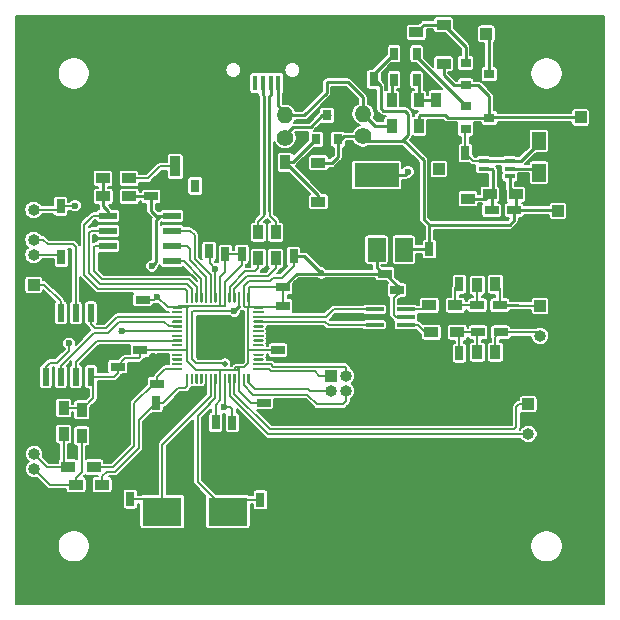
<source format=gbr>
%TF.GenerationSoftware,KiCad,Pcbnew,(5.1.12)-1*%
%TF.CreationDate,2021-12-23T20:15:36-08:00*%
%TF.ProjectId,frozen_stuff,66726f7a-656e-45f7-9374-7566662e6b69,rev?*%
%TF.SameCoordinates,Original*%
%TF.FileFunction,Copper,L1,Top*%
%TF.FilePolarity,Positive*%
%FSLAX46Y46*%
G04 Gerber Fmt 4.6, Leading zero omitted, Abs format (unit mm)*
G04 Created by KiCad (PCBNEW (5.1.12)-1) date 2021-12-23 20:15:36*
%MOMM*%
%LPD*%
G01*
G04 APERTURE LIST*
%TA.AperFunction,SMDPad,CuDef*%
%ADD10R,0.900000X1.200000*%
%TD*%
%TA.AperFunction,ComponentPad*%
%ADD11R,1.000000X1.000000*%
%TD*%
%TA.AperFunction,ComponentPad*%
%ADD12O,1.000000X1.000000*%
%TD*%
%TA.AperFunction,SMDPad,CuDef*%
%ADD13R,0.750000X1.200000*%
%TD*%
%TA.AperFunction,SMDPad,CuDef*%
%ADD14R,1.200000X0.900000*%
%TD*%
%TA.AperFunction,SMDPad,CuDef*%
%ADD15R,1.200000X0.750000*%
%TD*%
%TA.AperFunction,SMDPad,CuDef*%
%ADD16R,0.600000X1.550000*%
%TD*%
%TA.AperFunction,ComponentPad*%
%ADD17C,1.400000*%
%TD*%
%TA.AperFunction,ComponentPad*%
%ADD18O,1.400000X1.400000*%
%TD*%
%TA.AperFunction,SMDPad,CuDef*%
%ADD19R,3.325000X2.400000*%
%TD*%
%TA.AperFunction,SMDPad,CuDef*%
%ADD20R,1.500000X0.400000*%
%TD*%
%TA.AperFunction,SMDPad,CuDef*%
%ADD21R,0.900000X1.700000*%
%TD*%
%TA.AperFunction,SMDPad,CuDef*%
%ADD22R,0.800000X1.100000*%
%TD*%
%TA.AperFunction,SMDPad,CuDef*%
%ADD23R,0.900000X0.800000*%
%TD*%
%TA.AperFunction,SMDPad,CuDef*%
%ADD24R,0.650000X1.060000*%
%TD*%
%TA.AperFunction,SMDPad,CuDef*%
%ADD25R,0.800000X0.900000*%
%TD*%
%TA.AperFunction,SMDPad,CuDef*%
%ADD26R,3.800000X2.000000*%
%TD*%
%TA.AperFunction,SMDPad,CuDef*%
%ADD27R,1.500000X2.000000*%
%TD*%
%TA.AperFunction,SMDPad,CuDef*%
%ADD28R,0.900000X0.400000*%
%TD*%
%TA.AperFunction,SMDPad,CuDef*%
%ADD29R,1.200000X1.500000*%
%TD*%
%TA.AperFunction,SMDPad,CuDef*%
%ADD30R,0.450000X1.300000*%
%TD*%
%TA.AperFunction,ComponentPad*%
%ADD31O,1.450000X2.000000*%
%TD*%
%TA.AperFunction,ComponentPad*%
%ADD32O,1.150000X1.800000*%
%TD*%
%TA.AperFunction,ComponentPad*%
%ADD33C,0.600000*%
%TD*%
%TA.AperFunction,SMDPad,CuDef*%
%ADD34R,1.550000X0.600000*%
%TD*%
%TA.AperFunction,ViaPad*%
%ADD35C,0.600000*%
%TD*%
%TA.AperFunction,ViaPad*%
%ADD36C,0.500000*%
%TD*%
%TA.AperFunction,ViaPad*%
%ADD37C,0.800000*%
%TD*%
%TA.AperFunction,Conductor*%
%ADD38C,0.200000*%
%TD*%
%TA.AperFunction,Conductor*%
%ADD39C,0.250000*%
%TD*%
%TA.AperFunction,Conductor*%
%ADD40C,0.150000*%
%TD*%
%TA.AperFunction,Conductor*%
%ADD41C,0.050000*%
%TD*%
G04 APERTURE END LIST*
D10*
%TO.P,R23,1*%
%TO.N,Net-(R23-Pad1)*%
X195700000Y-87200000D03*
%TO.P,R23,2*%
%TO.N,GND*%
X195700000Y-89400000D03*
%TD*%
D11*
%TO.P,J9,1*%
%TO.N,+1V5*%
X207900000Y-88700000D03*
D12*
%TO.P,J9,2*%
%TO.N,GND*%
X207900000Y-89970000D03*
%TD*%
D11*
%TO.P,J8,1*%
%TO.N,/I2C1_SDA*%
X186800000Y-110600000D03*
D12*
%TO.P,J8,2*%
%TO.N,/I2C1_SCK*%
X188070000Y-110600000D03*
%TO.P,J8,3*%
%TO.N,/I2C0_SCK*%
X186800000Y-111870000D03*
%TO.P,J8,4*%
%TO.N,/I2C0_SDA*%
X188070000Y-111870000D03*
%TD*%
D11*
%TO.P,J7,1*%
%TO.N,+5V*%
X206000000Y-96600000D03*
D12*
%TO.P,J7,2*%
%TO.N,GND*%
X206000000Y-97870000D03*
%TD*%
D11*
%TO.P,J6,1*%
%TO.N,+3V3*%
X195900000Y-93070000D03*
D12*
%TO.P,J6,2*%
%TO.N,GND*%
X195900000Y-91800000D03*
%TD*%
D13*
%TO.P,C28,1*%
%TO.N,+3V3*%
X163880800Y-96230400D03*
%TO.P,C28,2*%
%TO.N,GND*%
X163880800Y-98130400D03*
%TD*%
D11*
%TO.P,J4,1*%
%TO.N,Net-(J4-Pad1)*%
X161594800Y-102870000D03*
D12*
%TO.P,J4,2*%
%TO.N,GND*%
X161594800Y-101600000D03*
%TO.P,J4,3*%
%TO.N,+3V3*%
X161594800Y-100330000D03*
%TO.P,J4,4*%
%TO.N,Net-(J4-Pad4)*%
X161594800Y-99060000D03*
%TO.P,J4,5*%
%TO.N,GND*%
X161594800Y-97790000D03*
%TO.P,J4,6*%
%TO.N,+3V3*%
X161594800Y-96520000D03*
%TD*%
D13*
%TO.P,C5,1*%
%TO.N,+3V3*%
X177012600Y-114528600D03*
%TO.P,C5,2*%
%TO.N,GND*%
X177012600Y-116428600D03*
%TD*%
D14*
%TO.P,R22,2*%
%TO.N,Net-(J5-Pad3)*%
X164500000Y-118300000D03*
%TO.P,R22,1*%
%TO.N,/BUTTON_L*%
X166700000Y-118300000D03*
%TD*%
D10*
%TO.P,R21,1*%
%TO.N,+3V3*%
X164134800Y-113301600D03*
%TO.P,R21,2*%
%TO.N,Net-(J5-Pad3)*%
X164134800Y-115501600D03*
%TD*%
D14*
%TO.P,R20,1*%
%TO.N,/BUTTON_R*%
X167400000Y-119800000D03*
%TO.P,R20,2*%
%TO.N,Net-(J5-Pad4)*%
X165200000Y-119800000D03*
%TD*%
D10*
%TO.P,R19,1*%
%TO.N,+3V3*%
X165658800Y-113454000D03*
%TO.P,R19,2*%
%TO.N,Net-(J5-Pad4)*%
X165658800Y-115654000D03*
%TD*%
D11*
%TO.P,J5,1*%
%TO.N,GND*%
X161645600Y-114655600D03*
D12*
%TO.P,J5,2*%
X161645600Y-115925600D03*
%TO.P,J5,3*%
%TO.N,Net-(J5-Pad3)*%
X161645600Y-117195600D03*
%TO.P,J5,4*%
%TO.N,Net-(J5-Pad4)*%
X161645600Y-118465600D03*
%TD*%
D13*
%TO.P,C30,1*%
%TO.N,/BUTTON_R*%
X171958000Y-112842000D03*
%TO.P,C30,2*%
%TO.N,GND*%
X171958000Y-114742000D03*
%TD*%
D15*
%TO.P,C29,1*%
%TO.N,/BUTTON_L*%
X172059600Y-111252000D03*
%TO.P,C29,2*%
%TO.N,GND*%
X170159600Y-111252000D03*
%TD*%
D13*
%TO.P,C27,1*%
%TO.N,+3V3*%
X163931600Y-100548400D03*
%TO.P,C27,2*%
%TO.N,GND*%
X163931600Y-102448400D03*
%TD*%
D15*
%TO.P,C10,1*%
%TO.N,+3V3*%
X170622000Y-108404000D03*
%TO.P,C10,2*%
%TO.N,GND*%
X168722000Y-108404000D03*
%TD*%
%TO.P,C26,1*%
%TO.N,+3V3*%
X168722000Y-109791500D03*
%TO.P,C26,2*%
%TO.N,GND*%
X170622000Y-109791500D03*
%TD*%
%TO.P,C11,1*%
%TO.N,+3V3*%
X170815000Y-104140000D03*
%TO.P,C11,2*%
%TO.N,GND*%
X168915000Y-104140000D03*
%TD*%
D16*
%TO.P,U7,1*%
%TO.N,/ADC_CS*%
X166433500Y-105250000D03*
%TO.P,U7,2*%
%TO.N,Net-(J4-Pad4)*%
X165163500Y-105250000D03*
%TO.P,U7,3*%
%TO.N,Net-(J4-Pad1)*%
X163893500Y-105250000D03*
%TO.P,U7,4*%
%TO.N,GND*%
X162623500Y-105250000D03*
%TO.P,U7,5*%
%TO.N,/ADC_SI*%
X162623500Y-110650000D03*
%TO.P,U7,6*%
%TO.N,/ADC_SO*%
X163893500Y-110650000D03*
%TO.P,U7,7*%
%TO.N,/ADC_SCK*%
X165163500Y-110650000D03*
%TO.P,U7,8*%
%TO.N,+3V3*%
X166433500Y-110650000D03*
%TD*%
D17*
%TO.P,R18,1*%
%TO.N,Net-(Q3-Pad3)*%
X182880000Y-90424000D03*
D18*
%TO.P,R18,2*%
%TO.N,/Power Supply/USBVCC*%
X182880000Y-88524000D03*
%TD*%
D11*
%TO.P,J3,1*%
%TO.N,Net-(C24-Pad1)*%
X204470000Y-104648000D03*
D12*
%TO.P,J3,2*%
%TO.N,GND*%
X204470000Y-105918000D03*
%TO.P,J3,3*%
%TO.N,Net-(C25-Pad1)*%
X204470000Y-107188000D03*
%TO.P,J3,4*%
%TO.N,GND*%
X204470000Y-108458000D03*
%TD*%
D17*
%TO.P,R17,1*%
%TO.N,+5V*%
X189484000Y-90292000D03*
D18*
%TO.P,R17,2*%
%TO.N,/Power Supply/USBVCC*%
X189484000Y-88392000D03*
%TD*%
D19*
%TO.P,Y1,1*%
%TO.N,Net-(C14-Pad1)*%
X172497500Y-122072400D03*
%TO.P,Y1,2*%
%TO.N,Net-(C15-Pad1)*%
X178022500Y-122072400D03*
%TD*%
D14*
%TO.P,R3,1*%
%TO.N,Net-(C3-Pad2)*%
X198361000Y-95577000D03*
%TO.P,R3,2*%
%TO.N,GND*%
X196161000Y-95577000D03*
%TD*%
D15*
%TO.P,C4,1*%
%TO.N,+3V3*%
X181071000Y-112849000D03*
%TO.P,C4,2*%
%TO.N,GND*%
X182971000Y-112849000D03*
%TD*%
D20*
%TO.P,U3,1*%
%TO.N,/GPIO28*%
X190470000Y-104960000D03*
%TO.P,U3,2*%
%TO.N,GND*%
X190470000Y-105610000D03*
%TO.P,U3,3*%
%TO.N,/GPIO27*%
X190470000Y-106260000D03*
%TO.P,U3,4*%
%TO.N,Net-(R12-Pad2)*%
X193130000Y-106260000D03*
%TO.P,U3,5*%
%TO.N,+3V3*%
X193130000Y-105610000D03*
%TO.P,U3,6*%
%TO.N,Net-(R11-Pad2)*%
X193130000Y-104960000D03*
%TD*%
D10*
%TO.P,R16,1*%
%TO.N,Net-(C25-Pad1)*%
X200690000Y-108574000D03*
%TO.P,R16,2*%
%TO.N,GND*%
X200690000Y-110774000D03*
%TD*%
%TO.P,R15,1*%
%TO.N,Net-(C24-Pad1)*%
X200690000Y-102816000D03*
%TO.P,R15,2*%
%TO.N,GND*%
X200690000Y-100616000D03*
%TD*%
%TO.P,R14,1*%
%TO.N,Net-(C23-Pad2)*%
X199166000Y-108574000D03*
%TO.P,R14,2*%
%TO.N,GND*%
X199166000Y-110774000D03*
%TD*%
%TO.P,R13,1*%
%TO.N,Net-(C22-Pad2)*%
X199166000Y-102900000D03*
%TO.P,R13,2*%
%TO.N,GND*%
X199166000Y-100700000D03*
%TD*%
D14*
%TO.P,R12,1*%
%TO.N,Net-(C23-Pad2)*%
X197472000Y-106880000D03*
%TO.P,R12,2*%
%TO.N,Net-(R12-Pad2)*%
X195272000Y-106880000D03*
%TD*%
%TO.P,R11,1*%
%TO.N,Net-(C22-Pad2)*%
X197302000Y-104594000D03*
%TO.P,R11,2*%
%TO.N,Net-(R11-Pad2)*%
X195102000Y-104594000D03*
%TD*%
D15*
%TO.P,C25,1*%
%TO.N,Net-(C25-Pad1)*%
X201132000Y-106880000D03*
%TO.P,C25,2*%
%TO.N,Net-(C23-Pad2)*%
X199232000Y-106880000D03*
%TD*%
%TO.P,C24,1*%
%TO.N,Net-(C24-Pad1)*%
X201066000Y-104594000D03*
%TO.P,C24,2*%
%TO.N,Net-(C22-Pad2)*%
X199166000Y-104594000D03*
%TD*%
D13*
%TO.P,C23,1*%
%TO.N,GND*%
X197642000Y-110558000D03*
%TO.P,C23,2*%
%TO.N,Net-(C23-Pad2)*%
X197642000Y-108658000D03*
%TD*%
%TO.P,C22,1*%
%TO.N,GND*%
X197642000Y-100916000D03*
%TO.P,C22,2*%
%TO.N,Net-(C22-Pad2)*%
X197642000Y-102816000D03*
%TD*%
D15*
%TO.P,C21,1*%
%TO.N,+3V3*%
X192369000Y-103324000D03*
%TO.P,C21,2*%
%TO.N,GND*%
X190469000Y-103324000D03*
%TD*%
D13*
%TO.P,C12,1*%
%TO.N,+3V3*%
X177830000Y-100273500D03*
%TO.P,C12,2*%
%TO.N,GND*%
X177830000Y-98373500D03*
%TD*%
D21*
%TO.P,SW1,1*%
%TO.N,Net-(R9-Pad1)*%
X173590000Y-92852000D03*
%TO.P,SW1,2*%
%TO.N,GND*%
X176990000Y-92852000D03*
D22*
%TO.P,SW1,3*%
%TO.N,N/C*%
X175290000Y-94492000D03*
%TD*%
D14*
%TO.P,R10,1*%
%TO.N,+3V3*%
X169702000Y-95386500D03*
%TO.P,R10,2*%
%TO.N,/CS*%
X167502000Y-95386500D03*
%TD*%
%TO.P,R9,1*%
%TO.N,Net-(R9-Pad1)*%
X169659000Y-93862500D03*
%TO.P,R9,2*%
%TO.N,/CS*%
X167459000Y-93862500D03*
%TD*%
D23*
%TO.P,Q2,1*%
%TO.N,/Power Supply/CMP_OUT*%
X198166000Y-87769000D03*
%TO.P,Q2,2*%
%TO.N,Net-(C1-Pad1)*%
X198166000Y-89669000D03*
%TO.P,Q2,3*%
%TO.N,+1V5*%
X200166000Y-88719000D03*
%TD*%
D24*
%TO.P,U6,1*%
%TO.N,Net-(R7-Pad2)*%
X192120000Y-85501000D03*
%TO.P,U6,2*%
%TO.N,GND*%
X193070000Y-85501000D03*
%TO.P,U6,3*%
%TO.N,Net-(R23-Pad1)*%
X194020000Y-85501000D03*
%TO.P,U6,4*%
%TO.N,/Power Supply/CMP_OUT*%
X194020000Y-83301000D03*
%TO.P,U6,5*%
%TO.N,+5V*%
X192120000Y-83301000D03*
%TD*%
D10*
%TO.P,R8,1*%
%TO.N,+1V5*%
X194213000Y-89438000D03*
%TO.P,R8,2*%
%TO.N,Net-(R23-Pad1)*%
X194213000Y-87238000D03*
%TD*%
%TO.P,R7,1*%
%TO.N,/Power Supply/USBVCC*%
X191927000Y-89438000D03*
%TO.P,R7,2*%
%TO.N,Net-(R7-Pad2)*%
X191927000Y-87238000D03*
%TD*%
%TO.P,R6,1*%
%TO.N,Net-(D2-Pad2)*%
X182900000Y-92500000D03*
%TO.P,R6,2*%
%TO.N,GND*%
X182900000Y-94700000D03*
%TD*%
D25*
%TO.P,Q3,1*%
%TO.N,Net-(D2-Pad2)*%
X185486000Y-90535000D03*
%TO.P,Q3,2*%
%TO.N,+5V*%
X187386000Y-90535000D03*
%TO.P,Q3,3*%
%TO.N,Net-(Q3-Pad3)*%
X186436000Y-88535000D03*
%TD*%
D14*
%TO.P,D2,1*%
%TO.N,+5V*%
X185700000Y-92550000D03*
%TO.P,D2,2*%
%TO.N,Net-(D2-Pad2)*%
X185700000Y-95850000D03*
%TD*%
D13*
%TO.P,C20,1*%
%TO.N,+5V*%
X190403000Y-85478000D03*
%TO.P,C20,2*%
%TO.N,GND*%
X190403000Y-83578000D03*
%TD*%
%TO.P,C17,1*%
%TO.N,+1V1*%
X176450000Y-100022000D03*
%TO.P,C17,2*%
%TO.N,GND*%
X176450000Y-98122000D03*
%TD*%
%TO.P,C16,1*%
%TO.N,+1V1*%
X178409600Y-114543800D03*
%TO.P,C16,2*%
%TO.N,GND*%
X178409600Y-116443800D03*
%TD*%
%TO.P,C13,1*%
%TO.N,+3V3*%
X179227000Y-100276000D03*
%TO.P,C13,2*%
%TO.N,GND*%
X179227000Y-98376000D03*
%TD*%
D15*
%TO.P,C9,1*%
%TO.N,+3V3*%
X182722000Y-103070000D03*
%TO.P,C9,2*%
%TO.N,GND*%
X184622000Y-103070000D03*
%TD*%
%TO.P,C8,1*%
%TO.N,+3V3*%
X182722000Y-104648000D03*
%TO.P,C8,2*%
%TO.N,GND*%
X184622000Y-104648000D03*
%TD*%
D13*
%TO.P,C7,1*%
%TO.N,+3V3*%
X183608500Y-100464000D03*
%TO.P,C7,2*%
%TO.N,GND*%
X183608500Y-98564000D03*
%TD*%
D15*
%TO.P,C6,1*%
%TO.N,+3V3*%
X182275000Y-108404000D03*
%TO.P,C6,2*%
%TO.N,GND*%
X184175000Y-108404000D03*
%TD*%
D26*
%TO.P,U5,2*%
%TO.N,+3V3*%
X190627000Y-93585000D03*
D27*
X190627000Y-99885000D03*
%TO.P,U5,3*%
%TO.N,+5V*%
X192927000Y-99885000D03*
%TO.P,U5,1*%
%TO.N,GND*%
X188327000Y-99885000D03*
%TD*%
D28*
%TO.P,U1,1*%
%TO.N,Net-(C1-Pad1)*%
X199717000Y-92387000D03*
%TO.P,U1,3*%
%TO.N,GND*%
X199717000Y-93687000D03*
%TO.P,U1,5*%
%TO.N,Net-(L1-Pad2)*%
X201917000Y-93037000D03*
%TO.P,U1,2*%
%TO.N,Net-(C3-Pad2)*%
X199717000Y-93037000D03*
%TO.P,U1,4*%
%TO.N,+5V*%
X201917000Y-93687000D03*
%TO.P,U1,6*%
%TO.N,Net-(C1-Pad1)*%
X201917000Y-92387000D03*
%TD*%
D14*
%TO.P,R2,1*%
%TO.N,+5V*%
X202425000Y-95196000D03*
%TO.P,R2,2*%
%TO.N,Net-(C3-Pad2)*%
X200225000Y-95196000D03*
%TD*%
%TO.P,R1,1*%
%TO.N,Net-(D1-Pad2)*%
X194000000Y-81500000D03*
%TO.P,R1,2*%
%TO.N,GND*%
X191800000Y-81500000D03*
%TD*%
D23*
%TO.P,Q1,1*%
%TO.N,Net-(D1-Pad2)*%
X198166000Y-84086000D03*
%TO.P,Q1,2*%
%TO.N,+1V5*%
X198166000Y-85986000D03*
%TO.P,Q1,3*%
%TO.N,Net-(BT1-Pad1)*%
X200166000Y-85036000D03*
%TD*%
D29*
%TO.P,L1,1*%
%TO.N,Net-(C1-Pad1)*%
X204373000Y-90671000D03*
%TO.P,L1,2*%
%TO.N,Net-(L1-Pad2)*%
X204373000Y-93371000D03*
%TD*%
D30*
%TO.P,J1,1*%
%TO.N,/Power Supply/USBVCC*%
X182305000Y-85793000D03*
%TO.P,J1,2*%
%TO.N,/D-*%
X181655000Y-85793000D03*
%TO.P,J1,3*%
%TO.N,/D+*%
X181005000Y-85793000D03*
%TO.P,J1,4*%
%TO.N,N/C*%
X180355000Y-85793000D03*
%TO.P,J1,5*%
%TO.N,GND*%
X179705000Y-85793000D03*
D31*
%TO.P,J1,6*%
X184730000Y-85743000D03*
X177280000Y-85743000D03*
D32*
X184880000Y-81943000D03*
X177130000Y-81943000D03*
%TD*%
D14*
%TO.P,D1,1*%
%TO.N,+1V5*%
X196300000Y-84150000D03*
%TO.P,D1,2*%
%TO.N,Net-(D1-Pad2)*%
X196300000Y-80850000D03*
%TD*%
D15*
%TO.P,C19,1*%
%TO.N,+3V3*%
X191358000Y-101927000D03*
%TO.P,C19,2*%
%TO.N,GND*%
X193258000Y-101927000D03*
%TD*%
D13*
%TO.P,C18,1*%
%TO.N,+5V*%
X195102000Y-99834000D03*
%TO.P,C18,2*%
%TO.N,GND*%
X195102000Y-101734000D03*
%TD*%
D15*
%TO.P,C3,1*%
%TO.N,+5V*%
X202275000Y-96550000D03*
%TO.P,C3,2*%
%TO.N,Net-(C3-Pad2)*%
X200375000Y-96550000D03*
%TD*%
D13*
%TO.P,C1,1*%
%TO.N,Net-(C1-Pad1)*%
X198150000Y-91706000D03*
%TO.P,C1,2*%
%TO.N,GND*%
X198150000Y-93606000D03*
%TD*%
D11*
%TO.P,BT1,1*%
%TO.N,Net-(BT1-Pad1)*%
X199928000Y-81607000D03*
D12*
%TO.P,BT1,2*%
%TO.N,GND*%
X198658000Y-81607000D03*
%TD*%
D10*
%TO.P,R5,1*%
%TO.N,/D-*%
X182084500Y-98414000D03*
%TO.P,R5,2*%
%TO.N,Net-(R5-Pad2)*%
X182084500Y-100614000D03*
%TD*%
%TO.P,R4,1*%
%TO.N,/D+*%
X180624000Y-98414000D03*
%TO.P,R4,2*%
%TO.N,Net-(R4-Pad2)*%
X180624000Y-100614000D03*
%TD*%
D13*
%TO.P,C15,1*%
%TO.N,Net-(C15-Pad1)*%
X180800000Y-121071600D03*
%TO.P,C15,2*%
%TO.N,GND*%
X180800000Y-122971600D03*
%TD*%
%TO.P,C14,1*%
%TO.N,Net-(C14-Pad1)*%
X169773600Y-121020800D03*
%TO.P,C14,2*%
%TO.N,GND*%
X169773600Y-122920800D03*
%TD*%
D15*
%TO.P,C2,1*%
%TO.N,+3V3*%
X171546000Y-95386500D03*
%TO.P,C2,2*%
%TO.N,GND*%
X173446000Y-95386500D03*
%TD*%
%TO.P,U4,56*%
%TO.N,/CS*%
%TA.AperFunction,SMDPad,CuDef*%
G36*
G01*
X174495000Y-104338000D02*
X174495000Y-103563000D01*
G75*
G02*
X174545000Y-103513000I50000J0D01*
G01*
X174645000Y-103513000D01*
G75*
G02*
X174695000Y-103563000I0J-50000D01*
G01*
X174695000Y-104338000D01*
G75*
G02*
X174645000Y-104388000I-50000J0D01*
G01*
X174545000Y-104388000D01*
G75*
G02*
X174495000Y-104338000I0J50000D01*
G01*
G37*
%TD.AperFunction*%
%TO.P,U4,55*%
%TO.N,/IO1*%
%TA.AperFunction,SMDPad,CuDef*%
G36*
G01*
X174895000Y-104338000D02*
X174895000Y-103563000D01*
G75*
G02*
X174945000Y-103513000I50000J0D01*
G01*
X175045000Y-103513000D01*
G75*
G02*
X175095000Y-103563000I0J-50000D01*
G01*
X175095000Y-104338000D01*
G75*
G02*
X175045000Y-104388000I-50000J0D01*
G01*
X174945000Y-104388000D01*
G75*
G02*
X174895000Y-104338000I0J50000D01*
G01*
G37*
%TD.AperFunction*%
%TO.P,U4,54*%
%TO.N,/IO2*%
%TA.AperFunction,SMDPad,CuDef*%
G36*
G01*
X175295000Y-104338000D02*
X175295000Y-103563000D01*
G75*
G02*
X175345000Y-103513000I50000J0D01*
G01*
X175445000Y-103513000D01*
G75*
G02*
X175495000Y-103563000I0J-50000D01*
G01*
X175495000Y-104338000D01*
G75*
G02*
X175445000Y-104388000I-50000J0D01*
G01*
X175345000Y-104388000D01*
G75*
G02*
X175295000Y-104338000I0J50000D01*
G01*
G37*
%TD.AperFunction*%
%TO.P,U4,53*%
%TO.N,/IO0*%
%TA.AperFunction,SMDPad,CuDef*%
G36*
G01*
X175695000Y-104338000D02*
X175695000Y-103563000D01*
G75*
G02*
X175745000Y-103513000I50000J0D01*
G01*
X175845000Y-103513000D01*
G75*
G02*
X175895000Y-103563000I0J-50000D01*
G01*
X175895000Y-104338000D01*
G75*
G02*
X175845000Y-104388000I-50000J0D01*
G01*
X175745000Y-104388000D01*
G75*
G02*
X175695000Y-104338000I0J50000D01*
G01*
G37*
%TD.AperFunction*%
%TO.P,U4,52*%
%TO.N,/SCK*%
%TA.AperFunction,SMDPad,CuDef*%
G36*
G01*
X176095000Y-104338000D02*
X176095000Y-103563000D01*
G75*
G02*
X176145000Y-103513000I50000J0D01*
G01*
X176245000Y-103513000D01*
G75*
G02*
X176295000Y-103563000I0J-50000D01*
G01*
X176295000Y-104338000D01*
G75*
G02*
X176245000Y-104388000I-50000J0D01*
G01*
X176145000Y-104388000D01*
G75*
G02*
X176095000Y-104338000I0J50000D01*
G01*
G37*
%TD.AperFunction*%
%TO.P,U4,51*%
%TO.N,/IO3*%
%TA.AperFunction,SMDPad,CuDef*%
G36*
G01*
X176495000Y-104338000D02*
X176495000Y-103563000D01*
G75*
G02*
X176545000Y-103513000I50000J0D01*
G01*
X176645000Y-103513000D01*
G75*
G02*
X176695000Y-103563000I0J-50000D01*
G01*
X176695000Y-104338000D01*
G75*
G02*
X176645000Y-104388000I-50000J0D01*
G01*
X176545000Y-104388000D01*
G75*
G02*
X176495000Y-104338000I0J50000D01*
G01*
G37*
%TD.AperFunction*%
%TO.P,U4,50*%
%TO.N,+1V1*%
%TA.AperFunction,SMDPad,CuDef*%
G36*
G01*
X176895000Y-104338000D02*
X176895000Y-103563000D01*
G75*
G02*
X176945000Y-103513000I50000J0D01*
G01*
X177045000Y-103513000D01*
G75*
G02*
X177095000Y-103563000I0J-50000D01*
G01*
X177095000Y-104338000D01*
G75*
G02*
X177045000Y-104388000I-50000J0D01*
G01*
X176945000Y-104388000D01*
G75*
G02*
X176895000Y-104338000I0J50000D01*
G01*
G37*
%TD.AperFunction*%
%TO.P,U4,49*%
%TO.N,+3V3*%
%TA.AperFunction,SMDPad,CuDef*%
G36*
G01*
X177295000Y-104338000D02*
X177295000Y-103563000D01*
G75*
G02*
X177345000Y-103513000I50000J0D01*
G01*
X177445000Y-103513000D01*
G75*
G02*
X177495000Y-103563000I0J-50000D01*
G01*
X177495000Y-104338000D01*
G75*
G02*
X177445000Y-104388000I-50000J0D01*
G01*
X177345000Y-104388000D01*
G75*
G02*
X177295000Y-104338000I0J50000D01*
G01*
G37*
%TD.AperFunction*%
%TO.P,U4,48*%
%TA.AperFunction,SMDPad,CuDef*%
G36*
G01*
X177695000Y-104338000D02*
X177695000Y-103563000D01*
G75*
G02*
X177745000Y-103513000I50000J0D01*
G01*
X177845000Y-103513000D01*
G75*
G02*
X177895000Y-103563000I0J-50000D01*
G01*
X177895000Y-104338000D01*
G75*
G02*
X177845000Y-104388000I-50000J0D01*
G01*
X177745000Y-104388000D01*
G75*
G02*
X177695000Y-104338000I0J50000D01*
G01*
G37*
%TD.AperFunction*%
%TO.P,U4,47*%
%TO.N,Net-(R4-Pad2)*%
%TA.AperFunction,SMDPad,CuDef*%
G36*
G01*
X178095000Y-104338000D02*
X178095000Y-103563000D01*
G75*
G02*
X178145000Y-103513000I50000J0D01*
G01*
X178245000Y-103513000D01*
G75*
G02*
X178295000Y-103563000I0J-50000D01*
G01*
X178295000Y-104338000D01*
G75*
G02*
X178245000Y-104388000I-50000J0D01*
G01*
X178145000Y-104388000D01*
G75*
G02*
X178095000Y-104338000I0J50000D01*
G01*
G37*
%TD.AperFunction*%
%TO.P,U4,46*%
%TO.N,Net-(R5-Pad2)*%
%TA.AperFunction,SMDPad,CuDef*%
G36*
G01*
X178495000Y-104338000D02*
X178495000Y-103563000D01*
G75*
G02*
X178545000Y-103513000I50000J0D01*
G01*
X178645000Y-103513000D01*
G75*
G02*
X178695000Y-103563000I0J-50000D01*
G01*
X178695000Y-104338000D01*
G75*
G02*
X178645000Y-104388000I-50000J0D01*
G01*
X178545000Y-104388000D01*
G75*
G02*
X178495000Y-104338000I0J50000D01*
G01*
G37*
%TD.AperFunction*%
%TO.P,U4,45*%
%TO.N,+1V1*%
%TA.AperFunction,SMDPad,CuDef*%
G36*
G01*
X178895000Y-104338000D02*
X178895000Y-103563000D01*
G75*
G02*
X178945000Y-103513000I50000J0D01*
G01*
X179045000Y-103513000D01*
G75*
G02*
X179095000Y-103563000I0J-50000D01*
G01*
X179095000Y-104338000D01*
G75*
G02*
X179045000Y-104388000I-50000J0D01*
G01*
X178945000Y-104388000D01*
G75*
G02*
X178895000Y-104338000I0J50000D01*
G01*
G37*
%TD.AperFunction*%
%TO.P,U4,44*%
%TO.N,+3V3*%
%TA.AperFunction,SMDPad,CuDef*%
G36*
G01*
X179295000Y-104338000D02*
X179295000Y-103563000D01*
G75*
G02*
X179345000Y-103513000I50000J0D01*
G01*
X179445000Y-103513000D01*
G75*
G02*
X179495000Y-103563000I0J-50000D01*
G01*
X179495000Y-104338000D01*
G75*
G02*
X179445000Y-104388000I-50000J0D01*
G01*
X179345000Y-104388000D01*
G75*
G02*
X179295000Y-104338000I0J50000D01*
G01*
G37*
%TD.AperFunction*%
%TO.P,U4,43*%
%TA.AperFunction,SMDPad,CuDef*%
G36*
G01*
X179695000Y-104338000D02*
X179695000Y-103563000D01*
G75*
G02*
X179745000Y-103513000I50000J0D01*
G01*
X179845000Y-103513000D01*
G75*
G02*
X179895000Y-103563000I0J-50000D01*
G01*
X179895000Y-104338000D01*
G75*
G02*
X179845000Y-104388000I-50000J0D01*
G01*
X179745000Y-104388000D01*
G75*
G02*
X179695000Y-104338000I0J50000D01*
G01*
G37*
%TD.AperFunction*%
%TO.P,U4,42*%
%TA.AperFunction,SMDPad,CuDef*%
G36*
G01*
X180195000Y-104838000D02*
X180195000Y-104738000D01*
G75*
G02*
X180245000Y-104688000I50000J0D01*
G01*
X181020000Y-104688000D01*
G75*
G02*
X181070000Y-104738000I0J-50000D01*
G01*
X181070000Y-104838000D01*
G75*
G02*
X181020000Y-104888000I-50000J0D01*
G01*
X180245000Y-104888000D01*
G75*
G02*
X180195000Y-104838000I0J50000D01*
G01*
G37*
%TD.AperFunction*%
%TO.P,U4,41*%
%TO.N,N/C*%
%TA.AperFunction,SMDPad,CuDef*%
G36*
G01*
X180195000Y-105238000D02*
X180195000Y-105138000D01*
G75*
G02*
X180245000Y-105088000I50000J0D01*
G01*
X181020000Y-105088000D01*
G75*
G02*
X181070000Y-105138000I0J-50000D01*
G01*
X181070000Y-105238000D01*
G75*
G02*
X181020000Y-105288000I-50000J0D01*
G01*
X180245000Y-105288000D01*
G75*
G02*
X180195000Y-105238000I0J50000D01*
G01*
G37*
%TD.AperFunction*%
%TO.P,U4,40*%
%TO.N,/GPIO28*%
%TA.AperFunction,SMDPad,CuDef*%
G36*
G01*
X180195000Y-105638000D02*
X180195000Y-105538000D01*
G75*
G02*
X180245000Y-105488000I50000J0D01*
G01*
X181020000Y-105488000D01*
G75*
G02*
X181070000Y-105538000I0J-50000D01*
G01*
X181070000Y-105638000D01*
G75*
G02*
X181020000Y-105688000I-50000J0D01*
G01*
X180245000Y-105688000D01*
G75*
G02*
X180195000Y-105638000I0J50000D01*
G01*
G37*
%TD.AperFunction*%
%TO.P,U4,39*%
%TO.N,/GPIO27*%
%TA.AperFunction,SMDPad,CuDef*%
G36*
G01*
X180195000Y-106038000D02*
X180195000Y-105938000D01*
G75*
G02*
X180245000Y-105888000I50000J0D01*
G01*
X181020000Y-105888000D01*
G75*
G02*
X181070000Y-105938000I0J-50000D01*
G01*
X181070000Y-106038000D01*
G75*
G02*
X181020000Y-106088000I-50000J0D01*
G01*
X180245000Y-106088000D01*
G75*
G02*
X180195000Y-106038000I0J50000D01*
G01*
G37*
%TD.AperFunction*%
%TO.P,U4,38*%
%TO.N,N/C*%
%TA.AperFunction,SMDPad,CuDef*%
G36*
G01*
X180195000Y-106438000D02*
X180195000Y-106338000D01*
G75*
G02*
X180245000Y-106288000I50000J0D01*
G01*
X181020000Y-106288000D01*
G75*
G02*
X181070000Y-106338000I0J-50000D01*
G01*
X181070000Y-106438000D01*
G75*
G02*
X181020000Y-106488000I-50000J0D01*
G01*
X180245000Y-106488000D01*
G75*
G02*
X180195000Y-106438000I0J50000D01*
G01*
G37*
%TD.AperFunction*%
%TO.P,U4,37*%
%TA.AperFunction,SMDPad,CuDef*%
G36*
G01*
X180195000Y-106838000D02*
X180195000Y-106738000D01*
G75*
G02*
X180245000Y-106688000I50000J0D01*
G01*
X181020000Y-106688000D01*
G75*
G02*
X181070000Y-106738000I0J-50000D01*
G01*
X181070000Y-106838000D01*
G75*
G02*
X181020000Y-106888000I-50000J0D01*
G01*
X180245000Y-106888000D01*
G75*
G02*
X180195000Y-106838000I0J50000D01*
G01*
G37*
%TD.AperFunction*%
%TO.P,U4,36*%
%TA.AperFunction,SMDPad,CuDef*%
G36*
G01*
X180195000Y-107238000D02*
X180195000Y-107138000D01*
G75*
G02*
X180245000Y-107088000I50000J0D01*
G01*
X181020000Y-107088000D01*
G75*
G02*
X181070000Y-107138000I0J-50000D01*
G01*
X181070000Y-107238000D01*
G75*
G02*
X181020000Y-107288000I-50000J0D01*
G01*
X180245000Y-107288000D01*
G75*
G02*
X180195000Y-107238000I0J50000D01*
G01*
G37*
%TD.AperFunction*%
%TO.P,U4,35*%
%TA.AperFunction,SMDPad,CuDef*%
G36*
G01*
X180195000Y-107638000D02*
X180195000Y-107538000D01*
G75*
G02*
X180245000Y-107488000I50000J0D01*
G01*
X181020000Y-107488000D01*
G75*
G02*
X181070000Y-107538000I0J-50000D01*
G01*
X181070000Y-107638000D01*
G75*
G02*
X181020000Y-107688000I-50000J0D01*
G01*
X180245000Y-107688000D01*
G75*
G02*
X180195000Y-107638000I0J50000D01*
G01*
G37*
%TD.AperFunction*%
%TO.P,U4,34*%
%TA.AperFunction,SMDPad,CuDef*%
G36*
G01*
X180195000Y-108038000D02*
X180195000Y-107938000D01*
G75*
G02*
X180245000Y-107888000I50000J0D01*
G01*
X181020000Y-107888000D01*
G75*
G02*
X181070000Y-107938000I0J-50000D01*
G01*
X181070000Y-108038000D01*
G75*
G02*
X181020000Y-108088000I-50000J0D01*
G01*
X180245000Y-108088000D01*
G75*
G02*
X180195000Y-108038000I0J50000D01*
G01*
G37*
%TD.AperFunction*%
%TO.P,U4,33*%
%TO.N,+3V3*%
%TA.AperFunction,SMDPad,CuDef*%
G36*
G01*
X180195000Y-108438000D02*
X180195000Y-108338000D01*
G75*
G02*
X180245000Y-108288000I50000J0D01*
G01*
X181020000Y-108288000D01*
G75*
G02*
X181070000Y-108338000I0J-50000D01*
G01*
X181070000Y-108438000D01*
G75*
G02*
X181020000Y-108488000I-50000J0D01*
G01*
X180245000Y-108488000D01*
G75*
G02*
X180195000Y-108438000I0J50000D01*
G01*
G37*
%TD.AperFunction*%
%TO.P,U4,32*%
%TO.N,N/C*%
%TA.AperFunction,SMDPad,CuDef*%
G36*
G01*
X180195000Y-108838000D02*
X180195000Y-108738000D01*
G75*
G02*
X180245000Y-108688000I50000J0D01*
G01*
X181020000Y-108688000D01*
G75*
G02*
X181070000Y-108738000I0J-50000D01*
G01*
X181070000Y-108838000D01*
G75*
G02*
X181020000Y-108888000I-50000J0D01*
G01*
X180245000Y-108888000D01*
G75*
G02*
X180195000Y-108838000I0J50000D01*
G01*
G37*
%TD.AperFunction*%
%TO.P,U4,31*%
%TA.AperFunction,SMDPad,CuDef*%
G36*
G01*
X180195000Y-109238000D02*
X180195000Y-109138000D01*
G75*
G02*
X180245000Y-109088000I50000J0D01*
G01*
X181020000Y-109088000D01*
G75*
G02*
X181070000Y-109138000I0J-50000D01*
G01*
X181070000Y-109238000D01*
G75*
G02*
X181020000Y-109288000I-50000J0D01*
G01*
X180245000Y-109288000D01*
G75*
G02*
X180195000Y-109238000I0J50000D01*
G01*
G37*
%TD.AperFunction*%
%TO.P,U4,30*%
%TO.N,/I2C1_SCK*%
%TA.AperFunction,SMDPad,CuDef*%
G36*
G01*
X180195000Y-109638000D02*
X180195000Y-109538000D01*
G75*
G02*
X180245000Y-109488000I50000J0D01*
G01*
X181020000Y-109488000D01*
G75*
G02*
X181070000Y-109538000I0J-50000D01*
G01*
X181070000Y-109638000D01*
G75*
G02*
X181020000Y-109688000I-50000J0D01*
G01*
X180245000Y-109688000D01*
G75*
G02*
X180195000Y-109638000I0J50000D01*
G01*
G37*
%TD.AperFunction*%
%TO.P,U4,29*%
%TO.N,/I2C1_SDA*%
%TA.AperFunction,SMDPad,CuDef*%
G36*
G01*
X180195000Y-110038000D02*
X180195000Y-109938000D01*
G75*
G02*
X180245000Y-109888000I50000J0D01*
G01*
X181020000Y-109888000D01*
G75*
G02*
X181070000Y-109938000I0J-50000D01*
G01*
X181070000Y-110038000D01*
G75*
G02*
X181020000Y-110088000I-50000J0D01*
G01*
X180245000Y-110088000D01*
G75*
G02*
X180195000Y-110038000I0J50000D01*
G01*
G37*
%TD.AperFunction*%
%TO.P,U4,28*%
%TO.N,/I2C0_SCK*%
%TA.AperFunction,SMDPad,CuDef*%
G36*
G01*
X179695000Y-111213000D02*
X179695000Y-110438000D01*
G75*
G02*
X179745000Y-110388000I50000J0D01*
G01*
X179845000Y-110388000D01*
G75*
G02*
X179895000Y-110438000I0J-50000D01*
G01*
X179895000Y-111213000D01*
G75*
G02*
X179845000Y-111263000I-50000J0D01*
G01*
X179745000Y-111263000D01*
G75*
G02*
X179695000Y-111213000I0J50000D01*
G01*
G37*
%TD.AperFunction*%
%TO.P,U4,27*%
%TO.N,/I2C0_SDA*%
%TA.AperFunction,SMDPad,CuDef*%
G36*
G01*
X179295000Y-111213000D02*
X179295000Y-110438000D01*
G75*
G02*
X179345000Y-110388000I50000J0D01*
G01*
X179445000Y-110388000D01*
G75*
G02*
X179495000Y-110438000I0J-50000D01*
G01*
X179495000Y-111213000D01*
G75*
G02*
X179445000Y-111263000I-50000J0D01*
G01*
X179345000Y-111263000D01*
G75*
G02*
X179295000Y-111213000I0J50000D01*
G01*
G37*
%TD.AperFunction*%
%TO.P,U4,26*%
%TO.N,+3V3*%
%TA.AperFunction,SMDPad,CuDef*%
G36*
G01*
X178895000Y-111213000D02*
X178895000Y-110438000D01*
G75*
G02*
X178945000Y-110388000I50000J0D01*
G01*
X179045000Y-110388000D01*
G75*
G02*
X179095000Y-110438000I0J-50000D01*
G01*
X179095000Y-111213000D01*
G75*
G02*
X179045000Y-111263000I-50000J0D01*
G01*
X178945000Y-111263000D01*
G75*
G02*
X178895000Y-111213000I0J50000D01*
G01*
G37*
%TD.AperFunction*%
%TO.P,U4,25*%
%TO.N,Net-(J2-Pad1)*%
%TA.AperFunction,SMDPad,CuDef*%
G36*
G01*
X178495000Y-111213000D02*
X178495000Y-110438000D01*
G75*
G02*
X178545000Y-110388000I50000J0D01*
G01*
X178645000Y-110388000D01*
G75*
G02*
X178695000Y-110438000I0J-50000D01*
G01*
X178695000Y-111213000D01*
G75*
G02*
X178645000Y-111263000I-50000J0D01*
G01*
X178545000Y-111263000D01*
G75*
G02*
X178495000Y-111213000I0J50000D01*
G01*
G37*
%TD.AperFunction*%
%TO.P,U4,24*%
%TO.N,Net-(J2-Pad3)*%
%TA.AperFunction,SMDPad,CuDef*%
G36*
G01*
X178095000Y-111213000D02*
X178095000Y-110438000D01*
G75*
G02*
X178145000Y-110388000I50000J0D01*
G01*
X178245000Y-110388000D01*
G75*
G02*
X178295000Y-110438000I0J-50000D01*
G01*
X178295000Y-111213000D01*
G75*
G02*
X178245000Y-111263000I-50000J0D01*
G01*
X178145000Y-111263000D01*
G75*
G02*
X178095000Y-111213000I0J50000D01*
G01*
G37*
%TD.AperFunction*%
%TO.P,U4,23*%
%TO.N,+1V1*%
%TA.AperFunction,SMDPad,CuDef*%
G36*
G01*
X177695000Y-111213000D02*
X177695000Y-110438000D01*
G75*
G02*
X177745000Y-110388000I50000J0D01*
G01*
X177845000Y-110388000D01*
G75*
G02*
X177895000Y-110438000I0J-50000D01*
G01*
X177895000Y-111213000D01*
G75*
G02*
X177845000Y-111263000I-50000J0D01*
G01*
X177745000Y-111263000D01*
G75*
G02*
X177695000Y-111213000I0J50000D01*
G01*
G37*
%TD.AperFunction*%
%TO.P,U4,22*%
%TO.N,+3V3*%
%TA.AperFunction,SMDPad,CuDef*%
G36*
G01*
X177295000Y-111213000D02*
X177295000Y-110438000D01*
G75*
G02*
X177345000Y-110388000I50000J0D01*
G01*
X177445000Y-110388000D01*
G75*
G02*
X177495000Y-110438000I0J-50000D01*
G01*
X177495000Y-111213000D01*
G75*
G02*
X177445000Y-111263000I-50000J0D01*
G01*
X177345000Y-111263000D01*
G75*
G02*
X177295000Y-111213000I0J50000D01*
G01*
G37*
%TD.AperFunction*%
%TO.P,U4,21*%
%TO.N,Net-(C15-Pad1)*%
%TA.AperFunction,SMDPad,CuDef*%
G36*
G01*
X176895000Y-111213000D02*
X176895000Y-110438000D01*
G75*
G02*
X176945000Y-110388000I50000J0D01*
G01*
X177045000Y-110388000D01*
G75*
G02*
X177095000Y-110438000I0J-50000D01*
G01*
X177095000Y-111213000D01*
G75*
G02*
X177045000Y-111263000I-50000J0D01*
G01*
X176945000Y-111263000D01*
G75*
G02*
X176895000Y-111213000I0J50000D01*
G01*
G37*
%TD.AperFunction*%
%TO.P,U4,20*%
%TO.N,Net-(C14-Pad1)*%
%TA.AperFunction,SMDPad,CuDef*%
G36*
G01*
X176495000Y-111213000D02*
X176495000Y-110438000D01*
G75*
G02*
X176545000Y-110388000I50000J0D01*
G01*
X176645000Y-110388000D01*
G75*
G02*
X176695000Y-110438000I0J-50000D01*
G01*
X176695000Y-111213000D01*
G75*
G02*
X176645000Y-111263000I-50000J0D01*
G01*
X176545000Y-111263000D01*
G75*
G02*
X176495000Y-111213000I0J50000D01*
G01*
G37*
%TD.AperFunction*%
%TO.P,U4,19*%
%TO.N,GND*%
%TA.AperFunction,SMDPad,CuDef*%
G36*
G01*
X176095000Y-111213000D02*
X176095000Y-110438000D01*
G75*
G02*
X176145000Y-110388000I50000J0D01*
G01*
X176245000Y-110388000D01*
G75*
G02*
X176295000Y-110438000I0J-50000D01*
G01*
X176295000Y-111213000D01*
G75*
G02*
X176245000Y-111263000I-50000J0D01*
G01*
X176145000Y-111263000D01*
G75*
G02*
X176095000Y-111213000I0J50000D01*
G01*
G37*
%TD.AperFunction*%
%TO.P,U4,18*%
%TO.N,N/C*%
%TA.AperFunction,SMDPad,CuDef*%
G36*
G01*
X175695000Y-111213000D02*
X175695000Y-110438000D01*
G75*
G02*
X175745000Y-110388000I50000J0D01*
G01*
X175845000Y-110388000D01*
G75*
G02*
X175895000Y-110438000I0J-50000D01*
G01*
X175895000Y-111213000D01*
G75*
G02*
X175845000Y-111263000I-50000J0D01*
G01*
X175745000Y-111263000D01*
G75*
G02*
X175695000Y-111213000I0J50000D01*
G01*
G37*
%TD.AperFunction*%
%TO.P,U4,17*%
%TA.AperFunction,SMDPad,CuDef*%
G36*
G01*
X175295000Y-111213000D02*
X175295000Y-110438000D01*
G75*
G02*
X175345000Y-110388000I50000J0D01*
G01*
X175445000Y-110388000D01*
G75*
G02*
X175495000Y-110438000I0J-50000D01*
G01*
X175495000Y-111213000D01*
G75*
G02*
X175445000Y-111263000I-50000J0D01*
G01*
X175345000Y-111263000D01*
G75*
G02*
X175295000Y-111213000I0J50000D01*
G01*
G37*
%TD.AperFunction*%
%TO.P,U4,16*%
%TA.AperFunction,SMDPad,CuDef*%
G36*
G01*
X174895000Y-111213000D02*
X174895000Y-110438000D01*
G75*
G02*
X174945000Y-110388000I50000J0D01*
G01*
X175045000Y-110388000D01*
G75*
G02*
X175095000Y-110438000I0J-50000D01*
G01*
X175095000Y-111213000D01*
G75*
G02*
X175045000Y-111263000I-50000J0D01*
G01*
X174945000Y-111263000D01*
G75*
G02*
X174895000Y-111213000I0J50000D01*
G01*
G37*
%TD.AperFunction*%
%TO.P,U4,15*%
%TO.N,/BUTTON_R*%
%TA.AperFunction,SMDPad,CuDef*%
G36*
G01*
X174495000Y-111213000D02*
X174495000Y-110438000D01*
G75*
G02*
X174545000Y-110388000I50000J0D01*
G01*
X174645000Y-110388000D01*
G75*
G02*
X174695000Y-110438000I0J-50000D01*
G01*
X174695000Y-111213000D01*
G75*
G02*
X174645000Y-111263000I-50000J0D01*
G01*
X174545000Y-111263000D01*
G75*
G02*
X174495000Y-111213000I0J50000D01*
G01*
G37*
%TD.AperFunction*%
%TO.P,U4,14*%
%TO.N,/BUTTON_L*%
%TA.AperFunction,SMDPad,CuDef*%
G36*
G01*
X173320000Y-110038000D02*
X173320000Y-109938000D01*
G75*
G02*
X173370000Y-109888000I50000J0D01*
G01*
X174145000Y-109888000D01*
G75*
G02*
X174195000Y-109938000I0J-50000D01*
G01*
X174195000Y-110038000D01*
G75*
G02*
X174145000Y-110088000I-50000J0D01*
G01*
X173370000Y-110088000D01*
G75*
G02*
X173320000Y-110038000I0J50000D01*
G01*
G37*
%TD.AperFunction*%
%TO.P,U4,13*%
%TO.N,N/C*%
%TA.AperFunction,SMDPad,CuDef*%
G36*
G01*
X173320000Y-109638000D02*
X173320000Y-109538000D01*
G75*
G02*
X173370000Y-109488000I50000J0D01*
G01*
X174145000Y-109488000D01*
G75*
G02*
X174195000Y-109538000I0J-50000D01*
G01*
X174195000Y-109638000D01*
G75*
G02*
X174145000Y-109688000I-50000J0D01*
G01*
X173370000Y-109688000D01*
G75*
G02*
X173320000Y-109638000I0J50000D01*
G01*
G37*
%TD.AperFunction*%
%TO.P,U4,12*%
%TA.AperFunction,SMDPad,CuDef*%
G36*
G01*
X173320000Y-109238000D02*
X173320000Y-109138000D01*
G75*
G02*
X173370000Y-109088000I50000J0D01*
G01*
X174145000Y-109088000D01*
G75*
G02*
X174195000Y-109138000I0J-50000D01*
G01*
X174195000Y-109238000D01*
G75*
G02*
X174145000Y-109288000I-50000J0D01*
G01*
X173370000Y-109288000D01*
G75*
G02*
X173320000Y-109238000I0J50000D01*
G01*
G37*
%TD.AperFunction*%
%TO.P,U4,11*%
%TA.AperFunction,SMDPad,CuDef*%
G36*
G01*
X173320000Y-108838000D02*
X173320000Y-108738000D01*
G75*
G02*
X173370000Y-108688000I50000J0D01*
G01*
X174145000Y-108688000D01*
G75*
G02*
X174195000Y-108738000I0J-50000D01*
G01*
X174195000Y-108838000D01*
G75*
G02*
X174145000Y-108888000I-50000J0D01*
G01*
X173370000Y-108888000D01*
G75*
G02*
X173320000Y-108838000I0J50000D01*
G01*
G37*
%TD.AperFunction*%
%TO.P,U4,10*%
%TO.N,+3V3*%
%TA.AperFunction,SMDPad,CuDef*%
G36*
G01*
X173320000Y-108438000D02*
X173320000Y-108338000D01*
G75*
G02*
X173370000Y-108288000I50000J0D01*
G01*
X174145000Y-108288000D01*
G75*
G02*
X174195000Y-108338000I0J-50000D01*
G01*
X174195000Y-108438000D01*
G75*
G02*
X174145000Y-108488000I-50000J0D01*
G01*
X173370000Y-108488000D01*
G75*
G02*
X173320000Y-108438000I0J50000D01*
G01*
G37*
%TD.AperFunction*%
%TO.P,U4,9*%
%TO.N,N/C*%
%TA.AperFunction,SMDPad,CuDef*%
G36*
G01*
X173320000Y-108038000D02*
X173320000Y-107938000D01*
G75*
G02*
X173370000Y-107888000I50000J0D01*
G01*
X174145000Y-107888000D01*
G75*
G02*
X174195000Y-107938000I0J-50000D01*
G01*
X174195000Y-108038000D01*
G75*
G02*
X174145000Y-108088000I-50000J0D01*
G01*
X173370000Y-108088000D01*
G75*
G02*
X173320000Y-108038000I0J50000D01*
G01*
G37*
%TD.AperFunction*%
%TO.P,U4,8*%
%TO.N,/ADC_SCK*%
%TA.AperFunction,SMDPad,CuDef*%
G36*
G01*
X173320000Y-107638000D02*
X173320000Y-107538000D01*
G75*
G02*
X173370000Y-107488000I50000J0D01*
G01*
X174145000Y-107488000D01*
G75*
G02*
X174195000Y-107538000I0J-50000D01*
G01*
X174195000Y-107638000D01*
G75*
G02*
X174145000Y-107688000I-50000J0D01*
G01*
X173370000Y-107688000D01*
G75*
G02*
X173320000Y-107638000I0J50000D01*
G01*
G37*
%TD.AperFunction*%
%TO.P,U4,7*%
%TO.N,N/C*%
%TA.AperFunction,SMDPad,CuDef*%
G36*
G01*
X173320000Y-107238000D02*
X173320000Y-107138000D01*
G75*
G02*
X173370000Y-107088000I50000J0D01*
G01*
X174145000Y-107088000D01*
G75*
G02*
X174195000Y-107138000I0J-50000D01*
G01*
X174195000Y-107238000D01*
G75*
G02*
X174145000Y-107288000I-50000J0D01*
G01*
X173370000Y-107288000D01*
G75*
G02*
X173320000Y-107238000I0J50000D01*
G01*
G37*
%TD.AperFunction*%
%TO.P,U4,6*%
%TO.N,/ADC_SI*%
%TA.AperFunction,SMDPad,CuDef*%
G36*
G01*
X173320000Y-106838000D02*
X173320000Y-106738000D01*
G75*
G02*
X173370000Y-106688000I50000J0D01*
G01*
X174145000Y-106688000D01*
G75*
G02*
X174195000Y-106738000I0J-50000D01*
G01*
X174195000Y-106838000D01*
G75*
G02*
X174145000Y-106888000I-50000J0D01*
G01*
X173370000Y-106888000D01*
G75*
G02*
X173320000Y-106838000I0J50000D01*
G01*
G37*
%TD.AperFunction*%
%TO.P,U4,5*%
%TO.N,/ADC_SO*%
%TA.AperFunction,SMDPad,CuDef*%
G36*
G01*
X173320000Y-106438000D02*
X173320000Y-106338000D01*
G75*
G02*
X173370000Y-106288000I50000J0D01*
G01*
X174145000Y-106288000D01*
G75*
G02*
X174195000Y-106338000I0J-50000D01*
G01*
X174195000Y-106438000D01*
G75*
G02*
X174145000Y-106488000I-50000J0D01*
G01*
X173370000Y-106488000D01*
G75*
G02*
X173320000Y-106438000I0J50000D01*
G01*
G37*
%TD.AperFunction*%
%TO.P,U4,4*%
%TO.N,N/C*%
%TA.AperFunction,SMDPad,CuDef*%
G36*
G01*
X173320000Y-106038000D02*
X173320000Y-105938000D01*
G75*
G02*
X173370000Y-105888000I50000J0D01*
G01*
X174145000Y-105888000D01*
G75*
G02*
X174195000Y-105938000I0J-50000D01*
G01*
X174195000Y-106038000D01*
G75*
G02*
X174145000Y-106088000I-50000J0D01*
G01*
X173370000Y-106088000D01*
G75*
G02*
X173320000Y-106038000I0J50000D01*
G01*
G37*
%TD.AperFunction*%
%TO.P,U4,3*%
%TO.N,/ADC_CS*%
%TA.AperFunction,SMDPad,CuDef*%
G36*
G01*
X173320000Y-105638000D02*
X173320000Y-105538000D01*
G75*
G02*
X173370000Y-105488000I50000J0D01*
G01*
X174145000Y-105488000D01*
G75*
G02*
X174195000Y-105538000I0J-50000D01*
G01*
X174195000Y-105638000D01*
G75*
G02*
X174145000Y-105688000I-50000J0D01*
G01*
X173370000Y-105688000D01*
G75*
G02*
X173320000Y-105638000I0J50000D01*
G01*
G37*
%TD.AperFunction*%
%TO.P,U4,2*%
%TO.N,N/C*%
%TA.AperFunction,SMDPad,CuDef*%
G36*
G01*
X173320000Y-105238000D02*
X173320000Y-105138000D01*
G75*
G02*
X173370000Y-105088000I50000J0D01*
G01*
X174145000Y-105088000D01*
G75*
G02*
X174195000Y-105138000I0J-50000D01*
G01*
X174195000Y-105238000D01*
G75*
G02*
X174145000Y-105288000I-50000J0D01*
G01*
X173370000Y-105288000D01*
G75*
G02*
X173320000Y-105238000I0J50000D01*
G01*
G37*
%TD.AperFunction*%
%TO.P,U4,1*%
%TO.N,+3V3*%
%TA.AperFunction,SMDPad,CuDef*%
G36*
G01*
X173320000Y-104838000D02*
X173320000Y-104738000D01*
G75*
G02*
X173370000Y-104688000I50000J0D01*
G01*
X174145000Y-104688000D01*
G75*
G02*
X174195000Y-104738000I0J-50000D01*
G01*
X174195000Y-104838000D01*
G75*
G02*
X174145000Y-104888000I-50000J0D01*
G01*
X173370000Y-104888000D01*
G75*
G02*
X173320000Y-104838000I0J50000D01*
G01*
G37*
%TD.AperFunction*%
D33*
%TO.P,U4,57*%
%TO.N,GND*%
X178470000Y-108663000D03*
X177195000Y-108663000D03*
X175920000Y-108663000D03*
X178470000Y-107388000D03*
X177195000Y-107388000D03*
X175920000Y-107388000D03*
X178470000Y-106113000D03*
X177195000Y-106113000D03*
X175920000Y-106113000D03*
%TA.AperFunction,SMDPad,CuDef*%
G36*
G01*
X175595000Y-108844000D02*
X175595000Y-105932000D01*
G75*
G02*
X175739000Y-105788000I144000J0D01*
G01*
X178651000Y-105788000D01*
G75*
G02*
X178795000Y-105932000I0J-144000D01*
G01*
X178795000Y-108844000D01*
G75*
G02*
X178651000Y-108988000I-144000J0D01*
G01*
X175739000Y-108988000D01*
G75*
G02*
X175595000Y-108844000I0J144000D01*
G01*
G37*
%TD.AperFunction*%
%TD*%
D34*
%TO.P,U2,1*%
%TO.N,/CS*%
X167891000Y-97037500D03*
%TO.P,U2,2*%
%TO.N,/IO1*%
X167891000Y-98307500D03*
%TO.P,U2,3*%
%TO.N,/IO2*%
X167891000Y-99577500D03*
%TO.P,U2,4*%
%TO.N,GND*%
X167891000Y-100847500D03*
%TO.P,U2,5*%
%TO.N,/IO0*%
X173291000Y-100847500D03*
%TO.P,U2,6*%
%TO.N,/SCK*%
X173291000Y-99577500D03*
%TO.P,U2,7*%
%TO.N,/IO3*%
X173291000Y-98307500D03*
%TO.P,U2,8*%
%TO.N,+3V3*%
X173291000Y-97037500D03*
%TD*%
D11*
%TO.P,J2,1*%
%TO.N,Net-(J2-Pad1)*%
X203484000Y-112976000D03*
D12*
%TO.P,J2,2*%
%TO.N,GND*%
X203484000Y-114246000D03*
%TO.P,J2,3*%
%TO.N,Net-(J2-Pad3)*%
X203484000Y-115516000D03*
%TD*%
D35*
%TO.N,GND*%
X197244000Y-94494000D03*
X199000000Y-112000000D03*
X184000000Y-113000000D03*
X186000000Y-104000000D03*
X189000000Y-104000000D03*
X194000000Y-104000000D03*
X196000000Y-103000000D03*
X196500000Y-106000000D03*
X200200000Y-105700000D03*
X196500000Y-108000000D03*
X202500000Y-103500000D03*
X199500000Y-99000000D03*
X196200000Y-98700000D03*
X202500000Y-99000000D03*
X199000000Y-97000000D03*
X194000000Y-98000000D03*
X192000000Y-96000000D03*
X189000000Y-95500000D03*
X191000000Y-98000000D03*
X183234000Y-85852000D03*
X181734000Y-84250000D03*
X190750000Y-83750000D03*
X193036000Y-87476000D03*
X200500000Y-86200000D03*
X201000000Y-84000000D03*
X204500000Y-92000000D03*
X202750000Y-91250000D03*
X199250000Y-91500000D03*
X199250000Y-89750000D03*
X197000000Y-89750000D03*
X174250000Y-101750000D03*
X169250000Y-101500000D03*
X169500000Y-96500000D03*
X168500000Y-92750000D03*
X166000000Y-96000000D03*
X166000000Y-92750000D03*
X164750000Y-97750000D03*
X166624000Y-103695500D03*
X167576500Y-109855000D03*
X180000000Y-116500000D03*
X166500000Y-116900000D03*
X171856400Y-120040400D03*
X178206400Y-120243600D03*
X186250000Y-114250000D03*
X186250000Y-116750000D03*
X192750000Y-116750000D03*
X192750000Y-114000000D03*
X199000000Y-114000000D03*
X199000000Y-116500000D03*
X178000000Y-97000000D03*
X175000000Y-95750000D03*
X175000000Y-93000000D03*
X171000000Y-94500000D03*
X180234000Y-93250000D03*
X180234000Y-87750000D03*
X201200000Y-94400000D03*
X174800000Y-97350000D03*
X172550000Y-93550000D03*
X172000000Y-92100000D03*
X174550000Y-91300000D03*
X191770000Y-107188000D03*
X187452000Y-105600500D03*
X184658000Y-99314000D03*
X180340000Y-96774000D03*
X168656000Y-112014000D03*
X195072000Y-85852000D03*
X192151000Y-84391500D03*
X193802000Y-84391500D03*
X193040000Y-82804000D03*
X193040000Y-92202000D03*
X186499500Y-89535000D03*
X186600000Y-87500000D03*
X188404500Y-89408000D03*
X184404000Y-90233500D03*
X190817500Y-88709500D03*
X189484000Y-85979000D03*
X190881000Y-91440000D03*
X169354500Y-97726500D03*
X169291000Y-98996500D03*
X167195500Y-108458000D03*
X166116000Y-109347000D03*
X165798500Y-112204500D03*
X164528500Y-112064800D03*
X163068000Y-112166400D03*
X165544500Y-106870500D03*
X164541200Y-106426000D03*
X172008800Y-104902000D03*
X162052000Y-106426000D03*
D36*
X164541200Y-103733600D03*
D35*
X160985200Y-108051600D03*
X161798000Y-105105200D03*
X167436800Y-105765600D03*
X163068000Y-114401600D03*
X173532800Y-113639600D03*
X169824400Y-124053600D03*
X181102000Y-124206000D03*
X175361600Y-124155200D03*
X175006000Y-120497600D03*
X174853600Y-115163600D03*
X173583600Y-120091200D03*
X171805600Y-116078000D03*
X168706800Y-115011200D03*
X166725600Y-113588800D03*
X172313600Y-109524800D03*
X161290000Y-110744000D03*
X162763200Y-101498400D03*
X177952400Y-117525800D03*
X181700000Y-113900000D03*
X166300000Y-120600000D03*
X163000000Y-116700000D03*
X166700000Y-114500000D03*
X164900000Y-117000000D03*
X181800000Y-107100000D03*
X185200000Y-109100000D03*
X186000000Y-106700000D03*
X189200000Y-111300000D03*
X188700000Y-109200000D03*
X188900000Y-113400000D03*
X194800000Y-105700000D03*
X201500000Y-87900000D03*
X206700000Y-87500000D03*
X207900000Y-85800000D03*
X206400000Y-82200000D03*
X165100000Y-88400000D03*
X167900000Y-86500000D03*
X168000000Y-84700000D03*
X167000000Y-82600000D03*
X163000000Y-82600000D03*
X162000000Y-84600000D03*
X162100000Y-86500000D03*
X205000000Y-128000000D03*
X207100000Y-127400000D03*
X207900000Y-125300000D03*
X207400000Y-123400000D03*
X205700000Y-122200000D03*
X203600000Y-122400000D03*
X202200000Y-123900000D03*
X202200000Y-126000000D03*
X203300000Y-127500000D03*
X166000000Y-127800000D03*
X167600000Y-123600000D03*
X166100000Y-122300000D03*
X164000000Y-122300000D03*
X162200000Y-123800000D03*
X162100000Y-126100000D03*
X163900000Y-127800000D03*
X163200000Y-88000000D03*
X167000000Y-87800000D03*
X165000000Y-82000000D03*
X167800000Y-126100000D03*
X186500000Y-101100000D03*
X204100000Y-95200000D03*
X204100000Y-97400000D03*
X205600000Y-89600000D03*
X209100000Y-87700000D03*
X173200000Y-116800000D03*
X202100000Y-85900000D03*
X202300000Y-83400000D03*
X183100000Y-96000000D03*
X185800000Y-94000000D03*
X186400000Y-91500000D03*
X184400000Y-92800000D03*
X197400000Y-85100000D03*
X199200000Y-85000000D03*
X195100000Y-83500000D03*
X197300000Y-83000000D03*
X195400000Y-82000000D03*
X192900000Y-80400000D03*
X197600000Y-80500000D03*
X190600000Y-82200000D03*
X199000000Y-94500000D03*
X203100000Y-89500000D03*
X182000000Y-120000000D03*
X168700000Y-120100000D03*
X168600000Y-116900000D03*
X170100000Y-118200000D03*
X189100000Y-107100000D03*
X188200000Y-86800000D03*
D37*
X203700000Y-82100000D03*
D35*
X203600000Y-87700000D03*
X207700000Y-83400000D03*
%TO.N,+3V3*%
X171607000Y-101292000D03*
X165100000Y-96164400D03*
X193300000Y-93300000D03*
X185918500Y-101863500D03*
X172049000Y-103898000D03*
%TO.N,+1V1*%
X178592000Y-105102000D03*
X176995000Y-101492000D03*
X177703000Y-113230000D03*
D36*
X177800000Y-109537500D03*
D35*
%TO.N,/ADC_SI*%
X169113200Y-106781600D03*
X164592000Y-107823000D03*
%TD*%
D38*
%TO.N,Net-(J2-Pad1)*%
X202722000Y-112976000D02*
X203484000Y-112976000D01*
X202468000Y-113230000D02*
X202722000Y-112976000D01*
X202468000Y-114881000D02*
X202468000Y-113230000D01*
X202233010Y-115115990D02*
X202468000Y-114881000D01*
X181620990Y-115115990D02*
X202233010Y-115115990D01*
X178595000Y-112090000D02*
X181620990Y-115115990D01*
X178595000Y-110825500D02*
X178595000Y-112090000D01*
%TO.N,GND*%
X184622000Y-104467000D02*
X184622000Y-103070000D01*
D39*
X198231000Y-93687000D02*
X198150000Y-93606000D01*
X199717000Y-93687000D02*
X198231000Y-93687000D01*
X198132000Y-93606000D02*
X197244000Y-94494000D01*
X198150000Y-93606000D02*
X198132000Y-93606000D01*
X197244000Y-94494000D02*
X196161000Y-95577000D01*
D38*
%TO.N,Net-(J2-Pad3)*%
X181455301Y-115516000D02*
X178195000Y-112255699D01*
X182275000Y-115516000D02*
X181455301Y-115516000D01*
X178195000Y-110825500D02*
X178195000Y-111817000D01*
X178195000Y-112255699D02*
X178195000Y-111817000D01*
X203484000Y-115516000D02*
X182275000Y-115516000D01*
D39*
%TO.N,+1V5*%
X198166000Y-85986000D02*
X198211000Y-85986000D01*
X198166000Y-85986000D02*
X199227000Y-85986000D01*
X200166000Y-86925000D02*
X200166000Y-88719000D01*
X199227000Y-85986000D02*
X200166000Y-86925000D01*
X200185000Y-88700000D02*
X200166000Y-88719000D01*
X207900000Y-88700000D02*
X200185000Y-88700000D01*
X196300000Y-84150000D02*
X196300000Y-85100000D01*
X197186000Y-85986000D02*
X198166000Y-85986000D01*
X196300000Y-85100000D02*
X197186000Y-85986000D01*
X200121999Y-88674999D02*
X200166000Y-88719000D01*
X194213000Y-88588000D02*
X194213000Y-89438000D01*
X194326001Y-88474999D02*
X194213000Y-88588000D01*
X196410001Y-88474999D02*
X194326001Y-88474999D01*
X196654002Y-88719000D02*
X196410001Y-88474999D01*
X200166000Y-88719000D02*
X196654002Y-88719000D01*
%TO.N,Net-(L1-Pad2)*%
X204039000Y-93037000D02*
X204373000Y-93371000D01*
X201917000Y-93037000D02*
X204039000Y-93037000D01*
%TO.N,Net-(C3-Pad2)*%
X200492001Y-94928999D02*
X200225000Y-95196000D01*
X200492001Y-93112001D02*
X200492001Y-94928999D01*
X200417000Y-93037000D02*
X200492001Y-93112001D01*
X199717000Y-93037000D02*
X200417000Y-93037000D01*
X200121000Y-95300000D02*
X200225000Y-95196000D01*
X199844000Y-95577000D02*
X200225000Y-95196000D01*
X198361000Y-95577000D02*
X199844000Y-95577000D01*
X200375000Y-95346000D02*
X200225000Y-95196000D01*
X200375000Y-96466000D02*
X200375000Y-95346000D01*
%TO.N,+3V3*%
X171546000Y-95386500D02*
X169702000Y-95386500D01*
D38*
X179795000Y-103950500D02*
X179795000Y-103137000D01*
X179862000Y-103070000D02*
X182722000Y-103070000D01*
X179795000Y-103137000D02*
X179862000Y-103070000D01*
X171938000Y-108388000D02*
X171922000Y-108404000D01*
X173757500Y-108388000D02*
X171938000Y-108388000D01*
X192079999Y-103994001D02*
X192496000Y-103578000D01*
X192079999Y-105400001D02*
X192079999Y-103994001D01*
X192289998Y-105610000D02*
X192079999Y-105400001D01*
X193130000Y-105610000D02*
X192289998Y-105610000D01*
X177395000Y-103950500D02*
X177395000Y-102235000D01*
X177830000Y-101800000D02*
X177830000Y-100273500D01*
X177395000Y-102235000D02*
X177830000Y-101800000D01*
X177795000Y-103950500D02*
X177795000Y-102597000D01*
X179227000Y-101165000D02*
X179227000Y-100276000D01*
X177795000Y-102597000D02*
X179227000Y-101165000D01*
D39*
X183865000Y-101927000D02*
X182722000Y-103070000D01*
X191358000Y-101927000D02*
X184180000Y-101927000D01*
X184180000Y-101927000D02*
X183865000Y-101927000D01*
X192496000Y-103065000D02*
X191358000Y-101927000D01*
X192496000Y-103578000D02*
X192496000Y-103065000D01*
X190627000Y-99885000D02*
X190627000Y-101389000D01*
X191165000Y-101927000D02*
X191358000Y-101927000D01*
X190627000Y-101389000D02*
X191165000Y-101927000D01*
D38*
X172049000Y-103898000D02*
X172049000Y-103898000D01*
X178995000Y-111728000D02*
X178995000Y-111855000D01*
X178995000Y-110825500D02*
X178995000Y-111728000D01*
X179989000Y-112849000D02*
X181071000Y-112849000D01*
X178995000Y-111855000D02*
X179989000Y-112849000D01*
X170638000Y-108388000D02*
X173757500Y-108388000D01*
X170622000Y-108404000D02*
X170638000Y-108388000D01*
D39*
X171607000Y-101292000D02*
X171958000Y-100941000D01*
X172266000Y-97037500D02*
X173291000Y-97037500D01*
X171958000Y-97345500D02*
X172266000Y-97037500D01*
X171958000Y-100941000D02*
X171958000Y-97345500D01*
X172266000Y-97037500D02*
X171967500Y-97037500D01*
X171546000Y-96616000D02*
X171546000Y-95386500D01*
X171967500Y-97037500D02*
X171546000Y-96616000D01*
D38*
X177395000Y-110825500D02*
X177395000Y-110069500D01*
X173757500Y-104788000D02*
X174511000Y-104788000D01*
X177795000Y-103950500D02*
X177795000Y-104706500D01*
X177395000Y-103950500D02*
X177395000Y-104687500D01*
X179395000Y-103950500D02*
X179395000Y-104522956D01*
X179395000Y-104522956D02*
X179395000Y-104528500D01*
X179775000Y-108388000D02*
X180632500Y-108388000D01*
X177414000Y-104706500D02*
X177395000Y-104687500D01*
X177795000Y-104706500D02*
X177414000Y-104706500D01*
X177414000Y-104706500D02*
X174757000Y-104706500D01*
X174618500Y-104845000D02*
X174618500Y-108388000D01*
X174757000Y-104706500D02*
X174618500Y-104845000D01*
X174441000Y-108388000D02*
X174561500Y-108508500D01*
X173757500Y-108388000D02*
X174441000Y-108388000D01*
X174441000Y-108388000D02*
X174618500Y-108388000D01*
X174561500Y-109283500D02*
X175347500Y-110069500D01*
X174561500Y-108508500D02*
X174561500Y-109283500D01*
X178995000Y-110825500D02*
X178995000Y-109866500D01*
X173839000Y-104706500D02*
X177414000Y-104706500D01*
X173757500Y-104788000D02*
X173839000Y-104706500D01*
X182582000Y-104788000D02*
X180632500Y-104788000D01*
X182722000Y-104648000D02*
X182582000Y-104788000D01*
X182722000Y-103070000D02*
X182722000Y-104648000D01*
X179395000Y-103950500D02*
X179395000Y-102953896D01*
X181596179Y-102536520D02*
X181864000Y-102268698D01*
X179812376Y-102536520D02*
X181596179Y-102536520D01*
X179395000Y-102953896D02*
X179812376Y-102536520D01*
X182603802Y-102268698D02*
X183608500Y-101264000D01*
X183608500Y-101264000D02*
X183608500Y-100464000D01*
X181864000Y-102268698D02*
X182603802Y-102268698D01*
X179395000Y-104522956D02*
X179395000Y-104655500D01*
X179395000Y-104655500D02*
X179527500Y-104788000D01*
X179795000Y-104774500D02*
X179781500Y-104788000D01*
X179795000Y-104484000D02*
X179795000Y-104774500D01*
X179527500Y-104788000D02*
X179781500Y-104788000D01*
X179795000Y-103950500D02*
X179795000Y-104484000D01*
X179781500Y-104788000D02*
X180632500Y-104788000D01*
X179795000Y-104484000D02*
X179795000Y-104621500D01*
X179781500Y-108381500D02*
X179775000Y-108388000D01*
X179781500Y-104788000D02*
X179781500Y-108381500D01*
X178741000Y-109866500D02*
X178562000Y-110045500D01*
X178995000Y-109866500D02*
X178741000Y-109866500D01*
X177535999Y-110087501D02*
X178773999Y-110087501D01*
X177517998Y-110069500D02*
X177535999Y-110087501D01*
X177125500Y-110069500D02*
X177517998Y-110069500D01*
X175347500Y-110069500D02*
X177125500Y-110069500D01*
X177125500Y-110069500D02*
X177395000Y-110069500D01*
X179775000Y-108070500D02*
X179775000Y-108388000D01*
X179775000Y-109531000D02*
X179775000Y-108070500D01*
X179439500Y-109866500D02*
X179775000Y-109531000D01*
X178995000Y-109866500D02*
X179439500Y-109866500D01*
X178773999Y-110087501D02*
X178995000Y-109866500D01*
X177832500Y-100276000D02*
X177830000Y-100273500D01*
X179227000Y-100276000D02*
X177832500Y-100276000D01*
X182259000Y-108388000D02*
X182275000Y-108404000D01*
X180632500Y-108388000D02*
X182259000Y-108388000D01*
D39*
X184519000Y-100464000D02*
X185918500Y-101863500D01*
X183608500Y-100464000D02*
X184519000Y-100464000D01*
X191358000Y-101927000D02*
X185982000Y-101927000D01*
D38*
X166433500Y-110650000D02*
X168371500Y-110650000D01*
X171807000Y-104140000D02*
X172049000Y-103898000D01*
X170815000Y-104140000D02*
X171807000Y-104140000D01*
X172049000Y-103898000D02*
X172939000Y-104788000D01*
X172939000Y-104788000D02*
X173024500Y-104788000D01*
X173757500Y-104788000D02*
X173024500Y-104788000D01*
X168722000Y-109791500D02*
X168722000Y-109725500D01*
X168722000Y-109725500D02*
X169354500Y-109093000D01*
X169354500Y-109093000D02*
X170497500Y-109093000D01*
X170622000Y-108968500D02*
X170622000Y-108404000D01*
X170497500Y-109093000D02*
X170622000Y-108968500D01*
X168722000Y-110299500D02*
X168371500Y-110650000D01*
X168722000Y-109791500D02*
X168722000Y-110299500D01*
X165506400Y-113301600D02*
X165658800Y-113454000D01*
X164134800Y-113301600D02*
X165506400Y-113301600D01*
X166633599Y-110850099D02*
X166433500Y-110650000D01*
X166633599Y-112479201D02*
X166633599Y-110850099D01*
X165658800Y-113454000D02*
X166633599Y-112479201D01*
X161594800Y-96520000D02*
X163591200Y-96520000D01*
X163713200Y-100330000D02*
X163931600Y-100548400D01*
X161594800Y-100330000D02*
X163713200Y-100330000D01*
X163880800Y-96230400D02*
X165034000Y-96230400D01*
X165034000Y-96230400D02*
X165100000Y-96164400D01*
X165100000Y-96164400D02*
X165100000Y-96164400D01*
X177012600Y-113032398D02*
X177012600Y-114528600D01*
X177395000Y-112649998D02*
X177012600Y-113032398D01*
X177395000Y-110825500D02*
X177395000Y-112649998D01*
D39*
X193300000Y-93300000D02*
X193300000Y-93300000D01*
X193015000Y-93585000D02*
X193300000Y-93300000D01*
X190627000Y-93585000D02*
X193015000Y-93585000D01*
X185918500Y-101863500D02*
X185982000Y-101927000D01*
D38*
X163591200Y-96520000D02*
X163880800Y-96230400D01*
D39*
%TO.N,/CS*%
X167459000Y-95343500D02*
X167502000Y-95386500D01*
X167459000Y-93862500D02*
X167459000Y-95343500D01*
X167891000Y-97037500D02*
X167891000Y-96623500D01*
X167502000Y-96234500D02*
X167502000Y-95386500D01*
X167891000Y-96623500D02*
X167502000Y-96234500D01*
D38*
X165872990Y-97779010D02*
X166614500Y-97037500D01*
X165872990Y-102029189D02*
X165872990Y-97779010D01*
X167059811Y-103216010D02*
X165872990Y-102029189D01*
X174420010Y-103216010D02*
X167059811Y-103216010D01*
X174595000Y-103391000D02*
X174420010Y-103216010D01*
X166614500Y-97037500D02*
X167891000Y-97037500D01*
X174595000Y-103950500D02*
X174595000Y-103391000D01*
%TO.N,/IO1*%
X166463500Y-98307500D02*
X167891000Y-98307500D01*
X166273000Y-98498000D02*
X166463500Y-98307500D01*
X166273000Y-101863500D02*
X166273000Y-98498000D01*
X167225500Y-102816000D02*
X166273000Y-101863500D01*
X174591500Y-102816000D02*
X167225500Y-102816000D01*
X174995000Y-103219500D02*
X174591500Y-102816000D01*
X174995000Y-103950500D02*
X174995000Y-103219500D01*
%TO.N,/IO2*%
X166781000Y-99577500D02*
X167891000Y-99577500D01*
X166717500Y-101736500D02*
X166717500Y-99641000D01*
X174757189Y-102415990D02*
X167396990Y-102415990D01*
X166717500Y-99641000D02*
X166781000Y-99577500D01*
X167396990Y-102415990D02*
X166717500Y-101736500D01*
X175395000Y-103053801D02*
X174757189Y-102415990D01*
X175395000Y-103950500D02*
X175395000Y-103053801D01*
%TO.N,/IO0*%
X174297101Y-100847500D02*
X173291000Y-100847500D01*
X175795000Y-102345399D02*
X174297101Y-100847500D01*
X175795000Y-103950500D02*
X175795000Y-102345399D01*
%TO.N,/SCK*%
X176195000Y-102179700D02*
X174826490Y-100811191D01*
X176195000Y-103950500D02*
X176195000Y-102179700D01*
X174826490Y-100811191D02*
X174826490Y-99812490D01*
X174591500Y-99577500D02*
X173291000Y-99577500D01*
X174826490Y-99812490D02*
X174591500Y-99577500D01*
%TO.N,/IO3*%
X176595000Y-102014002D02*
X175226500Y-100645502D01*
X176595000Y-103950500D02*
X176595000Y-102014002D01*
X175226500Y-100645502D02*
X175226500Y-98688500D01*
X174845500Y-98307500D02*
X173291000Y-98307500D01*
X175226500Y-98688500D02*
X174845500Y-98307500D01*
%TO.N,Net-(C14-Pad1)*%
X171445900Y-121020800D02*
X172497500Y-122072400D01*
X169773600Y-121020800D02*
X171445900Y-121020800D01*
X172497500Y-116395202D02*
X172497500Y-122072400D01*
X176595000Y-112297702D02*
X172497500Y-116395202D01*
X176595000Y-110825500D02*
X176595000Y-112297702D01*
%TO.N,Net-(C15-Pad1)*%
X179023300Y-121071600D02*
X178022500Y-122072400D01*
X180848000Y-121071600D02*
X179023300Y-121071600D01*
X175594399Y-113864001D02*
X176994990Y-112463410D01*
X178022500Y-122072400D02*
X175492799Y-119542699D01*
X175615299Y-113864001D02*
X175594399Y-113864001D01*
X176995000Y-112484300D02*
X175615299Y-113864001D01*
X176995000Y-110825500D02*
X176995000Y-112484300D01*
X175492799Y-113986501D02*
X176612592Y-112866708D01*
X175492799Y-119542699D02*
X175492799Y-113986501D01*
%TO.N,+1V1*%
X177795000Y-110825500D02*
X177795000Y-112820500D01*
X177795000Y-112820500D02*
X177795000Y-113265000D01*
X176995000Y-103950500D02*
X176995000Y-101492000D01*
X176560000Y-101057000D02*
X176995000Y-101492000D01*
X176560000Y-100022000D02*
X176560000Y-101057000D01*
D39*
X178697000Y-104997000D02*
X178592000Y-105102000D01*
X178969990Y-104724010D02*
X178969990Y-104699000D01*
X178592000Y-105102000D02*
X178969990Y-104724010D01*
D38*
X178995000Y-104699000D02*
X178592000Y-105102000D01*
X178995000Y-103950500D02*
X178995000Y-104699000D01*
X178587490Y-105106510D02*
X178592000Y-105102000D01*
X175118990Y-105106510D02*
X178587490Y-105106510D01*
X175018510Y-105206990D02*
X175118990Y-105106510D01*
X175018510Y-109174812D02*
X175018510Y-105206990D01*
X175343098Y-109499400D02*
X175018510Y-109174812D01*
X177850800Y-109499400D02*
X175343098Y-109499400D01*
X177703000Y-113230000D02*
X178254000Y-113230000D01*
X178409600Y-113385600D02*
X178409600Y-114543800D01*
X178254000Y-113230000D02*
X178409600Y-113385600D01*
%TO.N,Net-(R4-Pad2)*%
X178195000Y-103950500D02*
X178195000Y-103022500D01*
X178195000Y-103022500D02*
X179481000Y-101736500D01*
X179481000Y-101736500D02*
X180306500Y-101736500D01*
X180560500Y-101482500D02*
X180560500Y-100614000D01*
X180306500Y-101736500D02*
X180560500Y-101482500D01*
%TO.N,Net-(R5-Pad2)*%
X178595000Y-103188198D02*
X179646688Y-102136510D01*
X181430490Y-102136510D02*
X182084500Y-101482500D01*
X182084500Y-101482500D02*
X182084500Y-100614000D01*
X178595000Y-103950500D02*
X178595000Y-103188198D01*
X179646688Y-102136510D02*
X181430490Y-102136510D01*
D39*
%TO.N,Net-(BT1-Pad1)*%
X200166000Y-81845000D02*
X199928000Y-81607000D01*
X200166000Y-85036000D02*
X200166000Y-81845000D01*
D38*
X200255000Y-81280000D02*
X199928000Y-81607000D01*
D39*
%TO.N,+5V*%
X201917000Y-94688000D02*
X202425000Y-95196000D01*
X201917000Y-93687000D02*
X201917000Y-94688000D01*
X202425000Y-95196000D02*
X202425000Y-96316000D01*
X192978000Y-99834000D02*
X192927000Y-99885000D01*
X195102000Y-99834000D02*
X192978000Y-99834000D01*
X190403000Y-85018000D02*
X192120000Y-83301000D01*
X190403000Y-85478000D02*
X190403000Y-85018000D01*
X202275000Y-96466000D02*
X202275000Y-97416000D01*
X193065001Y-88163001D02*
X191216999Y-88163001D01*
X193294000Y-90170000D02*
X193294000Y-88392000D01*
X193294000Y-88392000D02*
X193065001Y-88163001D01*
X190972999Y-87919001D02*
X190972999Y-86047999D01*
X190972999Y-86047999D02*
X190403000Y-85478000D01*
X191216999Y-88163001D02*
X190972999Y-87919001D01*
X192882000Y-90582000D02*
X193294000Y-90170000D01*
X187883000Y-90292000D02*
X187640000Y-90535000D01*
X189484000Y-90292000D02*
X187883000Y-90292000D01*
X189870000Y-90678000D02*
X192786000Y-90678000D01*
X189484000Y-90292000D02*
X189870000Y-90678000D01*
X205950000Y-96550000D02*
X206000000Y-96600000D01*
X202275000Y-96550000D02*
X205950000Y-96550000D01*
X185700000Y-92550000D02*
X186850000Y-92550000D01*
X187386000Y-92014000D02*
X187386000Y-90535000D01*
X186850000Y-92550000D02*
X187386000Y-92014000D01*
X194625001Y-92325001D02*
X194625001Y-97325001D01*
X192882000Y-90582000D02*
X194625001Y-92325001D01*
X192786000Y-90678000D02*
X192882000Y-90582000D01*
X195102000Y-97802000D02*
X195102000Y-99834000D01*
X194625001Y-97325001D02*
X195102000Y-97802000D01*
X201889000Y-97802000D02*
X202275000Y-97416000D01*
X195102000Y-97802000D02*
X201889000Y-97802000D01*
D38*
%TO.N,/D-*%
X181655000Y-85539000D02*
X181655000Y-86514001D01*
D39*
X181655000Y-86768001D02*
X181555000Y-86868001D01*
X181655000Y-85793000D02*
X181655000Y-86768001D01*
X181555000Y-86868001D02*
X181555000Y-96654800D01*
D38*
X182084500Y-97513999D02*
X182084500Y-98414000D01*
X181579250Y-97008749D02*
X182084500Y-97513999D01*
X181579250Y-96679050D02*
X181579250Y-97008749D01*
X181555000Y-96654800D02*
X181579250Y-96679050D01*
D39*
%TO.N,/D+*%
X181005000Y-85539000D02*
X181005000Y-86514001D01*
X181105000Y-86868001D02*
X181105000Y-96841200D01*
D38*
X180624000Y-97513999D02*
X180624000Y-98414000D01*
X181129250Y-97008749D02*
X180624000Y-97513999D01*
X181129250Y-96865450D02*
X181129250Y-97008749D01*
X181105000Y-96841200D02*
X181129250Y-96865450D01*
D39*
X181005000Y-85793000D02*
X181005000Y-86768001D01*
X181005000Y-86768001D02*
X181105000Y-86868001D01*
%TO.N,Net-(C1-Pad1)*%
X199717000Y-92387000D02*
X201917000Y-92387000D01*
X204373000Y-90671000D02*
X204373000Y-90878000D01*
X202864000Y-92387000D02*
X201917000Y-92387000D01*
X204373000Y-90878000D02*
X202864000Y-92387000D01*
D38*
X198831000Y-92387000D02*
X198150000Y-91706000D01*
X199717000Y-92387000D02*
X198831000Y-92387000D01*
X198150000Y-89685000D02*
X198166000Y-89669000D01*
X198150000Y-91706000D02*
X198150000Y-89685000D01*
D39*
%TO.N,/Power Supply/USBVCC*%
X183371000Y-88535000D02*
X183260000Y-88646000D01*
X182305000Y-87695000D02*
X182880000Y-88270000D01*
X182305000Y-85793000D02*
X182305000Y-87695000D01*
X184501000Y-88524000D02*
X186399999Y-86625001D01*
X182880000Y-88524000D02*
X184501000Y-88524000D01*
X189484000Y-87009998D02*
X189484000Y-88392000D01*
X188185001Y-85710999D02*
X189484000Y-87009998D01*
X186399999Y-85775999D02*
X186464999Y-85710999D01*
X186464999Y-85710999D02*
X188185001Y-85710999D01*
X186399999Y-86625001D02*
X186399999Y-85775999D01*
X190530000Y-89438000D02*
X189484000Y-88392000D01*
X191927000Y-89438000D02*
X190530000Y-89438000D01*
%TO.N,Net-(R7-Pad2)*%
X191927000Y-85694000D02*
X192120000Y-85501000D01*
X191927000Y-87238000D02*
X191927000Y-85694000D01*
%TO.N,/Power Supply/CMP_OUT*%
X194020000Y-83623000D02*
X198166000Y-87769000D01*
X194020000Y-83301000D02*
X194020000Y-83623000D01*
D38*
%TO.N,Net-(R9-Pad1)*%
X169644000Y-93847500D02*
X169659000Y-93862500D01*
X172300000Y-92852000D02*
X173590000Y-92852000D01*
X171289500Y-93862500D02*
X172300000Y-92852000D01*
X169659000Y-93862500D02*
X171289500Y-93862500D01*
%TO.N,Net-(C22-Pad2)*%
X197302000Y-103156000D02*
X197642000Y-102816000D01*
X197302000Y-104594000D02*
X197302000Y-103156000D01*
X199166000Y-104594000D02*
X199166000Y-102900000D01*
X197726000Y-102900000D02*
X197642000Y-102816000D01*
X197302000Y-104594000D02*
X199166000Y-104594000D01*
%TO.N,Net-(C23-Pad2)*%
X197472000Y-106880000D02*
X199232000Y-106880000D01*
X199166000Y-106946000D02*
X199232000Y-106880000D01*
X199166000Y-108574000D02*
X199166000Y-106946000D01*
X197642000Y-107050000D02*
X197472000Y-106880000D01*
X197642000Y-108658000D02*
X197642000Y-107050000D01*
X197726000Y-108574000D02*
X197642000Y-108658000D01*
%TO.N,Net-(C24-Pad1)*%
X201066000Y-103192000D02*
X200690000Y-102816000D01*
X201066000Y-104594000D02*
X201066000Y-103192000D01*
X201066000Y-104594000D02*
X202722000Y-104594000D01*
X201120000Y-104648000D02*
X201066000Y-104594000D01*
X204470000Y-104648000D02*
X201120000Y-104648000D01*
%TO.N,Net-(C25-Pad1)*%
X200690000Y-107322000D02*
X201132000Y-106880000D01*
X200690000Y-108574000D02*
X200690000Y-107322000D01*
X204162000Y-106880000D02*
X204470000Y-107188000D01*
X201132000Y-106880000D02*
X204162000Y-106880000D01*
%TO.N,Net-(R11-Pad2)*%
X194736000Y-104960000D02*
X195102000Y-104594000D01*
X193130000Y-104960000D02*
X194736000Y-104960000D01*
%TO.N,Net-(R12-Pad2)*%
X195272000Y-106880000D02*
X194721000Y-106880000D01*
X194101000Y-106260000D02*
X193130000Y-106260000D01*
X194721000Y-106880000D02*
X194101000Y-106260000D01*
%TO.N,/GPIO28*%
X186989000Y-104960000D02*
X190470000Y-104960000D01*
X186361000Y-105588000D02*
X186989000Y-104960000D01*
X180632500Y-105588000D02*
X186361000Y-105588000D01*
%TO.N,/GPIO27*%
X190470000Y-106260000D02*
X186578000Y-106260000D01*
X180632500Y-105988000D02*
X186306000Y-105988000D01*
X186306000Y-105988000D02*
X186578000Y-106260000D01*
%TO.N,/ADC_SCK*%
X173757500Y-107588000D02*
X166986000Y-107588000D01*
X165163500Y-109410500D02*
X165163500Y-110650000D01*
X166986000Y-107588000D02*
X165163500Y-109410500D01*
%TO.N,/ADC_CS*%
X173757500Y-105588000D02*
X168668500Y-105588000D01*
X168668500Y-105588000D02*
X167703500Y-106553000D01*
X167703500Y-106553000D02*
X166814500Y-106553000D01*
X166433500Y-106172000D02*
X166433500Y-105250000D01*
X166814500Y-106553000D02*
X166433500Y-106172000D01*
%TO.N,/ADC_SI*%
X164592000Y-107823000D02*
X164592000Y-107823000D01*
X162623500Y-110650000D02*
X162623500Y-109791500D01*
X164592000Y-108463801D02*
X164592000Y-107823000D01*
X163581801Y-109474000D02*
X164592000Y-108463801D01*
X162941000Y-109474000D02*
X163581801Y-109474000D01*
X162623500Y-109791500D02*
X162941000Y-109474000D01*
X173757500Y-106788000D02*
X168814800Y-106788000D01*
%TO.N,/ADC_SO*%
X163893500Y-109728000D02*
X163893500Y-110650000D01*
X166668490Y-106953010D02*
X163893500Y-109728000D01*
X167869189Y-106953010D02*
X166668490Y-106953010D01*
X168834188Y-105988010D02*
X167869189Y-106953010D01*
X172656500Y-105988010D02*
X168834188Y-105988010D01*
X173056490Y-106388000D02*
X172656500Y-105988010D01*
X173757500Y-106388000D02*
X173056490Y-106388000D01*
%TO.N,Net-(J5-Pad3)*%
X164134800Y-117934800D02*
X164500000Y-118300000D01*
X164134800Y-115501600D02*
X164134800Y-117934800D01*
X162750000Y-118300000D02*
X161645600Y-117195600D01*
X164500000Y-118300000D02*
X162750000Y-118300000D01*
%TO.N,Net-(J5-Pad4)*%
X165709600Y-115704800D02*
X165658800Y-115654000D01*
X162980000Y-119800000D02*
X161645600Y-118465600D01*
X165200000Y-119800000D02*
X162980000Y-119800000D01*
X165200000Y-119190002D02*
X165200000Y-119800000D01*
X165658800Y-118731202D02*
X165200000Y-119190002D01*
X165658800Y-115654000D02*
X165658800Y-118731202D01*
%TO.N,Net-(J4-Pad1)*%
X162488500Y-102870000D02*
X161594800Y-102870000D01*
X163893500Y-104275000D02*
X162488500Y-102870000D01*
X163893500Y-105250000D02*
X163893500Y-104275000D01*
%TO.N,Net-(J4-Pad4)*%
X164908899Y-99427699D02*
X165163500Y-99682300D01*
X165163500Y-99682300D02*
X165163500Y-100265298D01*
X162775299Y-99427699D02*
X164908899Y-99427699D01*
X165163500Y-100265298D02*
X165163500Y-105250000D01*
X162407600Y-99060000D02*
X162775299Y-99427699D01*
X161594800Y-99060000D02*
X162407600Y-99060000D01*
%TO.N,/BUTTON_L*%
X172748600Y-109988000D02*
X173757500Y-109988000D01*
X172059600Y-110677000D02*
X172748600Y-109988000D01*
X172059600Y-111252000D02*
X172059600Y-110677000D01*
X166700000Y-118300000D02*
X168334302Y-118300000D01*
X170099990Y-116534312D02*
X170099990Y-112900010D01*
X168334302Y-118300000D02*
X170099990Y-116534312D01*
X171748000Y-111252000D02*
X172059600Y-111252000D01*
X170099990Y-112900010D02*
X171748000Y-111252000D01*
%TO.N,/BUTTON_R*%
X172578500Y-112842000D02*
X171958000Y-112842000D01*
X174595000Y-110825500D02*
X174595000Y-111434400D01*
X174434150Y-111595250D02*
X173825250Y-111595250D01*
X174595000Y-111434400D02*
X174434150Y-111595250D01*
X173825250Y-111595250D02*
X172578500Y-112842000D01*
X170500000Y-114300000D02*
X171958000Y-112842000D01*
X170500000Y-116700000D02*
X170500000Y-114300000D01*
X168499990Y-118700010D02*
X170500000Y-116700000D01*
X167400000Y-119100000D02*
X167799990Y-118700010D01*
X167799990Y-118700010D02*
X168499990Y-118700010D01*
X167400000Y-119800000D02*
X167400000Y-119100000D01*
%TO.N,/I2C1_SCK*%
X181488000Y-109588000D02*
X180632500Y-109588000D01*
X181653699Y-109588000D02*
X181488000Y-109588000D01*
X181865698Y-109799999D02*
X181653699Y-109588000D01*
X187977105Y-109799999D02*
X181865698Y-109799999D01*
X188070000Y-109892894D02*
X187977105Y-109799999D01*
X188070000Y-110600000D02*
X188070000Y-109892894D01*
%TO.N,/I2C1_SDA*%
X181488000Y-109988000D02*
X180632500Y-109988000D01*
X186800000Y-110600000D02*
X185799991Y-110600000D01*
X185400000Y-110200009D02*
X181700009Y-110200009D01*
X181700009Y-110200009D02*
X181488000Y-109988000D01*
X185799991Y-110600000D02*
X185400000Y-110200009D01*
%TO.N,/I2C0_SCK*%
X179795000Y-111195000D02*
X179795000Y-110825500D01*
X180300000Y-111700000D02*
X179795000Y-111195000D01*
X184865699Y-111700000D02*
X180300000Y-111700000D01*
X185035699Y-111870000D02*
X184865699Y-111700000D01*
X186800000Y-111870000D02*
X185035699Y-111870000D01*
%TO.N,/I2C0_SDA*%
X179395000Y-111395000D02*
X180173999Y-112173999D01*
X180173999Y-112173999D02*
X184773999Y-112173999D01*
X179395000Y-110825500D02*
X179395000Y-111395000D01*
X184773999Y-112173999D02*
X185600000Y-113000000D01*
X185600000Y-113000000D02*
X187800000Y-113000000D01*
X188070000Y-112730000D02*
X188070000Y-111870000D01*
X187800000Y-113000000D02*
X188070000Y-112730000D01*
D39*
%TO.N,Net-(D1-Pad2)*%
X194650000Y-80850000D02*
X194000000Y-81500000D01*
X196300000Y-80850000D02*
X194650000Y-80850000D01*
X198166000Y-82716000D02*
X196300000Y-80850000D01*
X198166000Y-84086000D02*
X198166000Y-82716000D01*
%TO.N,Net-(D2-Pad2)*%
X183521000Y-92500000D02*
X185486000Y-90535000D01*
X182900000Y-92500000D02*
X183521000Y-92500000D01*
X185700000Y-95300000D02*
X182900000Y-92500000D01*
X185700000Y-95850000D02*
X185700000Y-95300000D01*
%TO.N,Net-(Q3-Pad3)*%
X186040000Y-88535000D02*
X185040000Y-89535000D01*
X186690000Y-88535000D02*
X186040000Y-88535000D01*
X183515000Y-89535000D02*
X182880000Y-90170000D01*
X185040000Y-89535000D02*
X183515000Y-89535000D01*
%TO.N,Net-(R23-Pad1)*%
X194213000Y-85694000D02*
X194020000Y-85501000D01*
X194213000Y-87238000D02*
X194213000Y-85694000D01*
X194251000Y-87200000D02*
X194213000Y-87238000D01*
X195700000Y-87200000D02*
X194251000Y-87200000D01*
%TD*%
D40*
%TO.N,GND*%
X209925000Y-129925000D02*
X160075000Y-129925000D01*
X160075000Y-124864574D01*
X163625000Y-124864574D01*
X163625000Y-125135426D01*
X163677841Y-125401073D01*
X163781491Y-125651307D01*
X163931968Y-125876511D01*
X164123489Y-126068032D01*
X164348693Y-126218509D01*
X164598927Y-126322159D01*
X164864574Y-126375000D01*
X165135426Y-126375000D01*
X165401073Y-126322159D01*
X165651307Y-126218509D01*
X165876511Y-126068032D01*
X166068032Y-125876511D01*
X166218509Y-125651307D01*
X166322159Y-125401073D01*
X166375000Y-125135426D01*
X166375000Y-124864574D01*
X203625000Y-124864574D01*
X203625000Y-125135426D01*
X203677841Y-125401073D01*
X203781491Y-125651307D01*
X203931968Y-125876511D01*
X204123489Y-126068032D01*
X204348693Y-126218509D01*
X204598927Y-126322159D01*
X204864574Y-126375000D01*
X205135426Y-126375000D01*
X205401073Y-126322159D01*
X205651307Y-126218509D01*
X205876511Y-126068032D01*
X206068032Y-125876511D01*
X206218509Y-125651307D01*
X206322159Y-125401073D01*
X206375000Y-125135426D01*
X206375000Y-124864574D01*
X206322159Y-124598927D01*
X206218509Y-124348693D01*
X206068032Y-124123489D01*
X205876511Y-123931968D01*
X205651307Y-123781491D01*
X205401073Y-123677841D01*
X205135426Y-123625000D01*
X204864574Y-123625000D01*
X204598927Y-123677841D01*
X204348693Y-123781491D01*
X204123489Y-123931968D01*
X203931968Y-124123489D01*
X203781491Y-124348693D01*
X203677841Y-124598927D01*
X203625000Y-124864574D01*
X166375000Y-124864574D01*
X166322159Y-124598927D01*
X166218509Y-124348693D01*
X166068032Y-124123489D01*
X165876511Y-123931968D01*
X165651307Y-123781491D01*
X165401073Y-123677841D01*
X165135426Y-123625000D01*
X164864574Y-123625000D01*
X164598927Y-123677841D01*
X164348693Y-123781491D01*
X164123489Y-123931968D01*
X163931968Y-124123489D01*
X163781491Y-124348693D01*
X163677841Y-124598927D01*
X163625000Y-124864574D01*
X160075000Y-124864574D01*
X160075000Y-102370000D01*
X160818470Y-102370000D01*
X160818470Y-103370000D01*
X160823780Y-103423909D01*
X160839504Y-103475747D01*
X160865040Y-103523521D01*
X160899405Y-103565395D01*
X160941279Y-103599760D01*
X160989053Y-103625296D01*
X161040891Y-103641020D01*
X161094800Y-103646330D01*
X162094800Y-103646330D01*
X162148709Y-103641020D01*
X162200547Y-103625296D01*
X162248321Y-103599760D01*
X162290195Y-103565395D01*
X162324560Y-103523521D01*
X162350096Y-103475747D01*
X162365820Y-103423909D01*
X162371130Y-103370000D01*
X162371130Y-103282959D01*
X163384434Y-104296264D01*
X163363740Y-104321479D01*
X163338204Y-104369253D01*
X163322480Y-104421091D01*
X163317170Y-104475000D01*
X163317170Y-106025000D01*
X163322480Y-106078909D01*
X163338204Y-106130747D01*
X163363740Y-106178521D01*
X163398105Y-106220395D01*
X163439979Y-106254760D01*
X163487753Y-106280296D01*
X163539591Y-106296020D01*
X163593500Y-106301330D01*
X164193500Y-106301330D01*
X164247409Y-106296020D01*
X164299247Y-106280296D01*
X164347021Y-106254760D01*
X164388895Y-106220395D01*
X164423260Y-106178521D01*
X164448796Y-106130747D01*
X164464520Y-106078909D01*
X164469830Y-106025000D01*
X164469830Y-104475000D01*
X164464520Y-104421091D01*
X164448796Y-104369253D01*
X164423260Y-104321479D01*
X164388895Y-104279605D01*
X164347021Y-104245240D01*
X164299247Y-104219704D01*
X164263809Y-104208955D01*
X164263074Y-104201487D01*
X164241631Y-104130800D01*
X164206809Y-104065653D01*
X164159948Y-104008552D01*
X164145639Y-103996809D01*
X162766695Y-102617866D01*
X162754948Y-102603552D01*
X162697847Y-102556691D01*
X162632700Y-102521869D01*
X162562013Y-102500426D01*
X162506919Y-102495000D01*
X162506916Y-102495000D01*
X162488500Y-102493186D01*
X162470084Y-102495000D01*
X162371130Y-102495000D01*
X162371130Y-102370000D01*
X162365820Y-102316091D01*
X162350096Y-102264253D01*
X162324560Y-102216479D01*
X162290195Y-102174605D01*
X162248321Y-102140240D01*
X162200547Y-102114704D01*
X162148709Y-102098980D01*
X162094800Y-102093670D01*
X161094800Y-102093670D01*
X161040891Y-102098980D01*
X160989053Y-102114704D01*
X160941279Y-102140240D01*
X160899405Y-102174605D01*
X160865040Y-102216479D01*
X160839504Y-102264253D01*
X160823780Y-102316091D01*
X160818470Y-102370000D01*
X160075000Y-102370000D01*
X160075000Y-98983669D01*
X160819800Y-98983669D01*
X160819800Y-99136331D01*
X160849583Y-99286059D01*
X160908004Y-99427100D01*
X160992818Y-99554034D01*
X161100766Y-99661982D01*
X161150181Y-99695000D01*
X161100766Y-99728018D01*
X160992818Y-99835966D01*
X160908004Y-99962900D01*
X160849583Y-100103941D01*
X160819800Y-100253669D01*
X160819800Y-100406331D01*
X160849583Y-100556059D01*
X160908004Y-100697100D01*
X160992818Y-100824034D01*
X161100766Y-100931982D01*
X161227700Y-101016796D01*
X161368741Y-101075217D01*
X161518469Y-101105000D01*
X161671131Y-101105000D01*
X161820859Y-101075217D01*
X161961900Y-101016796D01*
X162088834Y-100931982D01*
X162196782Y-100824034D01*
X162276317Y-100705000D01*
X163280270Y-100705000D01*
X163280270Y-101148400D01*
X163285580Y-101202309D01*
X163301304Y-101254147D01*
X163326840Y-101301921D01*
X163361205Y-101343795D01*
X163403079Y-101378160D01*
X163450853Y-101403696D01*
X163502691Y-101419420D01*
X163556600Y-101424730D01*
X164306600Y-101424730D01*
X164360509Y-101419420D01*
X164412347Y-101403696D01*
X164460121Y-101378160D01*
X164501995Y-101343795D01*
X164536360Y-101301921D01*
X164561896Y-101254147D01*
X164577620Y-101202309D01*
X164582930Y-101148400D01*
X164582930Y-99948400D01*
X164577620Y-99894491D01*
X164561896Y-99842653D01*
X164540540Y-99802699D01*
X164753570Y-99802699D01*
X164788500Y-99837630D01*
X164788501Y-100246870D01*
X164788500Y-100246880D01*
X164788501Y-104210377D01*
X164757753Y-104219704D01*
X164709979Y-104245240D01*
X164668105Y-104279605D01*
X164633740Y-104321479D01*
X164608204Y-104369253D01*
X164592480Y-104421091D01*
X164587170Y-104475000D01*
X164587170Y-106025000D01*
X164592480Y-106078909D01*
X164608204Y-106130747D01*
X164633740Y-106178521D01*
X164668105Y-106220395D01*
X164709979Y-106254760D01*
X164757753Y-106280296D01*
X164809591Y-106296020D01*
X164863500Y-106301330D01*
X165463500Y-106301330D01*
X165517409Y-106296020D01*
X165569247Y-106280296D01*
X165617021Y-106254760D01*
X165658895Y-106220395D01*
X165693260Y-106178521D01*
X165718796Y-106130747D01*
X165734520Y-106078909D01*
X165739830Y-106025000D01*
X165739830Y-104475000D01*
X165734520Y-104421091D01*
X165718796Y-104369253D01*
X165693260Y-104321479D01*
X165658895Y-104279605D01*
X165617021Y-104245240D01*
X165569247Y-104219704D01*
X165538500Y-104210378D01*
X165538500Y-102198908D01*
X165559681Y-102238535D01*
X165606542Y-102295637D01*
X165620856Y-102307384D01*
X166781620Y-103468149D01*
X166793363Y-103482458D01*
X166842764Y-103523000D01*
X166850464Y-103529319D01*
X166861467Y-103535200D01*
X166915611Y-103564141D01*
X166986298Y-103585584D01*
X167041392Y-103591010D01*
X167041394Y-103591010D01*
X167059810Y-103592824D01*
X167078226Y-103591010D01*
X170002038Y-103591010D01*
X169985240Y-103611479D01*
X169959704Y-103659253D01*
X169943980Y-103711091D01*
X169938670Y-103765000D01*
X169938670Y-104515000D01*
X169943980Y-104568909D01*
X169959704Y-104620747D01*
X169985240Y-104668521D01*
X170019605Y-104710395D01*
X170061479Y-104744760D01*
X170109253Y-104770296D01*
X170161091Y-104786020D01*
X170215000Y-104791330D01*
X171415000Y-104791330D01*
X171468909Y-104786020D01*
X171520747Y-104770296D01*
X171568521Y-104744760D01*
X171610395Y-104710395D01*
X171644760Y-104668521D01*
X171670296Y-104620747D01*
X171686020Y-104568909D01*
X171691330Y-104515000D01*
X171788584Y-104515000D01*
X171807000Y-104516814D01*
X171825416Y-104515000D01*
X171825419Y-104515000D01*
X171880513Y-104509574D01*
X171951200Y-104488131D01*
X171982995Y-104471136D01*
X171992367Y-104473000D01*
X172093671Y-104473000D01*
X172660809Y-105040139D01*
X172672552Y-105054448D01*
X172707726Y-105083314D01*
X172729653Y-105101309D01*
X172789837Y-105133478D01*
X172794800Y-105136131D01*
X172865487Y-105157574D01*
X172920581Y-105163000D01*
X172920583Y-105163000D01*
X172938999Y-105164814D01*
X172957415Y-105163000D01*
X173043670Y-105163000D01*
X173043670Y-105213000D01*
X168686915Y-105213000D01*
X168668499Y-105211186D01*
X168650083Y-105213000D01*
X168650081Y-105213000D01*
X168594987Y-105218426D01*
X168524300Y-105239869D01*
X168524298Y-105239870D01*
X168512454Y-105246201D01*
X168459153Y-105274691D01*
X168402052Y-105321552D01*
X168390310Y-105335860D01*
X167548171Y-106178000D01*
X166969830Y-106178000D01*
X166965730Y-106173900D01*
X166988796Y-106130747D01*
X167004520Y-106078909D01*
X167009830Y-106025000D01*
X167009830Y-104475000D01*
X167004520Y-104421091D01*
X166988796Y-104369253D01*
X166963260Y-104321479D01*
X166928895Y-104279605D01*
X166887021Y-104245240D01*
X166839247Y-104219704D01*
X166787409Y-104203980D01*
X166733500Y-104198670D01*
X166133500Y-104198670D01*
X166079591Y-104203980D01*
X166027753Y-104219704D01*
X165979979Y-104245240D01*
X165938105Y-104279605D01*
X165903740Y-104321479D01*
X165878204Y-104369253D01*
X165862480Y-104421091D01*
X165857170Y-104475000D01*
X165857170Y-106025000D01*
X165862480Y-106078909D01*
X165878204Y-106130747D01*
X165903740Y-106178521D01*
X165938105Y-106220395D01*
X165979979Y-106254760D01*
X166027753Y-106280296D01*
X166079213Y-106295905D01*
X166085369Y-106316199D01*
X166120191Y-106381346D01*
X166167052Y-106438448D01*
X166181366Y-106450195D01*
X166410660Y-106679490D01*
X166402042Y-106686562D01*
X166390300Y-106700870D01*
X165155941Y-107935229D01*
X165167000Y-107879633D01*
X165167000Y-107766367D01*
X165144903Y-107655279D01*
X165101558Y-107550635D01*
X165038632Y-107456459D01*
X164958541Y-107376368D01*
X164864365Y-107313442D01*
X164759721Y-107270097D01*
X164648633Y-107248000D01*
X164535367Y-107248000D01*
X164424279Y-107270097D01*
X164319635Y-107313442D01*
X164225459Y-107376368D01*
X164145368Y-107456459D01*
X164082442Y-107550635D01*
X164039097Y-107655279D01*
X164017000Y-107766367D01*
X164017000Y-107879633D01*
X164039097Y-107990721D01*
X164082442Y-108095365D01*
X164145368Y-108189541D01*
X164217000Y-108261173D01*
X164217000Y-108308471D01*
X163426472Y-109099000D01*
X162959416Y-109099000D01*
X162941000Y-109097186D01*
X162922584Y-109099000D01*
X162922581Y-109099000D01*
X162867487Y-109104426D01*
X162796800Y-109125869D01*
X162731653Y-109160691D01*
X162674552Y-109207552D01*
X162662810Y-109221860D01*
X162371361Y-109513310D01*
X162357053Y-109525052D01*
X162345311Y-109539360D01*
X162310191Y-109582154D01*
X162300133Y-109600972D01*
X162269591Y-109603980D01*
X162217753Y-109619704D01*
X162169979Y-109645240D01*
X162128105Y-109679605D01*
X162093740Y-109721479D01*
X162068204Y-109769253D01*
X162052480Y-109821091D01*
X162047170Y-109875000D01*
X162047170Y-111425000D01*
X162052480Y-111478909D01*
X162068204Y-111530747D01*
X162093740Y-111578521D01*
X162128105Y-111620395D01*
X162169979Y-111654760D01*
X162217753Y-111680296D01*
X162269591Y-111696020D01*
X162323500Y-111701330D01*
X162923500Y-111701330D01*
X162977409Y-111696020D01*
X163029247Y-111680296D01*
X163077021Y-111654760D01*
X163118895Y-111620395D01*
X163153260Y-111578521D01*
X163178796Y-111530747D01*
X163194520Y-111478909D01*
X163199830Y-111425000D01*
X163199830Y-109875000D01*
X163197269Y-109849000D01*
X163319731Y-109849000D01*
X163317170Y-109875000D01*
X163317170Y-111425000D01*
X163322480Y-111478909D01*
X163338204Y-111530747D01*
X163363740Y-111578521D01*
X163398105Y-111620395D01*
X163439979Y-111654760D01*
X163487753Y-111680296D01*
X163539591Y-111696020D01*
X163593500Y-111701330D01*
X164193500Y-111701330D01*
X164247409Y-111696020D01*
X164299247Y-111680296D01*
X164347021Y-111654760D01*
X164388895Y-111620395D01*
X164423260Y-111578521D01*
X164448796Y-111530747D01*
X164464520Y-111478909D01*
X164469830Y-111425000D01*
X164469830Y-109875000D01*
X164464520Y-109821091D01*
X164448796Y-109769253D01*
X164425730Y-109726099D01*
X164791641Y-109360188D01*
X164788500Y-109392081D01*
X164786686Y-109410500D01*
X164788500Y-109428916D01*
X164788500Y-109610377D01*
X164757753Y-109619704D01*
X164709979Y-109645240D01*
X164668105Y-109679605D01*
X164633740Y-109721479D01*
X164608204Y-109769253D01*
X164592480Y-109821091D01*
X164587170Y-109875000D01*
X164587170Y-111425000D01*
X164592480Y-111478909D01*
X164608204Y-111530747D01*
X164633740Y-111578521D01*
X164668105Y-111620395D01*
X164709979Y-111654760D01*
X164757753Y-111680296D01*
X164809591Y-111696020D01*
X164863500Y-111701330D01*
X165463500Y-111701330D01*
X165517409Y-111696020D01*
X165569247Y-111680296D01*
X165617021Y-111654760D01*
X165658895Y-111620395D01*
X165693260Y-111578521D01*
X165718796Y-111530747D01*
X165734520Y-111478909D01*
X165739830Y-111425000D01*
X165739830Y-109875000D01*
X165734520Y-109821091D01*
X165718796Y-109769253D01*
X165693260Y-109721479D01*
X165658895Y-109679605D01*
X165617021Y-109645240D01*
X165569247Y-109619704D01*
X165538500Y-109610378D01*
X165538500Y-109565829D01*
X167141330Y-107963000D01*
X169754648Y-107963000D01*
X169750980Y-107975091D01*
X169745670Y-108029000D01*
X169745670Y-108718000D01*
X169372915Y-108718000D01*
X169354499Y-108716186D01*
X169336083Y-108718000D01*
X169336081Y-108718000D01*
X169280987Y-108723426D01*
X169210300Y-108744869D01*
X169210298Y-108744870D01*
X169185146Y-108758314D01*
X169145153Y-108779691D01*
X169088052Y-108826552D01*
X169076310Y-108840860D01*
X168777000Y-109140170D01*
X168122000Y-109140170D01*
X168068091Y-109145480D01*
X168016253Y-109161204D01*
X167968479Y-109186740D01*
X167926605Y-109221105D01*
X167892240Y-109262979D01*
X167866704Y-109310753D01*
X167850980Y-109362591D01*
X167845670Y-109416500D01*
X167845670Y-110166500D01*
X167850980Y-110220409D01*
X167866704Y-110272247D01*
X167868176Y-110275000D01*
X167009830Y-110275000D01*
X167009830Y-109875000D01*
X167004520Y-109821091D01*
X166988796Y-109769253D01*
X166963260Y-109721479D01*
X166928895Y-109679605D01*
X166887021Y-109645240D01*
X166839247Y-109619704D01*
X166787409Y-109603980D01*
X166733500Y-109598670D01*
X166133500Y-109598670D01*
X166079591Y-109603980D01*
X166027753Y-109619704D01*
X165979979Y-109645240D01*
X165938105Y-109679605D01*
X165903740Y-109721479D01*
X165878204Y-109769253D01*
X165862480Y-109821091D01*
X165857170Y-109875000D01*
X165857170Y-111425000D01*
X165862480Y-111478909D01*
X165878204Y-111530747D01*
X165903740Y-111578521D01*
X165938105Y-111620395D01*
X165979979Y-111654760D01*
X166027753Y-111680296D01*
X166079591Y-111696020D01*
X166133500Y-111701330D01*
X166258599Y-111701330D01*
X166258599Y-112323871D01*
X166004800Y-112577670D01*
X165208800Y-112577670D01*
X165154891Y-112582980D01*
X165103053Y-112598704D01*
X165055279Y-112624240D01*
X165013405Y-112658605D01*
X164979040Y-112700479D01*
X164953504Y-112748253D01*
X164937780Y-112800091D01*
X164932470Y-112854000D01*
X164932470Y-112926600D01*
X164861130Y-112926600D01*
X164861130Y-112701600D01*
X164855820Y-112647691D01*
X164840096Y-112595853D01*
X164814560Y-112548079D01*
X164780195Y-112506205D01*
X164738321Y-112471840D01*
X164690547Y-112446304D01*
X164638709Y-112430580D01*
X164584800Y-112425270D01*
X163684800Y-112425270D01*
X163630891Y-112430580D01*
X163579053Y-112446304D01*
X163531279Y-112471840D01*
X163489405Y-112506205D01*
X163455040Y-112548079D01*
X163429504Y-112595853D01*
X163413780Y-112647691D01*
X163408470Y-112701600D01*
X163408470Y-113901600D01*
X163413780Y-113955509D01*
X163429504Y-114007347D01*
X163455040Y-114055121D01*
X163489405Y-114096995D01*
X163531279Y-114131360D01*
X163579053Y-114156896D01*
X163630891Y-114172620D01*
X163684800Y-114177930D01*
X164584800Y-114177930D01*
X164638709Y-114172620D01*
X164690547Y-114156896D01*
X164738321Y-114131360D01*
X164780195Y-114096995D01*
X164814560Y-114055121D01*
X164840096Y-114007347D01*
X164855820Y-113955509D01*
X164861130Y-113901600D01*
X164861130Y-113676600D01*
X164932470Y-113676600D01*
X164932470Y-114054000D01*
X164937780Y-114107909D01*
X164953504Y-114159747D01*
X164979040Y-114207521D01*
X165013405Y-114249395D01*
X165055279Y-114283760D01*
X165103053Y-114309296D01*
X165154891Y-114325020D01*
X165208800Y-114330330D01*
X166108800Y-114330330D01*
X166162709Y-114325020D01*
X166214547Y-114309296D01*
X166262321Y-114283760D01*
X166304195Y-114249395D01*
X166338560Y-114207521D01*
X166364096Y-114159747D01*
X166379820Y-114107909D01*
X166385130Y-114054000D01*
X166385130Y-113257999D01*
X166885739Y-112757391D01*
X166900047Y-112745649D01*
X166946908Y-112688548D01*
X166981730Y-112623401D01*
X167003173Y-112552714D01*
X167008599Y-112497620D01*
X167008599Y-112497617D01*
X167010413Y-112479201D01*
X167008599Y-112460785D01*
X167008599Y-111437498D01*
X167009830Y-111425000D01*
X167009830Y-111025000D01*
X168353084Y-111025000D01*
X168371500Y-111026814D01*
X168389916Y-111025000D01*
X168389919Y-111025000D01*
X168445013Y-111019574D01*
X168515700Y-110998131D01*
X168580847Y-110963309D01*
X168637948Y-110916448D01*
X168649695Y-110902134D01*
X168974139Y-110577691D01*
X168988448Y-110565948D01*
X169035309Y-110508847D01*
X169070131Y-110443700D01*
X169070395Y-110442830D01*
X169322000Y-110442830D01*
X169375909Y-110437520D01*
X169427747Y-110421796D01*
X169475521Y-110396260D01*
X169517395Y-110361895D01*
X169551760Y-110320021D01*
X169577296Y-110272247D01*
X169593020Y-110220409D01*
X169598330Y-110166500D01*
X169598330Y-109468000D01*
X170479084Y-109468000D01*
X170497500Y-109469814D01*
X170515916Y-109468000D01*
X170515919Y-109468000D01*
X170571013Y-109462574D01*
X170641700Y-109441131D01*
X170706847Y-109406309D01*
X170763948Y-109359448D01*
X170775695Y-109345134D01*
X170874135Y-109246694D01*
X170888448Y-109234948D01*
X170935309Y-109177847D01*
X170936932Y-109174812D01*
X170949515Y-109151269D01*
X170970131Y-109112700D01*
X170987534Y-109055330D01*
X171222000Y-109055330D01*
X171275909Y-109050020D01*
X171327747Y-109034296D01*
X171375521Y-109008760D01*
X171417395Y-108974395D01*
X171451760Y-108932521D01*
X171477296Y-108884747D01*
X171493020Y-108832909D01*
X171498330Y-108779000D01*
X171498330Y-108763000D01*
X171813634Y-108763000D01*
X171848488Y-108773573D01*
X171922000Y-108780814D01*
X171995512Y-108773573D01*
X172030366Y-108763000D01*
X173043670Y-108763000D01*
X173043670Y-108838000D01*
X173049940Y-108901664D01*
X173068510Y-108962881D01*
X173081937Y-108988000D01*
X173068510Y-109013119D01*
X173049940Y-109074336D01*
X173043670Y-109138000D01*
X173043670Y-109238000D01*
X173049940Y-109301664D01*
X173068510Y-109362881D01*
X173081937Y-109388000D01*
X173068510Y-109413119D01*
X173049940Y-109474336D01*
X173043670Y-109538000D01*
X173043670Y-109613000D01*
X172767015Y-109613000D01*
X172748599Y-109611186D01*
X172730183Y-109613000D01*
X172730181Y-109613000D01*
X172675087Y-109618426D01*
X172604400Y-109639869D01*
X172539253Y-109674691D01*
X172482152Y-109721552D01*
X172470409Y-109735861D01*
X171807462Y-110398809D01*
X171793153Y-110410552D01*
X171772571Y-110435632D01*
X171746291Y-110467654D01*
X171727950Y-110501968D01*
X171711470Y-110532800D01*
X171690882Y-110600670D01*
X171459600Y-110600670D01*
X171405691Y-110605980D01*
X171353853Y-110621704D01*
X171306079Y-110647240D01*
X171264205Y-110681605D01*
X171229840Y-110723479D01*
X171204304Y-110771253D01*
X171188580Y-110823091D01*
X171183270Y-110877000D01*
X171183270Y-111286400D01*
X169847852Y-112621819D01*
X169833543Y-112633562D01*
X169821801Y-112647870D01*
X169786681Y-112690664D01*
X169769660Y-112722508D01*
X169751860Y-112755810D01*
X169731463Y-112823051D01*
X169730417Y-112826498D01*
X169723176Y-112900010D01*
X169724991Y-112918436D01*
X169724990Y-116378982D01*
X168178973Y-117925000D01*
X167576330Y-117925000D01*
X167576330Y-117850000D01*
X167571020Y-117796091D01*
X167555296Y-117744253D01*
X167529760Y-117696479D01*
X167495395Y-117654605D01*
X167453521Y-117620240D01*
X167405747Y-117594704D01*
X167353909Y-117578980D01*
X167300000Y-117573670D01*
X166100000Y-117573670D01*
X166046091Y-117578980D01*
X166033800Y-117582708D01*
X166033800Y-116530330D01*
X166108800Y-116530330D01*
X166162709Y-116525020D01*
X166214547Y-116509296D01*
X166262321Y-116483760D01*
X166304195Y-116449395D01*
X166338560Y-116407521D01*
X166364096Y-116359747D01*
X166379820Y-116307909D01*
X166385130Y-116254000D01*
X166385130Y-115054000D01*
X166379820Y-115000091D01*
X166364096Y-114948253D01*
X166338560Y-114900479D01*
X166304195Y-114858605D01*
X166262321Y-114824240D01*
X166214547Y-114798704D01*
X166162709Y-114782980D01*
X166108800Y-114777670D01*
X165208800Y-114777670D01*
X165154891Y-114782980D01*
X165103053Y-114798704D01*
X165055279Y-114824240D01*
X165013405Y-114858605D01*
X164979040Y-114900479D01*
X164953504Y-114948253D01*
X164937780Y-115000091D01*
X164932470Y-115054000D01*
X164932470Y-116254000D01*
X164937780Y-116307909D01*
X164953504Y-116359747D01*
X164979040Y-116407521D01*
X165013405Y-116449395D01*
X165055279Y-116483760D01*
X165103053Y-116509296D01*
X165154891Y-116525020D01*
X165208800Y-116530330D01*
X165283800Y-116530330D01*
X165283801Y-117645090D01*
X165253521Y-117620240D01*
X165205747Y-117594704D01*
X165153909Y-117578980D01*
X165100000Y-117573670D01*
X164509800Y-117573670D01*
X164509800Y-116377930D01*
X164584800Y-116377930D01*
X164638709Y-116372620D01*
X164690547Y-116356896D01*
X164738321Y-116331360D01*
X164780195Y-116296995D01*
X164814560Y-116255121D01*
X164840096Y-116207347D01*
X164855820Y-116155509D01*
X164861130Y-116101600D01*
X164861130Y-114901600D01*
X164855820Y-114847691D01*
X164840096Y-114795853D01*
X164814560Y-114748079D01*
X164780195Y-114706205D01*
X164738321Y-114671840D01*
X164690547Y-114646304D01*
X164638709Y-114630580D01*
X164584800Y-114625270D01*
X163684800Y-114625270D01*
X163630891Y-114630580D01*
X163579053Y-114646304D01*
X163531279Y-114671840D01*
X163489405Y-114706205D01*
X163455040Y-114748079D01*
X163429504Y-114795853D01*
X163413780Y-114847691D01*
X163408470Y-114901600D01*
X163408470Y-116101600D01*
X163413780Y-116155509D01*
X163429504Y-116207347D01*
X163455040Y-116255121D01*
X163489405Y-116296995D01*
X163531279Y-116331360D01*
X163579053Y-116356896D01*
X163630891Y-116372620D01*
X163684800Y-116377930D01*
X163759800Y-116377930D01*
X163759801Y-117613119D01*
X163746479Y-117620240D01*
X163704605Y-117654605D01*
X163670240Y-117696479D01*
X163644704Y-117744253D01*
X163628980Y-117796091D01*
X163623670Y-117850000D01*
X163623670Y-117925000D01*
X162905330Y-117925000D01*
X162392670Y-117412341D01*
X162420600Y-117271931D01*
X162420600Y-117119269D01*
X162390817Y-116969541D01*
X162332396Y-116828500D01*
X162247582Y-116701566D01*
X162139634Y-116593618D01*
X162012700Y-116508804D01*
X161871659Y-116450383D01*
X161721931Y-116420600D01*
X161569269Y-116420600D01*
X161419541Y-116450383D01*
X161278500Y-116508804D01*
X161151566Y-116593618D01*
X161043618Y-116701566D01*
X160958804Y-116828500D01*
X160900383Y-116969541D01*
X160870600Y-117119269D01*
X160870600Y-117271931D01*
X160900383Y-117421659D01*
X160958804Y-117562700D01*
X161043618Y-117689634D01*
X161151566Y-117797582D01*
X161200981Y-117830600D01*
X161151566Y-117863618D01*
X161043618Y-117971566D01*
X160958804Y-118098500D01*
X160900383Y-118239541D01*
X160870600Y-118389269D01*
X160870600Y-118541931D01*
X160900383Y-118691659D01*
X160958804Y-118832700D01*
X161043618Y-118959634D01*
X161151566Y-119067582D01*
X161278500Y-119152396D01*
X161419541Y-119210817D01*
X161569269Y-119240600D01*
X161721931Y-119240600D01*
X161862341Y-119212670D01*
X162701809Y-120052139D01*
X162713552Y-120066448D01*
X162727859Y-120078189D01*
X162770653Y-120113310D01*
X162815107Y-120137070D01*
X162835800Y-120148131D01*
X162906487Y-120169574D01*
X162961581Y-120175000D01*
X162961584Y-120175000D01*
X162980000Y-120176814D01*
X162998416Y-120175000D01*
X164323670Y-120175000D01*
X164323670Y-120250000D01*
X164328980Y-120303909D01*
X164344704Y-120355747D01*
X164370240Y-120403521D01*
X164404605Y-120445395D01*
X164446479Y-120479760D01*
X164494253Y-120505296D01*
X164546091Y-120521020D01*
X164600000Y-120526330D01*
X165800000Y-120526330D01*
X165853909Y-120521020D01*
X165905747Y-120505296D01*
X165953521Y-120479760D01*
X165995395Y-120445395D01*
X166029760Y-120403521D01*
X166055296Y-120355747D01*
X166071020Y-120303909D01*
X166076330Y-120250000D01*
X166076330Y-119350000D01*
X166071020Y-119296091D01*
X166055296Y-119244253D01*
X166029760Y-119196479D01*
X165995395Y-119154605D01*
X165953521Y-119120240D01*
X165905747Y-119094704D01*
X165853909Y-119078980D01*
X165842478Y-119077854D01*
X165910939Y-119009393D01*
X165925248Y-118997650D01*
X165942566Y-118976548D01*
X165946479Y-118979760D01*
X165994253Y-119005296D01*
X166046091Y-119021020D01*
X166100000Y-119026330D01*
X167030475Y-119026330D01*
X167030427Y-119026488D01*
X167025780Y-119073670D01*
X166800000Y-119073670D01*
X166746091Y-119078980D01*
X166694253Y-119094704D01*
X166646479Y-119120240D01*
X166604605Y-119154605D01*
X166570240Y-119196479D01*
X166544704Y-119244253D01*
X166528980Y-119296091D01*
X166523670Y-119350000D01*
X166523670Y-120250000D01*
X166528980Y-120303909D01*
X166544704Y-120355747D01*
X166570240Y-120403521D01*
X166604605Y-120445395D01*
X166646479Y-120479760D01*
X166694253Y-120505296D01*
X166746091Y-120521020D01*
X166800000Y-120526330D01*
X168000000Y-120526330D01*
X168053909Y-120521020D01*
X168105747Y-120505296D01*
X168153521Y-120479760D01*
X168195395Y-120445395D01*
X168229760Y-120403521D01*
X168255296Y-120355747D01*
X168271020Y-120303909D01*
X168276330Y-120250000D01*
X168276330Y-119350000D01*
X168271020Y-119296091D01*
X168255296Y-119244253D01*
X168229760Y-119196479D01*
X168195395Y-119154605D01*
X168153521Y-119120240D01*
X168105747Y-119094704D01*
X168053909Y-119078980D01*
X168013604Y-119075010D01*
X168481574Y-119075010D01*
X168499990Y-119076824D01*
X168518406Y-119075010D01*
X168518409Y-119075010D01*
X168573503Y-119069584D01*
X168644190Y-119048141D01*
X168709337Y-119013319D01*
X168766438Y-118966458D01*
X168778185Y-118952144D01*
X170752146Y-116978185D01*
X170766448Y-116966448D01*
X170778186Y-116952145D01*
X170778189Y-116952142D01*
X170813309Y-116909347D01*
X170848130Y-116844202D01*
X170848131Y-116844199D01*
X170869574Y-116773513D01*
X170875000Y-116718419D01*
X170875000Y-116718417D01*
X170876814Y-116700001D01*
X170875000Y-116681585D01*
X170875000Y-114455329D01*
X171612000Y-113718330D01*
X172333000Y-113718330D01*
X172386909Y-113713020D01*
X172438747Y-113697296D01*
X172486521Y-113671760D01*
X172528395Y-113637395D01*
X172562760Y-113595521D01*
X172588296Y-113547747D01*
X172604020Y-113495909D01*
X172609330Y-113442000D01*
X172609330Y-113215778D01*
X172652013Y-113211574D01*
X172722700Y-113190131D01*
X172787847Y-113155309D01*
X172844948Y-113108448D01*
X172856695Y-113094134D01*
X173980580Y-111970250D01*
X174415734Y-111970250D01*
X174434150Y-111972064D01*
X174452566Y-111970250D01*
X174452569Y-111970250D01*
X174507663Y-111964824D01*
X174578350Y-111943381D01*
X174643497Y-111908559D01*
X174700598Y-111861698D01*
X174712345Y-111847384D01*
X174847139Y-111712591D01*
X174861448Y-111700848D01*
X174908309Y-111643747D01*
X174943131Y-111578600D01*
X174955044Y-111539330D01*
X175045000Y-111539330D01*
X175108664Y-111533060D01*
X175169881Y-111514490D01*
X175195000Y-111501063D01*
X175220119Y-111514490D01*
X175281336Y-111533060D01*
X175345000Y-111539330D01*
X175445000Y-111539330D01*
X175508664Y-111533060D01*
X175569881Y-111514490D01*
X175595000Y-111501063D01*
X175620119Y-111514490D01*
X175681336Y-111533060D01*
X175745000Y-111539330D01*
X175845000Y-111539330D01*
X175908664Y-111533060D01*
X175969881Y-111514490D01*
X176026299Y-111484333D01*
X176075750Y-111443750D01*
X176116333Y-111394299D01*
X176146490Y-111337881D01*
X176165060Y-111276664D01*
X176171330Y-111213000D01*
X176171330Y-110444500D01*
X176218670Y-110444500D01*
X176218670Y-111213000D01*
X176220000Y-111226507D01*
X176220001Y-112142371D01*
X172245366Y-116117007D01*
X172231052Y-116128754D01*
X172184191Y-116185856D01*
X172149369Y-116251003D01*
X172127926Y-116321690D01*
X172127066Y-116330427D01*
X172120686Y-116395202D01*
X172122500Y-116413618D01*
X172122501Y-120596070D01*
X170835000Y-120596070D01*
X170781091Y-120601380D01*
X170729253Y-120617104D01*
X170681479Y-120642640D01*
X170677629Y-120645800D01*
X170424930Y-120645800D01*
X170424930Y-120420800D01*
X170419620Y-120366891D01*
X170403896Y-120315053D01*
X170378360Y-120267279D01*
X170343995Y-120225405D01*
X170302121Y-120191040D01*
X170254347Y-120165504D01*
X170202509Y-120149780D01*
X170148600Y-120144470D01*
X169398600Y-120144470D01*
X169344691Y-120149780D01*
X169292853Y-120165504D01*
X169245079Y-120191040D01*
X169203205Y-120225405D01*
X169168840Y-120267279D01*
X169143304Y-120315053D01*
X169127580Y-120366891D01*
X169122270Y-120420800D01*
X169122270Y-121620800D01*
X169127580Y-121674709D01*
X169143304Y-121726547D01*
X169168840Y-121774321D01*
X169203205Y-121816195D01*
X169245079Y-121850560D01*
X169292853Y-121876096D01*
X169344691Y-121891820D01*
X169398600Y-121897130D01*
X170148600Y-121897130D01*
X170202509Y-121891820D01*
X170254347Y-121876096D01*
X170302121Y-121850560D01*
X170343995Y-121816195D01*
X170378360Y-121774321D01*
X170403896Y-121726547D01*
X170419620Y-121674709D01*
X170424930Y-121620800D01*
X170424930Y-121395800D01*
X170558670Y-121395800D01*
X170558670Y-123272400D01*
X170563980Y-123326309D01*
X170579704Y-123378147D01*
X170605240Y-123425921D01*
X170639605Y-123467795D01*
X170681479Y-123502160D01*
X170729253Y-123527696D01*
X170781091Y-123543420D01*
X170835000Y-123548730D01*
X174160000Y-123548730D01*
X174213909Y-123543420D01*
X174265747Y-123527696D01*
X174313521Y-123502160D01*
X174355395Y-123467795D01*
X174389760Y-123425921D01*
X174415296Y-123378147D01*
X174431020Y-123326309D01*
X174436330Y-123272400D01*
X174436330Y-120872400D01*
X174431020Y-120818491D01*
X174415296Y-120766653D01*
X174389760Y-120718879D01*
X174355395Y-120677005D01*
X174313521Y-120642640D01*
X174265747Y-120617104D01*
X174213909Y-120601380D01*
X174160000Y-120596070D01*
X172872500Y-120596070D01*
X172872500Y-116550531D01*
X175117800Y-114305232D01*
X175117799Y-119524283D01*
X175115985Y-119542699D01*
X175117799Y-119561115D01*
X175117799Y-119561117D01*
X175123225Y-119616211D01*
X175144668Y-119686898D01*
X175179490Y-119752045D01*
X175226351Y-119809147D01*
X175240665Y-119820894D01*
X176134031Y-120714260D01*
X176130240Y-120718879D01*
X176104704Y-120766653D01*
X176088980Y-120818491D01*
X176083670Y-120872400D01*
X176083670Y-123272400D01*
X176088980Y-123326309D01*
X176104704Y-123378147D01*
X176130240Y-123425921D01*
X176164605Y-123467795D01*
X176206479Y-123502160D01*
X176254253Y-123527696D01*
X176306091Y-123543420D01*
X176360000Y-123548730D01*
X179685000Y-123548730D01*
X179738909Y-123543420D01*
X179790747Y-123527696D01*
X179838521Y-123502160D01*
X179880395Y-123467795D01*
X179914760Y-123425921D01*
X179940296Y-123378147D01*
X179956020Y-123326309D01*
X179961330Y-123272400D01*
X179961330Y-121446600D01*
X180148670Y-121446600D01*
X180148670Y-121671600D01*
X180153980Y-121725509D01*
X180169704Y-121777347D01*
X180195240Y-121825121D01*
X180229605Y-121866995D01*
X180271479Y-121901360D01*
X180319253Y-121926896D01*
X180371091Y-121942620D01*
X180425000Y-121947930D01*
X181175000Y-121947930D01*
X181228909Y-121942620D01*
X181280747Y-121926896D01*
X181328521Y-121901360D01*
X181370395Y-121866995D01*
X181404760Y-121825121D01*
X181430296Y-121777347D01*
X181446020Y-121725509D01*
X181451330Y-121671600D01*
X181451330Y-120471600D01*
X181446020Y-120417691D01*
X181430296Y-120365853D01*
X181404760Y-120318079D01*
X181370395Y-120276205D01*
X181328521Y-120241840D01*
X181280747Y-120216304D01*
X181228909Y-120200580D01*
X181175000Y-120195270D01*
X180425000Y-120195270D01*
X180371091Y-120200580D01*
X180319253Y-120216304D01*
X180271479Y-120241840D01*
X180229605Y-120276205D01*
X180195240Y-120318079D01*
X180169704Y-120365853D01*
X180153980Y-120417691D01*
X180148670Y-120471600D01*
X180148670Y-120696600D01*
X179896476Y-120696600D01*
X179880395Y-120677005D01*
X179838521Y-120642640D01*
X179790747Y-120617104D01*
X179738909Y-120601380D01*
X179685000Y-120596070D01*
X177076500Y-120596070D01*
X175867799Y-119387370D01*
X175867799Y-114141896D01*
X175881747Y-114130449D01*
X175893494Y-114116135D01*
X176637600Y-113372030D01*
X176637600Y-113652270D01*
X176583691Y-113657580D01*
X176531853Y-113673304D01*
X176484079Y-113698840D01*
X176442205Y-113733205D01*
X176407840Y-113775079D01*
X176382304Y-113822853D01*
X176366580Y-113874691D01*
X176361270Y-113928600D01*
X176361270Y-115128600D01*
X176366580Y-115182509D01*
X176382304Y-115234347D01*
X176407840Y-115282121D01*
X176442205Y-115323995D01*
X176484079Y-115358360D01*
X176531853Y-115383896D01*
X176583691Y-115399620D01*
X176637600Y-115404930D01*
X177387600Y-115404930D01*
X177441509Y-115399620D01*
X177493347Y-115383896D01*
X177541121Y-115358360D01*
X177582995Y-115323995D01*
X177617360Y-115282121D01*
X177642896Y-115234347D01*
X177658620Y-115182509D01*
X177663930Y-115128600D01*
X177663930Y-113928600D01*
X177658620Y-113874691D01*
X177642896Y-113822853D01*
X177631805Y-113802103D01*
X177646367Y-113805000D01*
X177759633Y-113805000D01*
X177801414Y-113796689D01*
X177779304Y-113838053D01*
X177763580Y-113889891D01*
X177758270Y-113943800D01*
X177758270Y-115143800D01*
X177763580Y-115197709D01*
X177779304Y-115249547D01*
X177804840Y-115297321D01*
X177839205Y-115339195D01*
X177881079Y-115373560D01*
X177928853Y-115399096D01*
X177980691Y-115414820D01*
X178034600Y-115420130D01*
X178784600Y-115420130D01*
X178838509Y-115414820D01*
X178890347Y-115399096D01*
X178938121Y-115373560D01*
X178979995Y-115339195D01*
X179014360Y-115297321D01*
X179039896Y-115249547D01*
X179055620Y-115197709D01*
X179060930Y-115143800D01*
X179060930Y-113943800D01*
X179055620Y-113889891D01*
X179039896Y-113838053D01*
X179014360Y-113790279D01*
X178979995Y-113748405D01*
X178938121Y-113714040D01*
X178890347Y-113688504D01*
X178838509Y-113672780D01*
X178784600Y-113667470D01*
X178784600Y-113404016D01*
X178786414Y-113385600D01*
X178785523Y-113376551D01*
X181177110Y-115768139D01*
X181188853Y-115782448D01*
X181245954Y-115829309D01*
X181311101Y-115864131D01*
X181381788Y-115885574D01*
X181436882Y-115891000D01*
X181436885Y-115891000D01*
X181455301Y-115892814D01*
X181473717Y-115891000D01*
X202802483Y-115891000D01*
X202882018Y-116010034D01*
X202989966Y-116117982D01*
X203116900Y-116202796D01*
X203257941Y-116261217D01*
X203407669Y-116291000D01*
X203560331Y-116291000D01*
X203710059Y-116261217D01*
X203851100Y-116202796D01*
X203978034Y-116117982D01*
X204085982Y-116010034D01*
X204170796Y-115883100D01*
X204229217Y-115742059D01*
X204259000Y-115592331D01*
X204259000Y-115439669D01*
X204229217Y-115289941D01*
X204170796Y-115148900D01*
X204085982Y-115021966D01*
X203978034Y-114914018D01*
X203851100Y-114829204D01*
X203710059Y-114770783D01*
X203560331Y-114741000D01*
X203407669Y-114741000D01*
X203257941Y-114770783D01*
X203116900Y-114829204D01*
X202989966Y-114914018D01*
X202882018Y-115021966D01*
X202802483Y-115141000D01*
X202739740Y-115141000D01*
X202781309Y-115090347D01*
X202816131Y-115025200D01*
X202837574Y-114954513D01*
X202843000Y-114899419D01*
X202843000Y-114899417D01*
X202844814Y-114881001D01*
X202843000Y-114862585D01*
X202843000Y-113712453D01*
X202878253Y-113731296D01*
X202930091Y-113747020D01*
X202984000Y-113752330D01*
X203984000Y-113752330D01*
X204037909Y-113747020D01*
X204089747Y-113731296D01*
X204137521Y-113705760D01*
X204179395Y-113671395D01*
X204213760Y-113629521D01*
X204239296Y-113581747D01*
X204255020Y-113529909D01*
X204260330Y-113476000D01*
X204260330Y-112476000D01*
X204255020Y-112422091D01*
X204239296Y-112370253D01*
X204213760Y-112322479D01*
X204179395Y-112280605D01*
X204137521Y-112246240D01*
X204089747Y-112220704D01*
X204037909Y-112204980D01*
X203984000Y-112199670D01*
X202984000Y-112199670D01*
X202930091Y-112204980D01*
X202878253Y-112220704D01*
X202830479Y-112246240D01*
X202788605Y-112280605D01*
X202754240Y-112322479D01*
X202728704Y-112370253D01*
X202712980Y-112422091D01*
X202707670Y-112476000D01*
X202707670Y-112600597D01*
X202703583Y-112601000D01*
X202703581Y-112601000D01*
X202648487Y-112606426D01*
X202577800Y-112627869D01*
X202577798Y-112627870D01*
X202512653Y-112662691D01*
X202469858Y-112697811D01*
X202469855Y-112697814D01*
X202455552Y-112709552D01*
X202443813Y-112723856D01*
X202215861Y-112951810D01*
X202201553Y-112963552D01*
X202177222Y-112993200D01*
X202154691Y-113020654D01*
X202125078Y-113076056D01*
X202119870Y-113085800D01*
X202098785Y-113155309D01*
X202098427Y-113156488D01*
X202091186Y-113230000D01*
X202093001Y-113248426D01*
X202093000Y-114725671D01*
X202077681Y-114740990D01*
X181776320Y-114740990D01*
X180535660Y-113500330D01*
X181671000Y-113500330D01*
X181724909Y-113495020D01*
X181776747Y-113479296D01*
X181824521Y-113453760D01*
X181866395Y-113419395D01*
X181900760Y-113377521D01*
X181926296Y-113329747D01*
X181942020Y-113277909D01*
X181947330Y-113224000D01*
X181947330Y-112548999D01*
X184618670Y-112548999D01*
X185321809Y-113252139D01*
X185333552Y-113266448D01*
X185390653Y-113313309D01*
X185455800Y-113348131D01*
X185526487Y-113369574D01*
X185581581Y-113375000D01*
X185581584Y-113375000D01*
X185600000Y-113376814D01*
X185618416Y-113375000D01*
X187781584Y-113375000D01*
X187800000Y-113376814D01*
X187818416Y-113375000D01*
X187818419Y-113375000D01*
X187873513Y-113369574D01*
X187944200Y-113348131D01*
X188009347Y-113313309D01*
X188066448Y-113266448D01*
X188078195Y-113252134D01*
X188322140Y-113008190D01*
X188336448Y-112996448D01*
X188371720Y-112953469D01*
X188383310Y-112939347D01*
X188418130Y-112874201D01*
X188418131Y-112874200D01*
X188439574Y-112803513D01*
X188445000Y-112748419D01*
X188445000Y-112748416D01*
X188446814Y-112730000D01*
X188445000Y-112711584D01*
X188445000Y-112551517D01*
X188564034Y-112471982D01*
X188671982Y-112364034D01*
X188756796Y-112237100D01*
X188815217Y-112096059D01*
X188845000Y-111946331D01*
X188845000Y-111793669D01*
X188815217Y-111643941D01*
X188756796Y-111502900D01*
X188671982Y-111375966D01*
X188564034Y-111268018D01*
X188514619Y-111235000D01*
X188564034Y-111201982D01*
X188671982Y-111094034D01*
X188756796Y-110967100D01*
X188815217Y-110826059D01*
X188845000Y-110676331D01*
X188845000Y-110523669D01*
X188815217Y-110373941D01*
X188756796Y-110232900D01*
X188671982Y-110105966D01*
X188564034Y-109998018D01*
X188445000Y-109918483D01*
X188445000Y-109911309D01*
X188446814Y-109892893D01*
X188445000Y-109874475D01*
X188439574Y-109819381D01*
X188418131Y-109748694D01*
X188383309Y-109683547D01*
X188336448Y-109626446D01*
X188322134Y-109614699D01*
X188255300Y-109547865D01*
X188243553Y-109533551D01*
X188186452Y-109486690D01*
X188121305Y-109451868D01*
X188050618Y-109430425D01*
X187995524Y-109424999D01*
X187995521Y-109424999D01*
X187977105Y-109423185D01*
X187958689Y-109424999D01*
X182021027Y-109424999D01*
X181931894Y-109335866D01*
X181920147Y-109321552D01*
X181863046Y-109274691D01*
X181797899Y-109239869D01*
X181727212Y-109218426D01*
X181672118Y-109213000D01*
X181672115Y-109213000D01*
X181653699Y-109211186D01*
X181635283Y-109213000D01*
X181346330Y-109213000D01*
X181346330Y-109138000D01*
X181340060Y-109074336D01*
X181321490Y-109013119D01*
X181308063Y-108988000D01*
X181321490Y-108962881D01*
X181340060Y-108901664D01*
X181346330Y-108838000D01*
X181346330Y-108763000D01*
X181398670Y-108763000D01*
X181398670Y-108779000D01*
X181403980Y-108832909D01*
X181419704Y-108884747D01*
X181445240Y-108932521D01*
X181479605Y-108974395D01*
X181521479Y-109008760D01*
X181569253Y-109034296D01*
X181621091Y-109050020D01*
X181675000Y-109055330D01*
X182875000Y-109055330D01*
X182928909Y-109050020D01*
X182980747Y-109034296D01*
X183028521Y-109008760D01*
X183070395Y-108974395D01*
X183104760Y-108932521D01*
X183130296Y-108884747D01*
X183146020Y-108832909D01*
X183151330Y-108779000D01*
X183151330Y-108029000D01*
X183146020Y-107975091D01*
X183130296Y-107923253D01*
X183104760Y-107875479D01*
X183070395Y-107833605D01*
X183028521Y-107799240D01*
X182980747Y-107773704D01*
X182928909Y-107757980D01*
X182875000Y-107752670D01*
X181675000Y-107752670D01*
X181621091Y-107757980D01*
X181569253Y-107773704D01*
X181521479Y-107799240D01*
X181479605Y-107833605D01*
X181445240Y-107875479D01*
X181419704Y-107923253D01*
X181403980Y-107975091D01*
X181400246Y-108013000D01*
X181346330Y-108013000D01*
X181346330Y-107938000D01*
X181340060Y-107874336D01*
X181321490Y-107813119D01*
X181308063Y-107788000D01*
X181321490Y-107762881D01*
X181340060Y-107701664D01*
X181346330Y-107638000D01*
X181346330Y-107538000D01*
X181340060Y-107474336D01*
X181321490Y-107413119D01*
X181308063Y-107388000D01*
X181321490Y-107362881D01*
X181340060Y-107301664D01*
X181346330Y-107238000D01*
X181346330Y-107138000D01*
X181340060Y-107074336D01*
X181321490Y-107013119D01*
X181308063Y-106988000D01*
X181321490Y-106962881D01*
X181340060Y-106901664D01*
X181346330Y-106838000D01*
X181346330Y-106738000D01*
X181340060Y-106674336D01*
X181321490Y-106613119D01*
X181308063Y-106588000D01*
X181321490Y-106562881D01*
X181340060Y-106501664D01*
X181346330Y-106438000D01*
X181346330Y-106363000D01*
X186150671Y-106363000D01*
X186299809Y-106512139D01*
X186311552Y-106526448D01*
X186368653Y-106573309D01*
X186433800Y-106608131D01*
X186504487Y-106629574D01*
X186559581Y-106635000D01*
X186559583Y-106635000D01*
X186577999Y-106636814D01*
X186596415Y-106635000D01*
X189507867Y-106635000D01*
X189524605Y-106655395D01*
X189566479Y-106689760D01*
X189614253Y-106715296D01*
X189666091Y-106731020D01*
X189720000Y-106736330D01*
X191220000Y-106736330D01*
X191273909Y-106731020D01*
X191325747Y-106715296D01*
X191373521Y-106689760D01*
X191415395Y-106655395D01*
X191449760Y-106613521D01*
X191475296Y-106565747D01*
X191491020Y-106513909D01*
X191496330Y-106460000D01*
X191496330Y-106060000D01*
X191491020Y-106006091D01*
X191475296Y-105954253D01*
X191449760Y-105906479D01*
X191415395Y-105864605D01*
X191373521Y-105830240D01*
X191325747Y-105804704D01*
X191273909Y-105788980D01*
X191220000Y-105783670D01*
X189720000Y-105783670D01*
X189666091Y-105788980D01*
X189614253Y-105804704D01*
X189566479Y-105830240D01*
X189524605Y-105864605D01*
X189507867Y-105885000D01*
X186733330Y-105885000D01*
X186663829Y-105815500D01*
X187144330Y-105335000D01*
X189507867Y-105335000D01*
X189524605Y-105355395D01*
X189566479Y-105389760D01*
X189614253Y-105415296D01*
X189666091Y-105431020D01*
X189720000Y-105436330D01*
X191220000Y-105436330D01*
X191273909Y-105431020D01*
X191325747Y-105415296D01*
X191373521Y-105389760D01*
X191415395Y-105355395D01*
X191449760Y-105313521D01*
X191475296Y-105265747D01*
X191491020Y-105213909D01*
X191496330Y-105160000D01*
X191496330Y-104760000D01*
X191491020Y-104706091D01*
X191475296Y-104654253D01*
X191449760Y-104606479D01*
X191415395Y-104564605D01*
X191373521Y-104530240D01*
X191325747Y-104504704D01*
X191273909Y-104488980D01*
X191220000Y-104483670D01*
X189720000Y-104483670D01*
X189666091Y-104488980D01*
X189614253Y-104504704D01*
X189566479Y-104530240D01*
X189524605Y-104564605D01*
X189507867Y-104585000D01*
X187007415Y-104585000D01*
X186988999Y-104583186D01*
X186970583Y-104585000D01*
X186970581Y-104585000D01*
X186915487Y-104590426D01*
X186844800Y-104611869D01*
X186844798Y-104611870D01*
X186800302Y-104635654D01*
X186779653Y-104646691D01*
X186722552Y-104693552D01*
X186710810Y-104707860D01*
X186205671Y-105213000D01*
X183521823Y-105213000D01*
X183551760Y-105176521D01*
X183577296Y-105128747D01*
X183593020Y-105076909D01*
X183598330Y-105023000D01*
X183598330Y-104273000D01*
X183593020Y-104219091D01*
X183577296Y-104167253D01*
X183551760Y-104119479D01*
X183517395Y-104077605D01*
X183475521Y-104043240D01*
X183427747Y-104017704D01*
X183375909Y-104001980D01*
X183322000Y-103996670D01*
X183097000Y-103996670D01*
X183097000Y-103721330D01*
X183322000Y-103721330D01*
X183375909Y-103716020D01*
X183427747Y-103700296D01*
X183475521Y-103674760D01*
X183517395Y-103640395D01*
X183551760Y-103598521D01*
X183577296Y-103550747D01*
X183593020Y-103498909D01*
X183598330Y-103445000D01*
X183598330Y-102759356D01*
X184030686Y-102327000D01*
X185577204Y-102327000D01*
X185646135Y-102373058D01*
X185750779Y-102416403D01*
X185861867Y-102438500D01*
X185975133Y-102438500D01*
X186086221Y-102416403D01*
X186190865Y-102373058D01*
X186259796Y-102327000D01*
X190484132Y-102327000D01*
X190486980Y-102355909D01*
X190502704Y-102407747D01*
X190528240Y-102455521D01*
X190562605Y-102497395D01*
X190604479Y-102531760D01*
X190652253Y-102557296D01*
X190704091Y-102573020D01*
X190758000Y-102578330D01*
X191443645Y-102578330D01*
X191598494Y-102733179D01*
X191573605Y-102753605D01*
X191539240Y-102795479D01*
X191513704Y-102843253D01*
X191497980Y-102895091D01*
X191492670Y-102949000D01*
X191492670Y-103699000D01*
X191497980Y-103752909D01*
X191513704Y-103804747D01*
X191539240Y-103852521D01*
X191573605Y-103894395D01*
X191615479Y-103928760D01*
X191663253Y-103954296D01*
X191705824Y-103967209D01*
X191703185Y-103994001D01*
X191705000Y-104012427D01*
X191704999Y-105381585D01*
X191703185Y-105400001D01*
X191704999Y-105418417D01*
X191704999Y-105418419D01*
X191710425Y-105473513D01*
X191731868Y-105544200D01*
X191766690Y-105609347D01*
X191813551Y-105666449D01*
X191827865Y-105678196D01*
X192011803Y-105862134D01*
X192023550Y-105876448D01*
X192063621Y-105909333D01*
X192080650Y-105923309D01*
X192110923Y-105939490D01*
X192127779Y-105948500D01*
X192124704Y-105954253D01*
X192108980Y-106006091D01*
X192103670Y-106060000D01*
X192103670Y-106460000D01*
X192108980Y-106513909D01*
X192124704Y-106565747D01*
X192150240Y-106613521D01*
X192184605Y-106655395D01*
X192226479Y-106689760D01*
X192274253Y-106715296D01*
X192326091Y-106731020D01*
X192380000Y-106736330D01*
X193880000Y-106736330D01*
X193933909Y-106731020D01*
X193985747Y-106715296D01*
X194011957Y-106701286D01*
X194395670Y-107085000D01*
X194395670Y-107330000D01*
X194400980Y-107383909D01*
X194416704Y-107435747D01*
X194442240Y-107483521D01*
X194476605Y-107525395D01*
X194518479Y-107559760D01*
X194566253Y-107585296D01*
X194618091Y-107601020D01*
X194672000Y-107606330D01*
X195872000Y-107606330D01*
X195925909Y-107601020D01*
X195977747Y-107585296D01*
X196025521Y-107559760D01*
X196067395Y-107525395D01*
X196101760Y-107483521D01*
X196127296Y-107435747D01*
X196143020Y-107383909D01*
X196148330Y-107330000D01*
X196148330Y-106430000D01*
X196595670Y-106430000D01*
X196595670Y-107330000D01*
X196600980Y-107383909D01*
X196616704Y-107435747D01*
X196642240Y-107483521D01*
X196676605Y-107525395D01*
X196718479Y-107559760D01*
X196766253Y-107585296D01*
X196818091Y-107601020D01*
X196872000Y-107606330D01*
X197267001Y-107606330D01*
X197267001Y-107781670D01*
X197267000Y-107781670D01*
X197213091Y-107786980D01*
X197161253Y-107802704D01*
X197113479Y-107828240D01*
X197071605Y-107862605D01*
X197037240Y-107904479D01*
X197011704Y-107952253D01*
X196995980Y-108004091D01*
X196990670Y-108058000D01*
X196990670Y-109258000D01*
X196995980Y-109311909D01*
X197011704Y-109363747D01*
X197037240Y-109411521D01*
X197071605Y-109453395D01*
X197113479Y-109487760D01*
X197161253Y-109513296D01*
X197213091Y-109529020D01*
X197267000Y-109534330D01*
X198017000Y-109534330D01*
X198070909Y-109529020D01*
X198122747Y-109513296D01*
X198170521Y-109487760D01*
X198212395Y-109453395D01*
X198246760Y-109411521D01*
X198272296Y-109363747D01*
X198288020Y-109311909D01*
X198293330Y-109258000D01*
X198293330Y-108058000D01*
X198288020Y-108004091D01*
X198272296Y-107952253D01*
X198246760Y-107904479D01*
X198212395Y-107862605D01*
X198170521Y-107828240D01*
X198122747Y-107802704D01*
X198070909Y-107786980D01*
X198017000Y-107781670D01*
X198017000Y-107606330D01*
X198072000Y-107606330D01*
X198125909Y-107601020D01*
X198177747Y-107585296D01*
X198225521Y-107559760D01*
X198267395Y-107525395D01*
X198301760Y-107483521D01*
X198327296Y-107435747D01*
X198343020Y-107383909D01*
X198348330Y-107330000D01*
X198348330Y-107255000D01*
X198355670Y-107255000D01*
X198360980Y-107308909D01*
X198376704Y-107360747D01*
X198402240Y-107408521D01*
X198436605Y-107450395D01*
X198478479Y-107484760D01*
X198526253Y-107510296D01*
X198578091Y-107526020D01*
X198632000Y-107531330D01*
X198791001Y-107531330D01*
X198791001Y-107697670D01*
X198716000Y-107697670D01*
X198662091Y-107702980D01*
X198610253Y-107718704D01*
X198562479Y-107744240D01*
X198520605Y-107778605D01*
X198486240Y-107820479D01*
X198460704Y-107868253D01*
X198444980Y-107920091D01*
X198439670Y-107974000D01*
X198439670Y-109174000D01*
X198444980Y-109227909D01*
X198460704Y-109279747D01*
X198486240Y-109327521D01*
X198520605Y-109369395D01*
X198562479Y-109403760D01*
X198610253Y-109429296D01*
X198662091Y-109445020D01*
X198716000Y-109450330D01*
X199616000Y-109450330D01*
X199669909Y-109445020D01*
X199721747Y-109429296D01*
X199769521Y-109403760D01*
X199811395Y-109369395D01*
X199845760Y-109327521D01*
X199871296Y-109279747D01*
X199887020Y-109227909D01*
X199892330Y-109174000D01*
X199892330Y-107974000D01*
X199963670Y-107974000D01*
X199963670Y-109174000D01*
X199968980Y-109227909D01*
X199984704Y-109279747D01*
X200010240Y-109327521D01*
X200044605Y-109369395D01*
X200086479Y-109403760D01*
X200134253Y-109429296D01*
X200186091Y-109445020D01*
X200240000Y-109450330D01*
X201140000Y-109450330D01*
X201193909Y-109445020D01*
X201245747Y-109429296D01*
X201293521Y-109403760D01*
X201335395Y-109369395D01*
X201369760Y-109327521D01*
X201395296Y-109279747D01*
X201411020Y-109227909D01*
X201416330Y-109174000D01*
X201416330Y-107974000D01*
X201411020Y-107920091D01*
X201395296Y-107868253D01*
X201369760Y-107820479D01*
X201335395Y-107778605D01*
X201293521Y-107744240D01*
X201245747Y-107718704D01*
X201193909Y-107702980D01*
X201140000Y-107697670D01*
X201065000Y-107697670D01*
X201065000Y-107531330D01*
X201732000Y-107531330D01*
X201785909Y-107526020D01*
X201837747Y-107510296D01*
X201885521Y-107484760D01*
X201927395Y-107450395D01*
X201961760Y-107408521D01*
X201987296Y-107360747D01*
X202003020Y-107308909D01*
X202008330Y-107255000D01*
X203695000Y-107255000D01*
X203695000Y-107264331D01*
X203724783Y-107414059D01*
X203783204Y-107555100D01*
X203868018Y-107682034D01*
X203975966Y-107789982D01*
X204102900Y-107874796D01*
X204243941Y-107933217D01*
X204393669Y-107963000D01*
X204546331Y-107963000D01*
X204696059Y-107933217D01*
X204837100Y-107874796D01*
X204964034Y-107789982D01*
X205071982Y-107682034D01*
X205156796Y-107555100D01*
X205215217Y-107414059D01*
X205245000Y-107264331D01*
X205245000Y-107111669D01*
X205215217Y-106961941D01*
X205156796Y-106820900D01*
X205071982Y-106693966D01*
X204964034Y-106586018D01*
X204837100Y-106501204D01*
X204696059Y-106442783D01*
X204546331Y-106413000D01*
X204393669Y-106413000D01*
X204243941Y-106442783D01*
X204102900Y-106501204D01*
X204097219Y-106505000D01*
X202008330Y-106505000D01*
X202003020Y-106451091D01*
X201987296Y-106399253D01*
X201961760Y-106351479D01*
X201927395Y-106309605D01*
X201885521Y-106275240D01*
X201837747Y-106249704D01*
X201785909Y-106233980D01*
X201732000Y-106228670D01*
X200532000Y-106228670D01*
X200478091Y-106233980D01*
X200426253Y-106249704D01*
X200378479Y-106275240D01*
X200336605Y-106309605D01*
X200302240Y-106351479D01*
X200276704Y-106399253D01*
X200260980Y-106451091D01*
X200255670Y-106505000D01*
X200255670Y-107255000D01*
X200260980Y-107308909D01*
X200276704Y-107360747D01*
X200302240Y-107408521D01*
X200315001Y-107424070D01*
X200315001Y-107697670D01*
X200240000Y-107697670D01*
X200186091Y-107702980D01*
X200134253Y-107718704D01*
X200086479Y-107744240D01*
X200044605Y-107778605D01*
X200010240Y-107820479D01*
X199984704Y-107868253D01*
X199968980Y-107920091D01*
X199963670Y-107974000D01*
X199892330Y-107974000D01*
X199887020Y-107920091D01*
X199871296Y-107868253D01*
X199845760Y-107820479D01*
X199811395Y-107778605D01*
X199769521Y-107744240D01*
X199721747Y-107718704D01*
X199669909Y-107702980D01*
X199616000Y-107697670D01*
X199541000Y-107697670D01*
X199541000Y-107531330D01*
X199832000Y-107531330D01*
X199885909Y-107526020D01*
X199937747Y-107510296D01*
X199985521Y-107484760D01*
X200027395Y-107450395D01*
X200061760Y-107408521D01*
X200087296Y-107360747D01*
X200103020Y-107308909D01*
X200108330Y-107255000D01*
X200108330Y-106505000D01*
X200103020Y-106451091D01*
X200087296Y-106399253D01*
X200061760Y-106351479D01*
X200027395Y-106309605D01*
X199985521Y-106275240D01*
X199937747Y-106249704D01*
X199885909Y-106233980D01*
X199832000Y-106228670D01*
X198632000Y-106228670D01*
X198578091Y-106233980D01*
X198526253Y-106249704D01*
X198478479Y-106275240D01*
X198436605Y-106309605D01*
X198402240Y-106351479D01*
X198376704Y-106399253D01*
X198360980Y-106451091D01*
X198355670Y-106505000D01*
X198348330Y-106505000D01*
X198348330Y-106430000D01*
X198343020Y-106376091D01*
X198327296Y-106324253D01*
X198301760Y-106276479D01*
X198267395Y-106234605D01*
X198225521Y-106200240D01*
X198177747Y-106174704D01*
X198125909Y-106158980D01*
X198072000Y-106153670D01*
X196872000Y-106153670D01*
X196818091Y-106158980D01*
X196766253Y-106174704D01*
X196718479Y-106200240D01*
X196676605Y-106234605D01*
X196642240Y-106276479D01*
X196616704Y-106324253D01*
X196600980Y-106376091D01*
X196595670Y-106430000D01*
X196148330Y-106430000D01*
X196143020Y-106376091D01*
X196127296Y-106324253D01*
X196101760Y-106276479D01*
X196067395Y-106234605D01*
X196025521Y-106200240D01*
X195977747Y-106174704D01*
X195925909Y-106158980D01*
X195872000Y-106153670D01*
X194672000Y-106153670D01*
X194618091Y-106158980D01*
X194566253Y-106174704D01*
X194553076Y-106181747D01*
X194379195Y-106007866D01*
X194367448Y-105993552D01*
X194310347Y-105946691D01*
X194245200Y-105911869D01*
X194174513Y-105890426D01*
X194143891Y-105887410D01*
X194151020Y-105863909D01*
X194156330Y-105810000D01*
X194156330Y-105410000D01*
X194151020Y-105356091D01*
X194144622Y-105335000D01*
X194717584Y-105335000D01*
X194736000Y-105336814D01*
X194754416Y-105335000D01*
X194754419Y-105335000D01*
X194809513Y-105329574D01*
X194839986Y-105320330D01*
X195702000Y-105320330D01*
X195755909Y-105315020D01*
X195807747Y-105299296D01*
X195855521Y-105273760D01*
X195897395Y-105239395D01*
X195931760Y-105197521D01*
X195957296Y-105149747D01*
X195973020Y-105097909D01*
X195978330Y-105044000D01*
X195978330Y-104144000D01*
X196425670Y-104144000D01*
X196425670Y-105044000D01*
X196430980Y-105097909D01*
X196446704Y-105149747D01*
X196472240Y-105197521D01*
X196506605Y-105239395D01*
X196548479Y-105273760D01*
X196596253Y-105299296D01*
X196648091Y-105315020D01*
X196702000Y-105320330D01*
X197902000Y-105320330D01*
X197955909Y-105315020D01*
X198007747Y-105299296D01*
X198055521Y-105273760D01*
X198097395Y-105239395D01*
X198131760Y-105197521D01*
X198157296Y-105149747D01*
X198173020Y-105097909D01*
X198178330Y-105044000D01*
X198178330Y-104969000D01*
X198289670Y-104969000D01*
X198294980Y-105022909D01*
X198310704Y-105074747D01*
X198336240Y-105122521D01*
X198370605Y-105164395D01*
X198412479Y-105198760D01*
X198460253Y-105224296D01*
X198512091Y-105240020D01*
X198566000Y-105245330D01*
X199766000Y-105245330D01*
X199819909Y-105240020D01*
X199871747Y-105224296D01*
X199919521Y-105198760D01*
X199961395Y-105164395D01*
X199995760Y-105122521D01*
X200021296Y-105074747D01*
X200037020Y-105022909D01*
X200042330Y-104969000D01*
X200042330Y-104219000D01*
X200037020Y-104165091D01*
X200021296Y-104113253D01*
X199995760Y-104065479D01*
X199961395Y-104023605D01*
X199919521Y-103989240D01*
X199871747Y-103963704D01*
X199819909Y-103947980D01*
X199766000Y-103942670D01*
X199541000Y-103942670D01*
X199541000Y-103776330D01*
X199616000Y-103776330D01*
X199669909Y-103771020D01*
X199721747Y-103755296D01*
X199769521Y-103729760D01*
X199811395Y-103695395D01*
X199845760Y-103653521D01*
X199871296Y-103605747D01*
X199887020Y-103553909D01*
X199892330Y-103500000D01*
X199892330Y-102300000D01*
X199887020Y-102246091D01*
X199877893Y-102216000D01*
X199963670Y-102216000D01*
X199963670Y-103416000D01*
X199968980Y-103469909D01*
X199984704Y-103521747D01*
X200010240Y-103569521D01*
X200044605Y-103611395D01*
X200086479Y-103645760D01*
X200134253Y-103671296D01*
X200186091Y-103687020D01*
X200240000Y-103692330D01*
X200691001Y-103692330D01*
X200691000Y-103942670D01*
X200466000Y-103942670D01*
X200412091Y-103947980D01*
X200360253Y-103963704D01*
X200312479Y-103989240D01*
X200270605Y-104023605D01*
X200236240Y-104065479D01*
X200210704Y-104113253D01*
X200194980Y-104165091D01*
X200189670Y-104219000D01*
X200189670Y-104969000D01*
X200194980Y-105022909D01*
X200210704Y-105074747D01*
X200236240Y-105122521D01*
X200270605Y-105164395D01*
X200312479Y-105198760D01*
X200360253Y-105224296D01*
X200412091Y-105240020D01*
X200466000Y-105245330D01*
X201666000Y-105245330D01*
X201719909Y-105240020D01*
X201771747Y-105224296D01*
X201819521Y-105198760D01*
X201861395Y-105164395D01*
X201895760Y-105122521D01*
X201921296Y-105074747D01*
X201936992Y-105023000D01*
X203693670Y-105023000D01*
X203693670Y-105148000D01*
X203698980Y-105201909D01*
X203714704Y-105253747D01*
X203740240Y-105301521D01*
X203774605Y-105343395D01*
X203816479Y-105377760D01*
X203864253Y-105403296D01*
X203916091Y-105419020D01*
X203970000Y-105424330D01*
X204970000Y-105424330D01*
X205023909Y-105419020D01*
X205075747Y-105403296D01*
X205123521Y-105377760D01*
X205165395Y-105343395D01*
X205199760Y-105301521D01*
X205225296Y-105253747D01*
X205241020Y-105201909D01*
X205246330Y-105148000D01*
X205246330Y-104148000D01*
X205241020Y-104094091D01*
X205225296Y-104042253D01*
X205199760Y-103994479D01*
X205165395Y-103952605D01*
X205123521Y-103918240D01*
X205075747Y-103892704D01*
X205023909Y-103876980D01*
X204970000Y-103871670D01*
X203970000Y-103871670D01*
X203916091Y-103876980D01*
X203864253Y-103892704D01*
X203816479Y-103918240D01*
X203774605Y-103952605D01*
X203740240Y-103994479D01*
X203714704Y-104042253D01*
X203698980Y-104094091D01*
X203693670Y-104148000D01*
X203693670Y-104273000D01*
X202916958Y-104273000D01*
X202866200Y-104245869D01*
X202795513Y-104224426D01*
X202740419Y-104219000D01*
X201942330Y-104219000D01*
X201937020Y-104165091D01*
X201921296Y-104113253D01*
X201895760Y-104065479D01*
X201861395Y-104023605D01*
X201819521Y-103989240D01*
X201771747Y-103963704D01*
X201719909Y-103947980D01*
X201666000Y-103942670D01*
X201441000Y-103942670D01*
X201441000Y-103210415D01*
X201442814Y-103191999D01*
X201441000Y-103173581D01*
X201435574Y-103118487D01*
X201416330Y-103055049D01*
X201416330Y-102216000D01*
X201411020Y-102162091D01*
X201395296Y-102110253D01*
X201369760Y-102062479D01*
X201335395Y-102020605D01*
X201293521Y-101986240D01*
X201245747Y-101960704D01*
X201193909Y-101944980D01*
X201140000Y-101939670D01*
X200240000Y-101939670D01*
X200186091Y-101944980D01*
X200134253Y-101960704D01*
X200086479Y-101986240D01*
X200044605Y-102020605D01*
X200010240Y-102062479D01*
X199984704Y-102110253D01*
X199968980Y-102162091D01*
X199963670Y-102216000D01*
X199877893Y-102216000D01*
X199871296Y-102194253D01*
X199845760Y-102146479D01*
X199811395Y-102104605D01*
X199769521Y-102070240D01*
X199721747Y-102044704D01*
X199669909Y-102028980D01*
X199616000Y-102023670D01*
X198716000Y-102023670D01*
X198662091Y-102028980D01*
X198610253Y-102044704D01*
X198562479Y-102070240D01*
X198520605Y-102104605D01*
X198486240Y-102146479D01*
X198460704Y-102194253D01*
X198444980Y-102246091D01*
X198439670Y-102300000D01*
X198439670Y-103500000D01*
X198444980Y-103553909D01*
X198460704Y-103605747D01*
X198486240Y-103653521D01*
X198520605Y-103695395D01*
X198562479Y-103729760D01*
X198610253Y-103755296D01*
X198662091Y-103771020D01*
X198716000Y-103776330D01*
X198791000Y-103776330D01*
X198791000Y-103942670D01*
X198566000Y-103942670D01*
X198512091Y-103947980D01*
X198460253Y-103963704D01*
X198412479Y-103989240D01*
X198370605Y-104023605D01*
X198336240Y-104065479D01*
X198310704Y-104113253D01*
X198294980Y-104165091D01*
X198289670Y-104219000D01*
X198178330Y-104219000D01*
X198178330Y-104144000D01*
X198173020Y-104090091D01*
X198157296Y-104038253D01*
X198131760Y-103990479D01*
X198097395Y-103948605D01*
X198055521Y-103914240D01*
X198007747Y-103888704D01*
X197955909Y-103872980D01*
X197902000Y-103867670D01*
X197677000Y-103867670D01*
X197677000Y-103692330D01*
X198017000Y-103692330D01*
X198070909Y-103687020D01*
X198122747Y-103671296D01*
X198170521Y-103645760D01*
X198212395Y-103611395D01*
X198246760Y-103569521D01*
X198272296Y-103521747D01*
X198288020Y-103469909D01*
X198293330Y-103416000D01*
X198293330Y-102216000D01*
X198288020Y-102162091D01*
X198272296Y-102110253D01*
X198246760Y-102062479D01*
X198212395Y-102020605D01*
X198170521Y-101986240D01*
X198122747Y-101960704D01*
X198070909Y-101944980D01*
X198017000Y-101939670D01*
X197267000Y-101939670D01*
X197213091Y-101944980D01*
X197161253Y-101960704D01*
X197113479Y-101986240D01*
X197071605Y-102020605D01*
X197037240Y-102062479D01*
X197011704Y-102110253D01*
X196995980Y-102162091D01*
X196990670Y-102216000D01*
X196990670Y-102944243D01*
X196988691Y-102946654D01*
X196969449Y-102982653D01*
X196953870Y-103011800D01*
X196935667Y-103071808D01*
X196932427Y-103082488D01*
X196925186Y-103156000D01*
X196927001Y-103174426D01*
X196927001Y-103867670D01*
X196702000Y-103867670D01*
X196648091Y-103872980D01*
X196596253Y-103888704D01*
X196548479Y-103914240D01*
X196506605Y-103948605D01*
X196472240Y-103990479D01*
X196446704Y-104038253D01*
X196430980Y-104090091D01*
X196425670Y-104144000D01*
X195978330Y-104144000D01*
X195973020Y-104090091D01*
X195957296Y-104038253D01*
X195931760Y-103990479D01*
X195897395Y-103948605D01*
X195855521Y-103914240D01*
X195807747Y-103888704D01*
X195755909Y-103872980D01*
X195702000Y-103867670D01*
X194502000Y-103867670D01*
X194448091Y-103872980D01*
X194396253Y-103888704D01*
X194348479Y-103914240D01*
X194306605Y-103948605D01*
X194272240Y-103990479D01*
X194246704Y-104038253D01*
X194230980Y-104090091D01*
X194225670Y-104144000D01*
X194225670Y-104585000D01*
X194092133Y-104585000D01*
X194075395Y-104564605D01*
X194033521Y-104530240D01*
X193985747Y-104504704D01*
X193933909Y-104488980D01*
X193880000Y-104483670D01*
X192454999Y-104483670D01*
X192454999Y-104149331D01*
X192629000Y-103975330D01*
X192969000Y-103975330D01*
X193022909Y-103970020D01*
X193074747Y-103954296D01*
X193122521Y-103928760D01*
X193164395Y-103894395D01*
X193198760Y-103852521D01*
X193224296Y-103804747D01*
X193240020Y-103752909D01*
X193245330Y-103699000D01*
X193245330Y-102949000D01*
X193240020Y-102895091D01*
X193224296Y-102843253D01*
X193198760Y-102795479D01*
X193164395Y-102753605D01*
X193122521Y-102719240D01*
X193074747Y-102693704D01*
X193022909Y-102677980D01*
X192969000Y-102672670D01*
X192669356Y-102672670D01*
X192234330Y-102237644D01*
X192234330Y-101552000D01*
X192229020Y-101498091D01*
X192213296Y-101446253D01*
X192187760Y-101398479D01*
X192153395Y-101356605D01*
X192111521Y-101322240D01*
X192063747Y-101296704D01*
X192011909Y-101280980D01*
X191958000Y-101275670D01*
X191079355Y-101275670D01*
X191027000Y-101223315D01*
X191027000Y-101161330D01*
X191377000Y-101161330D01*
X191430909Y-101156020D01*
X191482747Y-101140296D01*
X191530521Y-101114760D01*
X191572395Y-101080395D01*
X191606760Y-101038521D01*
X191632296Y-100990747D01*
X191648020Y-100938909D01*
X191653330Y-100885000D01*
X191653330Y-98885000D01*
X191648020Y-98831091D01*
X191632296Y-98779253D01*
X191606760Y-98731479D01*
X191572395Y-98689605D01*
X191530521Y-98655240D01*
X191482747Y-98629704D01*
X191430909Y-98613980D01*
X191377000Y-98608670D01*
X189877000Y-98608670D01*
X189823091Y-98613980D01*
X189771253Y-98629704D01*
X189723479Y-98655240D01*
X189681605Y-98689605D01*
X189647240Y-98731479D01*
X189621704Y-98779253D01*
X189605980Y-98831091D01*
X189600670Y-98885000D01*
X189600670Y-100885000D01*
X189605980Y-100938909D01*
X189621704Y-100990747D01*
X189647240Y-101038521D01*
X189681605Y-101080395D01*
X189723479Y-101114760D01*
X189771253Y-101140296D01*
X189823091Y-101156020D01*
X189877000Y-101161330D01*
X190227001Y-101161330D01*
X190227001Y-101369344D01*
X190225065Y-101389000D01*
X190232788Y-101467413D01*
X190250864Y-101527000D01*
X186385205Y-101527000D01*
X186365132Y-101496959D01*
X186285041Y-101416868D01*
X186190865Y-101353942D01*
X186086221Y-101310597D01*
X185975133Y-101288500D01*
X185909186Y-101288500D01*
X184815737Y-100195052D01*
X184803211Y-100179789D01*
X184742303Y-100129803D01*
X184672814Y-100092660D01*
X184597414Y-100069788D01*
X184538647Y-100064000D01*
X184538646Y-100064000D01*
X184519000Y-100062065D01*
X184499354Y-100064000D01*
X184259830Y-100064000D01*
X184259830Y-99864000D01*
X184254520Y-99810091D01*
X184238796Y-99758253D01*
X184213260Y-99710479D01*
X184178895Y-99668605D01*
X184137021Y-99634240D01*
X184089247Y-99608704D01*
X184037409Y-99592980D01*
X183983500Y-99587670D01*
X183233500Y-99587670D01*
X183179591Y-99592980D01*
X183127753Y-99608704D01*
X183079979Y-99634240D01*
X183038105Y-99668605D01*
X183003740Y-99710479D01*
X182978204Y-99758253D01*
X182962480Y-99810091D01*
X182957170Y-99864000D01*
X182957170Y-101064000D01*
X182962480Y-101117909D01*
X182978204Y-101169747D01*
X183003740Y-101217521D01*
X183038105Y-101259395D01*
X183062640Y-101279530D01*
X182448473Y-101893698D01*
X182203632Y-101893698D01*
X182336640Y-101760690D01*
X182350948Y-101748948D01*
X182397809Y-101691847D01*
X182432631Y-101626700D01*
X182454074Y-101556013D01*
X182459500Y-101500919D01*
X182459500Y-101500916D01*
X182460543Y-101490330D01*
X182534500Y-101490330D01*
X182588409Y-101485020D01*
X182640247Y-101469296D01*
X182688021Y-101443760D01*
X182729895Y-101409395D01*
X182764260Y-101367521D01*
X182789796Y-101319747D01*
X182805520Y-101267909D01*
X182810830Y-101214000D01*
X182810830Y-100014000D01*
X182805520Y-99960091D01*
X182789796Y-99908253D01*
X182764260Y-99860479D01*
X182729895Y-99818605D01*
X182688021Y-99784240D01*
X182640247Y-99758704D01*
X182588409Y-99742980D01*
X182534500Y-99737670D01*
X181634500Y-99737670D01*
X181580591Y-99742980D01*
X181528753Y-99758704D01*
X181480979Y-99784240D01*
X181439105Y-99818605D01*
X181404740Y-99860479D01*
X181379204Y-99908253D01*
X181363480Y-99960091D01*
X181358170Y-100014000D01*
X181358170Y-101214000D01*
X181363480Y-101267909D01*
X181379204Y-101319747D01*
X181404740Y-101367521D01*
X181439105Y-101409395D01*
X181480979Y-101443760D01*
X181528753Y-101469296D01*
X181558386Y-101478285D01*
X181275161Y-101761510D01*
X180811821Y-101761510D01*
X180812645Y-101760686D01*
X180826948Y-101748948D01*
X180838686Y-101734645D01*
X180838689Y-101734642D01*
X180873809Y-101691847D01*
X180908630Y-101626702D01*
X180908631Y-101626699D01*
X180930074Y-101556013D01*
X180935500Y-101500919D01*
X180935500Y-101500917D01*
X180936543Y-101490330D01*
X181074000Y-101490330D01*
X181127909Y-101485020D01*
X181179747Y-101469296D01*
X181227521Y-101443760D01*
X181269395Y-101409395D01*
X181303760Y-101367521D01*
X181329296Y-101319747D01*
X181345020Y-101267909D01*
X181350330Y-101214000D01*
X181350330Y-100014000D01*
X181345020Y-99960091D01*
X181329296Y-99908253D01*
X181303760Y-99860479D01*
X181269395Y-99818605D01*
X181227521Y-99784240D01*
X181179747Y-99758704D01*
X181127909Y-99742980D01*
X181074000Y-99737670D01*
X180174000Y-99737670D01*
X180120091Y-99742980D01*
X180068253Y-99758704D01*
X180020479Y-99784240D01*
X179978605Y-99818605D01*
X179944240Y-99860479D01*
X179918704Y-99908253D01*
X179902980Y-99960091D01*
X179897670Y-100014000D01*
X179897670Y-101214000D01*
X179902980Y-101267909D01*
X179918704Y-101319747D01*
X179941022Y-101361500D01*
X179547176Y-101361500D01*
X179575131Y-101309200D01*
X179596574Y-101238513D01*
X179602000Y-101183419D01*
X179602000Y-101183416D01*
X179603814Y-101165000D01*
X179602561Y-101152275D01*
X179655909Y-101147020D01*
X179707747Y-101131296D01*
X179755521Y-101105760D01*
X179797395Y-101071395D01*
X179831760Y-101029521D01*
X179857296Y-100981747D01*
X179873020Y-100929909D01*
X179878330Y-100876000D01*
X179878330Y-99676000D01*
X179873020Y-99622091D01*
X179857296Y-99570253D01*
X179831760Y-99522479D01*
X179797395Y-99480605D01*
X179755521Y-99446240D01*
X179707747Y-99420704D01*
X179655909Y-99404980D01*
X179602000Y-99399670D01*
X178852000Y-99399670D01*
X178798091Y-99404980D01*
X178746253Y-99420704D01*
X178698479Y-99446240D01*
X178656605Y-99480605D01*
X178622240Y-99522479D01*
X178596704Y-99570253D01*
X178580980Y-99622091D01*
X178575670Y-99676000D01*
X178575670Y-99901000D01*
X178481330Y-99901000D01*
X178481330Y-99673500D01*
X178476020Y-99619591D01*
X178460296Y-99567753D01*
X178434760Y-99519979D01*
X178400395Y-99478105D01*
X178358521Y-99443740D01*
X178310747Y-99418204D01*
X178258909Y-99402480D01*
X178205000Y-99397170D01*
X177455000Y-99397170D01*
X177401091Y-99402480D01*
X177349253Y-99418204D01*
X177301479Y-99443740D01*
X177259605Y-99478105D01*
X177225240Y-99519979D01*
X177199704Y-99567753D01*
X177183980Y-99619591D01*
X177178670Y-99673500D01*
X177178670Y-100873500D01*
X177183980Y-100927409D01*
X177191090Y-100950848D01*
X177162721Y-100939097D01*
X177051633Y-100917000D01*
X176950329Y-100917000D01*
X176935000Y-100901671D01*
X176935000Y-100875023D01*
X176978521Y-100851760D01*
X177020395Y-100817395D01*
X177054760Y-100775521D01*
X177080296Y-100727747D01*
X177096020Y-100675909D01*
X177101330Y-100622000D01*
X177101330Y-99422000D01*
X177096020Y-99368091D01*
X177080296Y-99316253D01*
X177054760Y-99268479D01*
X177020395Y-99226605D01*
X176978521Y-99192240D01*
X176930747Y-99166704D01*
X176878909Y-99150980D01*
X176825000Y-99145670D01*
X176075000Y-99145670D01*
X176021091Y-99150980D01*
X175969253Y-99166704D01*
X175921479Y-99192240D01*
X175879605Y-99226605D01*
X175845240Y-99268479D01*
X175819704Y-99316253D01*
X175803980Y-99368091D01*
X175798670Y-99422000D01*
X175798670Y-100622000D01*
X175803980Y-100675909D01*
X175811270Y-100699943D01*
X175601500Y-100490173D01*
X175601500Y-98706915D01*
X175603314Y-98688499D01*
X175600646Y-98661409D01*
X175596074Y-98614987D01*
X175574631Y-98544300D01*
X175559957Y-98516847D01*
X175539809Y-98479152D01*
X175504688Y-98436358D01*
X175492948Y-98422052D01*
X175478639Y-98410309D01*
X175123695Y-98055366D01*
X175111948Y-98041052D01*
X175054847Y-97994191D01*
X174989700Y-97959369D01*
X174919013Y-97937926D01*
X174863919Y-97932500D01*
X174863916Y-97932500D01*
X174845500Y-97930686D01*
X174827084Y-97932500D01*
X174330622Y-97932500D01*
X174321296Y-97901753D01*
X174295760Y-97853979D01*
X174261395Y-97812105D01*
X174219521Y-97777740D01*
X174171747Y-97752204D01*
X174119909Y-97736480D01*
X174066000Y-97731170D01*
X172516000Y-97731170D01*
X172462091Y-97736480D01*
X172410253Y-97752204D01*
X172362479Y-97777740D01*
X172358000Y-97781416D01*
X172358000Y-97563584D01*
X172362479Y-97567260D01*
X172410253Y-97592796D01*
X172462091Y-97608520D01*
X172516000Y-97613830D01*
X174066000Y-97613830D01*
X174119909Y-97608520D01*
X174171747Y-97592796D01*
X174219521Y-97567260D01*
X174261395Y-97532895D01*
X174295760Y-97491021D01*
X174321296Y-97443247D01*
X174337020Y-97391409D01*
X174342330Y-97337500D01*
X174342330Y-96737500D01*
X174337020Y-96683591D01*
X174321296Y-96631753D01*
X174295760Y-96583979D01*
X174261395Y-96542105D01*
X174219521Y-96507740D01*
X174171747Y-96482204D01*
X174119909Y-96466480D01*
X174066000Y-96461170D01*
X172516000Y-96461170D01*
X172462091Y-96466480D01*
X172410253Y-96482204D01*
X172362479Y-96507740D01*
X172320605Y-96542105D01*
X172286240Y-96583979D01*
X172260704Y-96631753D01*
X172259349Y-96636220D01*
X172246353Y-96637500D01*
X172133186Y-96637500D01*
X171946000Y-96450315D01*
X171946000Y-96037830D01*
X172146000Y-96037830D01*
X172199909Y-96032520D01*
X172251747Y-96016796D01*
X172299521Y-95991260D01*
X172341395Y-95956895D01*
X172375760Y-95915021D01*
X172401296Y-95867247D01*
X172417020Y-95815409D01*
X172422330Y-95761500D01*
X172422330Y-95011500D01*
X172417020Y-94957591D01*
X172401296Y-94905753D01*
X172375760Y-94857979D01*
X172341395Y-94816105D01*
X172299521Y-94781740D01*
X172251747Y-94756204D01*
X172199909Y-94740480D01*
X172146000Y-94735170D01*
X170946000Y-94735170D01*
X170892091Y-94740480D01*
X170840253Y-94756204D01*
X170792479Y-94781740D01*
X170750605Y-94816105D01*
X170716240Y-94857979D01*
X170690704Y-94905753D01*
X170674980Y-94957591D01*
X170672132Y-94986500D01*
X170578330Y-94986500D01*
X170578330Y-94936500D01*
X170573020Y-94882591D01*
X170557296Y-94830753D01*
X170531760Y-94782979D01*
X170497395Y-94741105D01*
X170455521Y-94706740D01*
X170407747Y-94681204D01*
X170355909Y-94665480D01*
X170302000Y-94660170D01*
X169102000Y-94660170D01*
X169048091Y-94665480D01*
X168996253Y-94681204D01*
X168948479Y-94706740D01*
X168906605Y-94741105D01*
X168872240Y-94782979D01*
X168846704Y-94830753D01*
X168830980Y-94882591D01*
X168825670Y-94936500D01*
X168825670Y-95836500D01*
X168830980Y-95890409D01*
X168846704Y-95942247D01*
X168872240Y-95990021D01*
X168906605Y-96031895D01*
X168948479Y-96066260D01*
X168996253Y-96091796D01*
X169048091Y-96107520D01*
X169102000Y-96112830D01*
X170302000Y-96112830D01*
X170355909Y-96107520D01*
X170407747Y-96091796D01*
X170455521Y-96066260D01*
X170497395Y-96031895D01*
X170531760Y-95990021D01*
X170557296Y-95942247D01*
X170573020Y-95890409D01*
X170578330Y-95836500D01*
X170578330Y-95786500D01*
X170672132Y-95786500D01*
X170674980Y-95815409D01*
X170690704Y-95867247D01*
X170716240Y-95915021D01*
X170750605Y-95956895D01*
X170792479Y-95991260D01*
X170840253Y-96016796D01*
X170892091Y-96032520D01*
X170946000Y-96037830D01*
X171146000Y-96037830D01*
X171146000Y-96596353D01*
X171144065Y-96616000D01*
X171146000Y-96635646D01*
X171151788Y-96694413D01*
X171174660Y-96769813D01*
X171211803Y-96839302D01*
X171261789Y-96900211D01*
X171277052Y-96912737D01*
X171579525Y-97215211D01*
X171563788Y-97267087D01*
X171556065Y-97345500D01*
X171558001Y-97365156D01*
X171558000Y-100717000D01*
X171550367Y-100717000D01*
X171439279Y-100739097D01*
X171334635Y-100782442D01*
X171240459Y-100845368D01*
X171160368Y-100925459D01*
X171097442Y-101019635D01*
X171054097Y-101124279D01*
X171032000Y-101235367D01*
X171032000Y-101348633D01*
X171054097Y-101459721D01*
X171097442Y-101564365D01*
X171160368Y-101658541D01*
X171240459Y-101738632D01*
X171334635Y-101801558D01*
X171439279Y-101844903D01*
X171550367Y-101867000D01*
X171663633Y-101867000D01*
X171774721Y-101844903D01*
X171879365Y-101801558D01*
X171973541Y-101738632D01*
X172053632Y-101658541D01*
X172116558Y-101564365D01*
X172159903Y-101459721D01*
X172182000Y-101348633D01*
X172182000Y-101282686D01*
X172226954Y-101237732D01*
X172242211Y-101225211D01*
X172249504Y-101216324D01*
X172260704Y-101253247D01*
X172286240Y-101301021D01*
X172320605Y-101342895D01*
X172362479Y-101377260D01*
X172410253Y-101402796D01*
X172462091Y-101418520D01*
X172516000Y-101423830D01*
X174066000Y-101423830D01*
X174119909Y-101418520D01*
X174171747Y-101402796D01*
X174219521Y-101377260D01*
X174261395Y-101342895D01*
X174261743Y-101342471D01*
X175420001Y-102500730D01*
X175420001Y-102548472D01*
X175035384Y-102163856D01*
X175023637Y-102149542D01*
X174966536Y-102102681D01*
X174901389Y-102067859D01*
X174830702Y-102046416D01*
X174775608Y-102040990D01*
X174775605Y-102040990D01*
X174757189Y-102039176D01*
X174738773Y-102040990D01*
X167552320Y-102040990D01*
X167092500Y-101581171D01*
X167092500Y-100151515D01*
X167116000Y-100153830D01*
X168666000Y-100153830D01*
X168719909Y-100148520D01*
X168771747Y-100132796D01*
X168819521Y-100107260D01*
X168861395Y-100072895D01*
X168895760Y-100031021D01*
X168921296Y-99983247D01*
X168937020Y-99931409D01*
X168942330Y-99877500D01*
X168942330Y-99277500D01*
X168937020Y-99223591D01*
X168921296Y-99171753D01*
X168895760Y-99123979D01*
X168861395Y-99082105D01*
X168819521Y-99047740D01*
X168771747Y-99022204D01*
X168719909Y-99006480D01*
X168666000Y-99001170D01*
X167116000Y-99001170D01*
X167062091Y-99006480D01*
X167010253Y-99022204D01*
X166962479Y-99047740D01*
X166920605Y-99082105D01*
X166886240Y-99123979D01*
X166860704Y-99171753D01*
X166851378Y-99202500D01*
X166799416Y-99202500D01*
X166781000Y-99200686D01*
X166762584Y-99202500D01*
X166762581Y-99202500D01*
X166707487Y-99207926D01*
X166648000Y-99225971D01*
X166648000Y-98682500D01*
X166851378Y-98682500D01*
X166860704Y-98713247D01*
X166886240Y-98761021D01*
X166920605Y-98802895D01*
X166962479Y-98837260D01*
X167010253Y-98862796D01*
X167062091Y-98878520D01*
X167116000Y-98883830D01*
X168666000Y-98883830D01*
X168719909Y-98878520D01*
X168771747Y-98862796D01*
X168819521Y-98837260D01*
X168861395Y-98802895D01*
X168895760Y-98761021D01*
X168921296Y-98713247D01*
X168937020Y-98661409D01*
X168942330Y-98607500D01*
X168942330Y-98007500D01*
X168937020Y-97953591D01*
X168921296Y-97901753D01*
X168895760Y-97853979D01*
X168861395Y-97812105D01*
X168819521Y-97777740D01*
X168771747Y-97752204D01*
X168719909Y-97736480D01*
X168666000Y-97731170D01*
X167116000Y-97731170D01*
X167062091Y-97736480D01*
X167010253Y-97752204D01*
X166962479Y-97777740D01*
X166920605Y-97812105D01*
X166886240Y-97853979D01*
X166860704Y-97901753D01*
X166851378Y-97932500D01*
X166481916Y-97932500D01*
X166463500Y-97930686D01*
X166445084Y-97932500D01*
X166445081Y-97932500D01*
X166389987Y-97937926D01*
X166319300Y-97959369D01*
X166286727Y-97976780D01*
X166254154Y-97994190D01*
X166254152Y-97994191D01*
X166254153Y-97994191D01*
X166247990Y-97999249D01*
X166247990Y-97934339D01*
X166769830Y-97412500D01*
X166851378Y-97412500D01*
X166860704Y-97443247D01*
X166886240Y-97491021D01*
X166920605Y-97532895D01*
X166962479Y-97567260D01*
X167010253Y-97592796D01*
X167062091Y-97608520D01*
X167116000Y-97613830D01*
X168666000Y-97613830D01*
X168719909Y-97608520D01*
X168771747Y-97592796D01*
X168819521Y-97567260D01*
X168861395Y-97532895D01*
X168895760Y-97491021D01*
X168921296Y-97443247D01*
X168937020Y-97391409D01*
X168942330Y-97337500D01*
X168942330Y-96737500D01*
X168937020Y-96683591D01*
X168921296Y-96631753D01*
X168895760Y-96583979D01*
X168861395Y-96542105D01*
X168819521Y-96507740D01*
X168771747Y-96482204D01*
X168719909Y-96466480D01*
X168666000Y-96461170D01*
X168257788Y-96461170D01*
X168225197Y-96400197D01*
X168175211Y-96339289D01*
X168159953Y-96326767D01*
X167946015Y-96112830D01*
X168102000Y-96112830D01*
X168155909Y-96107520D01*
X168207747Y-96091796D01*
X168255521Y-96066260D01*
X168297395Y-96031895D01*
X168331760Y-95990021D01*
X168357296Y-95942247D01*
X168373020Y-95890409D01*
X168378330Y-95836500D01*
X168378330Y-94936500D01*
X168373020Y-94882591D01*
X168357296Y-94830753D01*
X168331760Y-94782979D01*
X168297395Y-94741105D01*
X168255521Y-94706740D01*
X168207747Y-94681204D01*
X168155909Y-94665480D01*
X168102000Y-94660170D01*
X167859000Y-94660170D01*
X167859000Y-94588830D01*
X168059000Y-94588830D01*
X168112909Y-94583520D01*
X168164747Y-94567796D01*
X168212521Y-94542260D01*
X168254395Y-94507895D01*
X168288760Y-94466021D01*
X168314296Y-94418247D01*
X168330020Y-94366409D01*
X168335330Y-94312500D01*
X168335330Y-93412500D01*
X168782670Y-93412500D01*
X168782670Y-94312500D01*
X168787980Y-94366409D01*
X168803704Y-94418247D01*
X168829240Y-94466021D01*
X168863605Y-94507895D01*
X168905479Y-94542260D01*
X168953253Y-94567796D01*
X169005091Y-94583520D01*
X169059000Y-94588830D01*
X170259000Y-94588830D01*
X170312909Y-94583520D01*
X170364747Y-94567796D01*
X170412521Y-94542260D01*
X170454395Y-94507895D01*
X170488760Y-94466021D01*
X170514296Y-94418247D01*
X170530020Y-94366409D01*
X170535330Y-94312500D01*
X170535330Y-94237500D01*
X171271084Y-94237500D01*
X171289500Y-94239314D01*
X171307916Y-94237500D01*
X171307919Y-94237500D01*
X171363013Y-94232074D01*
X171433700Y-94210631D01*
X171498847Y-94175809D01*
X171555948Y-94128948D01*
X171567695Y-94114634D01*
X172455330Y-93227000D01*
X172863670Y-93227000D01*
X172863670Y-93702000D01*
X172868980Y-93755909D01*
X172884704Y-93807747D01*
X172910240Y-93855521D01*
X172944605Y-93897395D01*
X172986479Y-93931760D01*
X173034253Y-93957296D01*
X173086091Y-93973020D01*
X173140000Y-93978330D01*
X174040000Y-93978330D01*
X174093909Y-93973020D01*
X174145747Y-93957296D01*
X174174363Y-93942000D01*
X174613670Y-93942000D01*
X174613670Y-95042000D01*
X174618980Y-95095909D01*
X174634704Y-95147747D01*
X174660240Y-95195521D01*
X174694605Y-95237395D01*
X174736479Y-95271760D01*
X174784253Y-95297296D01*
X174836091Y-95313020D01*
X174890000Y-95318330D01*
X175690000Y-95318330D01*
X175743909Y-95313020D01*
X175795747Y-95297296D01*
X175843521Y-95271760D01*
X175885395Y-95237395D01*
X175919760Y-95195521D01*
X175945296Y-95147747D01*
X175961020Y-95095909D01*
X175966330Y-95042000D01*
X175966330Y-93942000D01*
X175961020Y-93888091D01*
X175945296Y-93836253D01*
X175919760Y-93788479D01*
X175885395Y-93746605D01*
X175843521Y-93712240D01*
X175795747Y-93686704D01*
X175743909Y-93670980D01*
X175690000Y-93665670D01*
X174890000Y-93665670D01*
X174836091Y-93670980D01*
X174784253Y-93686704D01*
X174736479Y-93712240D01*
X174694605Y-93746605D01*
X174660240Y-93788479D01*
X174634704Y-93836253D01*
X174618980Y-93888091D01*
X174613670Y-93942000D01*
X174174363Y-93942000D01*
X174193521Y-93931760D01*
X174235395Y-93897395D01*
X174269760Y-93855521D01*
X174295296Y-93807747D01*
X174311020Y-93755909D01*
X174316330Y-93702000D01*
X174316330Y-92002000D01*
X174311020Y-91948091D01*
X174295296Y-91896253D01*
X174269760Y-91848479D01*
X174235395Y-91806605D01*
X174193521Y-91772240D01*
X174145747Y-91746704D01*
X174093909Y-91730980D01*
X174040000Y-91725670D01*
X173140000Y-91725670D01*
X173086091Y-91730980D01*
X173034253Y-91746704D01*
X172986479Y-91772240D01*
X172944605Y-91806605D01*
X172910240Y-91848479D01*
X172884704Y-91896253D01*
X172868980Y-91948091D01*
X172863670Y-92002000D01*
X172863670Y-92477000D01*
X172318416Y-92477000D01*
X172300000Y-92475186D01*
X172281584Y-92477000D01*
X172281581Y-92477000D01*
X172226487Y-92482426D01*
X172155800Y-92503869D01*
X172090653Y-92538691D01*
X172033552Y-92585552D01*
X172021809Y-92599861D01*
X171134171Y-93487500D01*
X170535330Y-93487500D01*
X170535330Y-93412500D01*
X170530020Y-93358591D01*
X170514296Y-93306753D01*
X170488760Y-93258979D01*
X170454395Y-93217105D01*
X170412521Y-93182740D01*
X170364747Y-93157204D01*
X170312909Y-93141480D01*
X170259000Y-93136170D01*
X169059000Y-93136170D01*
X169005091Y-93141480D01*
X168953253Y-93157204D01*
X168905479Y-93182740D01*
X168863605Y-93217105D01*
X168829240Y-93258979D01*
X168803704Y-93306753D01*
X168787980Y-93358591D01*
X168782670Y-93412500D01*
X168335330Y-93412500D01*
X168330020Y-93358591D01*
X168314296Y-93306753D01*
X168288760Y-93258979D01*
X168254395Y-93217105D01*
X168212521Y-93182740D01*
X168164747Y-93157204D01*
X168112909Y-93141480D01*
X168059000Y-93136170D01*
X166859000Y-93136170D01*
X166805091Y-93141480D01*
X166753253Y-93157204D01*
X166705479Y-93182740D01*
X166663605Y-93217105D01*
X166629240Y-93258979D01*
X166603704Y-93306753D01*
X166587980Y-93358591D01*
X166582670Y-93412500D01*
X166582670Y-94312500D01*
X166587980Y-94366409D01*
X166603704Y-94418247D01*
X166629240Y-94466021D01*
X166663605Y-94507895D01*
X166705479Y-94542260D01*
X166753253Y-94567796D01*
X166805091Y-94583520D01*
X166859000Y-94588830D01*
X167059000Y-94588830D01*
X167059001Y-94660170D01*
X166902000Y-94660170D01*
X166848091Y-94665480D01*
X166796253Y-94681204D01*
X166748479Y-94706740D01*
X166706605Y-94741105D01*
X166672240Y-94782979D01*
X166646704Y-94830753D01*
X166630980Y-94882591D01*
X166625670Y-94936500D01*
X166625670Y-95836500D01*
X166630980Y-95890409D01*
X166646704Y-95942247D01*
X166672240Y-95990021D01*
X166706605Y-96031895D01*
X166748479Y-96066260D01*
X166796253Y-96091796D01*
X166848091Y-96107520D01*
X166902000Y-96112830D01*
X167102000Y-96112830D01*
X167102000Y-96214853D01*
X167100065Y-96234500D01*
X167105061Y-96285227D01*
X167107788Y-96312913D01*
X167130660Y-96388313D01*
X167167803Y-96457802D01*
X167170567Y-96461170D01*
X167116000Y-96461170D01*
X167062091Y-96466480D01*
X167010253Y-96482204D01*
X166962479Y-96507740D01*
X166920605Y-96542105D01*
X166886240Y-96583979D01*
X166860704Y-96631753D01*
X166851378Y-96662500D01*
X166632915Y-96662500D01*
X166614499Y-96660686D01*
X166596083Y-96662500D01*
X166596081Y-96662500D01*
X166540987Y-96667926D01*
X166470300Y-96689369D01*
X166470298Y-96689370D01*
X166405152Y-96724191D01*
X166384957Y-96740765D01*
X166348052Y-96771052D01*
X166336309Y-96785361D01*
X165620852Y-97500819D01*
X165606543Y-97512562D01*
X165594801Y-97526870D01*
X165559681Y-97569664D01*
X165538912Y-97608520D01*
X165524860Y-97634810D01*
X165506195Y-97696341D01*
X165503417Y-97705498D01*
X165496176Y-97779010D01*
X165497991Y-97797436D01*
X165497991Y-99512581D01*
X165476809Y-99472953D01*
X165452835Y-99443740D01*
X165429948Y-99415852D01*
X165415640Y-99404110D01*
X165187094Y-99175565D01*
X165175347Y-99161251D01*
X165118246Y-99114390D01*
X165053099Y-99079568D01*
X164982412Y-99058125D01*
X164927318Y-99052699D01*
X164927315Y-99052699D01*
X164908899Y-99050885D01*
X164890483Y-99052699D01*
X162930629Y-99052699D01*
X162685795Y-98807866D01*
X162674048Y-98793552D01*
X162616947Y-98746691D01*
X162551800Y-98711869D01*
X162481113Y-98690426D01*
X162426019Y-98685000D01*
X162426016Y-98685000D01*
X162407600Y-98683186D01*
X162389184Y-98685000D01*
X162276317Y-98685000D01*
X162196782Y-98565966D01*
X162088834Y-98458018D01*
X161961900Y-98373204D01*
X161820859Y-98314783D01*
X161671131Y-98285000D01*
X161518469Y-98285000D01*
X161368741Y-98314783D01*
X161227700Y-98373204D01*
X161100766Y-98458018D01*
X160992818Y-98565966D01*
X160908004Y-98692900D01*
X160849583Y-98833941D01*
X160819800Y-98983669D01*
X160075000Y-98983669D01*
X160075000Y-96443669D01*
X160819800Y-96443669D01*
X160819800Y-96596331D01*
X160849583Y-96746059D01*
X160908004Y-96887100D01*
X160992818Y-97014034D01*
X161100766Y-97121982D01*
X161227700Y-97206796D01*
X161368741Y-97265217D01*
X161518469Y-97295000D01*
X161671131Y-97295000D01*
X161820859Y-97265217D01*
X161961900Y-97206796D01*
X162088834Y-97121982D01*
X162196782Y-97014034D01*
X162276317Y-96895000D01*
X163238023Y-96895000D01*
X163250504Y-96936147D01*
X163276040Y-96983921D01*
X163310405Y-97025795D01*
X163352279Y-97060160D01*
X163400053Y-97085696D01*
X163451891Y-97101420D01*
X163505800Y-97106730D01*
X164255800Y-97106730D01*
X164309709Y-97101420D01*
X164361547Y-97085696D01*
X164409321Y-97060160D01*
X164451195Y-97025795D01*
X164485560Y-96983921D01*
X164511096Y-96936147D01*
X164526820Y-96884309D01*
X164532130Y-96830400D01*
X164532130Y-96605400D01*
X164727827Y-96605400D01*
X164733459Y-96611032D01*
X164827635Y-96673958D01*
X164932279Y-96717303D01*
X165043367Y-96739400D01*
X165156633Y-96739400D01*
X165267721Y-96717303D01*
X165372365Y-96673958D01*
X165466541Y-96611032D01*
X165546632Y-96530941D01*
X165609558Y-96436765D01*
X165652903Y-96332121D01*
X165675000Y-96221033D01*
X165675000Y-96107767D01*
X165652903Y-95996679D01*
X165609558Y-95892035D01*
X165546632Y-95797859D01*
X165466541Y-95717768D01*
X165372365Y-95654842D01*
X165267721Y-95611497D01*
X165156633Y-95589400D01*
X165043367Y-95589400D01*
X164932279Y-95611497D01*
X164827635Y-95654842D01*
X164733459Y-95717768D01*
X164653368Y-95797859D01*
X164614921Y-95855400D01*
X164532130Y-95855400D01*
X164532130Y-95630400D01*
X164526820Y-95576491D01*
X164511096Y-95524653D01*
X164485560Y-95476879D01*
X164451195Y-95435005D01*
X164409321Y-95400640D01*
X164361547Y-95375104D01*
X164309709Y-95359380D01*
X164255800Y-95354070D01*
X163505800Y-95354070D01*
X163451891Y-95359380D01*
X163400053Y-95375104D01*
X163352279Y-95400640D01*
X163310405Y-95435005D01*
X163276040Y-95476879D01*
X163250504Y-95524653D01*
X163234780Y-95576491D01*
X163229470Y-95630400D01*
X163229470Y-96145000D01*
X162276317Y-96145000D01*
X162196782Y-96025966D01*
X162088834Y-95918018D01*
X161961900Y-95833204D01*
X161820859Y-95774783D01*
X161671131Y-95745000D01*
X161518469Y-95745000D01*
X161368741Y-95774783D01*
X161227700Y-95833204D01*
X161100766Y-95918018D01*
X160992818Y-96025966D01*
X160908004Y-96152900D01*
X160849583Y-96293941D01*
X160819800Y-96443669D01*
X160075000Y-96443669D01*
X160075000Y-84864574D01*
X163625000Y-84864574D01*
X163625000Y-85135426D01*
X163677841Y-85401073D01*
X163781491Y-85651307D01*
X163931968Y-85876511D01*
X164123489Y-86068032D01*
X164348693Y-86218509D01*
X164598927Y-86322159D01*
X164864574Y-86375000D01*
X165135426Y-86375000D01*
X165401073Y-86322159D01*
X165651307Y-86218509D01*
X165876511Y-86068032D01*
X166068032Y-85876511D01*
X166218509Y-85651307D01*
X166322159Y-85401073D01*
X166375000Y-85135426D01*
X166375000Y-84864574D01*
X166327648Y-84626518D01*
X177830000Y-84626518D01*
X177830000Y-84759482D01*
X177855940Y-84889890D01*
X177906823Y-85012732D01*
X177980693Y-85123287D01*
X178074713Y-85217307D01*
X178185268Y-85291177D01*
X178308110Y-85342060D01*
X178438518Y-85368000D01*
X178571482Y-85368000D01*
X178701890Y-85342060D01*
X178824732Y-85291177D01*
X178935287Y-85217307D01*
X179009594Y-85143000D01*
X179853670Y-85143000D01*
X179853670Y-86443000D01*
X179858980Y-86496909D01*
X179874704Y-86548747D01*
X179900240Y-86596521D01*
X179934605Y-86638395D01*
X179976479Y-86672760D01*
X180024253Y-86698296D01*
X180076091Y-86714020D01*
X180130000Y-86719330D01*
X180580000Y-86719330D01*
X180605001Y-86716867D01*
X180605001Y-86748345D01*
X180603065Y-86768001D01*
X180610788Y-86846414D01*
X180633661Y-86921815D01*
X180670803Y-86991303D01*
X180705000Y-87032973D01*
X180705001Y-96860847D01*
X180708751Y-96898919D01*
X180371866Y-97235804D01*
X180357552Y-97247551D01*
X180310691Y-97304653D01*
X180275869Y-97369800D01*
X180254426Y-97440487D01*
X180249449Y-97491021D01*
X180247186Y-97513999D01*
X180249000Y-97532415D01*
X180249000Y-97537670D01*
X180174000Y-97537670D01*
X180120091Y-97542980D01*
X180068253Y-97558704D01*
X180020479Y-97584240D01*
X179978605Y-97618605D01*
X179944240Y-97660479D01*
X179918704Y-97708253D01*
X179902980Y-97760091D01*
X179897670Y-97814000D01*
X179897670Y-99014000D01*
X179902980Y-99067909D01*
X179918704Y-99119747D01*
X179944240Y-99167521D01*
X179978605Y-99209395D01*
X180020479Y-99243760D01*
X180068253Y-99269296D01*
X180120091Y-99285020D01*
X180174000Y-99290330D01*
X181074000Y-99290330D01*
X181127909Y-99285020D01*
X181179747Y-99269296D01*
X181227521Y-99243760D01*
X181269395Y-99209395D01*
X181303760Y-99167521D01*
X181329296Y-99119747D01*
X181345020Y-99067909D01*
X181350330Y-99014000D01*
X181350330Y-97814000D01*
X181345020Y-97760091D01*
X181329296Y-97708253D01*
X181303760Y-97660479D01*
X181269395Y-97618605D01*
X181227521Y-97584240D01*
X181179747Y-97558704D01*
X181127909Y-97542980D01*
X181125578Y-97542750D01*
X181354250Y-97314079D01*
X181582922Y-97542750D01*
X181580591Y-97542980D01*
X181528753Y-97558704D01*
X181480979Y-97584240D01*
X181439105Y-97618605D01*
X181404740Y-97660479D01*
X181379204Y-97708253D01*
X181363480Y-97760091D01*
X181358170Y-97814000D01*
X181358170Y-99014000D01*
X181363480Y-99067909D01*
X181379204Y-99119747D01*
X181404740Y-99167521D01*
X181439105Y-99209395D01*
X181480979Y-99243760D01*
X181528753Y-99269296D01*
X181580591Y-99285020D01*
X181634500Y-99290330D01*
X182534500Y-99290330D01*
X182588409Y-99285020D01*
X182640247Y-99269296D01*
X182688021Y-99243760D01*
X182729895Y-99209395D01*
X182764260Y-99167521D01*
X182789796Y-99119747D01*
X182805520Y-99067909D01*
X182810830Y-99014000D01*
X182810830Y-97814000D01*
X182805520Y-97760091D01*
X182789796Y-97708253D01*
X182764260Y-97660479D01*
X182729895Y-97618605D01*
X182688021Y-97584240D01*
X182640247Y-97558704D01*
X182588409Y-97542980D01*
X182534500Y-97537670D01*
X182459500Y-97537670D01*
X182459500Y-97532414D01*
X182461314Y-97513998D01*
X182459051Y-97491021D01*
X182454074Y-97440486D01*
X182432631Y-97369799D01*
X182419643Y-97345500D01*
X182397809Y-97304651D01*
X182373636Y-97275197D01*
X182350948Y-97247551D01*
X182336640Y-97235809D01*
X181954250Y-96853420D01*
X181954250Y-96697466D01*
X181956064Y-96679050D01*
X181955000Y-96668248D01*
X181955000Y-90738652D01*
X182015966Y-90885836D01*
X182122668Y-91045527D01*
X182258473Y-91181332D01*
X182418164Y-91288034D01*
X182595603Y-91361532D01*
X182783971Y-91399000D01*
X182976029Y-91399000D01*
X183164397Y-91361532D01*
X183341836Y-91288034D01*
X183501527Y-91181332D01*
X183637332Y-91045527D01*
X183744034Y-90885836D01*
X183817532Y-90708397D01*
X183855000Y-90520029D01*
X183855000Y-90327971D01*
X183817532Y-90139603D01*
X183744034Y-89962164D01*
X183725884Y-89935000D01*
X184854358Y-89935000D01*
X184830704Y-89979253D01*
X184814980Y-90031091D01*
X184809670Y-90085000D01*
X184809670Y-90645645D01*
X183618275Y-91837040D01*
X183605296Y-91794253D01*
X183579760Y-91746479D01*
X183545395Y-91704605D01*
X183503521Y-91670240D01*
X183455747Y-91644704D01*
X183403909Y-91628980D01*
X183350000Y-91623670D01*
X182450000Y-91623670D01*
X182396091Y-91628980D01*
X182344253Y-91644704D01*
X182296479Y-91670240D01*
X182254605Y-91704605D01*
X182220240Y-91746479D01*
X182194704Y-91794253D01*
X182178980Y-91846091D01*
X182173670Y-91900000D01*
X182173670Y-93100000D01*
X182178980Y-93153909D01*
X182194704Y-93205747D01*
X182220240Y-93253521D01*
X182254605Y-93295395D01*
X182296479Y-93329760D01*
X182344253Y-93355296D01*
X182396091Y-93371020D01*
X182450000Y-93376330D01*
X183210645Y-93376330D01*
X184984325Y-95150011D01*
X184946479Y-95170240D01*
X184904605Y-95204605D01*
X184870240Y-95246479D01*
X184844704Y-95294253D01*
X184828980Y-95346091D01*
X184823670Y-95400000D01*
X184823670Y-96300000D01*
X184828980Y-96353909D01*
X184844704Y-96405747D01*
X184870240Y-96453521D01*
X184904605Y-96495395D01*
X184946479Y-96529760D01*
X184994253Y-96555296D01*
X185046091Y-96571020D01*
X185100000Y-96576330D01*
X186300000Y-96576330D01*
X186353909Y-96571020D01*
X186405747Y-96555296D01*
X186453521Y-96529760D01*
X186495395Y-96495395D01*
X186529760Y-96453521D01*
X186555296Y-96405747D01*
X186571020Y-96353909D01*
X186576330Y-96300000D01*
X186576330Y-95400000D01*
X186571020Y-95346091D01*
X186555296Y-95294253D01*
X186529760Y-95246479D01*
X186495395Y-95204605D01*
X186453521Y-95170240D01*
X186405747Y-95144704D01*
X186353909Y-95128980D01*
X186300000Y-95123670D01*
X186059305Y-95123670D01*
X186034197Y-95076697D01*
X186021962Y-95061789D01*
X185996735Y-95031049D01*
X185996733Y-95031047D01*
X185984211Y-95015789D01*
X185968953Y-95003267D01*
X183774830Y-92809144D01*
X183805211Y-92784211D01*
X183817737Y-92768948D01*
X185325355Y-91261330D01*
X185886000Y-91261330D01*
X185939909Y-91256020D01*
X185991747Y-91240296D01*
X186039521Y-91214760D01*
X186081395Y-91180395D01*
X186115760Y-91138521D01*
X186141296Y-91090747D01*
X186157020Y-91038909D01*
X186162330Y-90985000D01*
X186162330Y-90085000D01*
X186157020Y-90031091D01*
X186141296Y-89979253D01*
X186115760Y-89931479D01*
X186081395Y-89889605D01*
X186039521Y-89855240D01*
X185991747Y-89829704D01*
X185939909Y-89813980D01*
X185886000Y-89808670D01*
X185332862Y-89808670D01*
X185336737Y-89803948D01*
X185910791Y-89229894D01*
X185930253Y-89240296D01*
X185982091Y-89256020D01*
X186036000Y-89261330D01*
X186836000Y-89261330D01*
X186889909Y-89256020D01*
X186941747Y-89240296D01*
X186989521Y-89214760D01*
X187031395Y-89180395D01*
X187065760Y-89138521D01*
X187091296Y-89090747D01*
X187107020Y-89038909D01*
X187112330Y-88985000D01*
X187112330Y-88085000D01*
X187107020Y-88031091D01*
X187091296Y-87979253D01*
X187065760Y-87931479D01*
X187031395Y-87889605D01*
X186989521Y-87855240D01*
X186941747Y-87829704D01*
X186889909Y-87813980D01*
X186836000Y-87808670D01*
X186036000Y-87808670D01*
X185982091Y-87813980D01*
X185930253Y-87829704D01*
X185882479Y-87855240D01*
X185840605Y-87889605D01*
X185806240Y-87931479D01*
X185780704Y-87979253D01*
X185764980Y-88031091D01*
X185759670Y-88085000D01*
X185759670Y-88247604D01*
X185755789Y-88250789D01*
X185743263Y-88266052D01*
X184874315Y-89135000D01*
X183644366Y-89135000D01*
X183744034Y-88985836D01*
X183769647Y-88924000D01*
X184481354Y-88924000D01*
X184501000Y-88925935D01*
X184520646Y-88924000D01*
X184520647Y-88924000D01*
X184579414Y-88918212D01*
X184654814Y-88895340D01*
X184724303Y-88858197D01*
X184785211Y-88808211D01*
X184797737Y-88792948D01*
X186668953Y-86921733D01*
X186684210Y-86909212D01*
X186703801Y-86885341D01*
X186734195Y-86848305D01*
X186734196Y-86848304D01*
X186771339Y-86778815D01*
X186794211Y-86703415D01*
X186799999Y-86644648D01*
X186799999Y-86644638D01*
X186801933Y-86625002D01*
X186799999Y-86605366D01*
X186799999Y-86110999D01*
X188019316Y-86110999D01*
X189084000Y-87175684D01*
X189084000Y-87502352D01*
X189022164Y-87527966D01*
X188862473Y-87634668D01*
X188726668Y-87770473D01*
X188619966Y-87930164D01*
X188546468Y-88107603D01*
X188509000Y-88295971D01*
X188509000Y-88488029D01*
X188546468Y-88676397D01*
X188619966Y-88853836D01*
X188726668Y-89013527D01*
X188862473Y-89149332D01*
X189022164Y-89256034D01*
X189199603Y-89329532D01*
X189262285Y-89342000D01*
X189199603Y-89354468D01*
X189022164Y-89427966D01*
X188862473Y-89534668D01*
X188726668Y-89670473D01*
X188619966Y-89830164D01*
X188594353Y-89892000D01*
X187983361Y-89892000D01*
X187981395Y-89889605D01*
X187939521Y-89855240D01*
X187891747Y-89829704D01*
X187839909Y-89813980D01*
X187786000Y-89808670D01*
X186986000Y-89808670D01*
X186932091Y-89813980D01*
X186880253Y-89829704D01*
X186832479Y-89855240D01*
X186790605Y-89889605D01*
X186756240Y-89931479D01*
X186730704Y-89979253D01*
X186714980Y-90031091D01*
X186709670Y-90085000D01*
X186709670Y-90985000D01*
X186714980Y-91038909D01*
X186730704Y-91090747D01*
X186756240Y-91138521D01*
X186790605Y-91180395D01*
X186832479Y-91214760D01*
X186880253Y-91240296D01*
X186932091Y-91256020D01*
X186986000Y-91261330D01*
X186986001Y-91261330D01*
X186986000Y-91848315D01*
X186684315Y-92150000D01*
X186576330Y-92150000D01*
X186576330Y-92100000D01*
X186571020Y-92046091D01*
X186555296Y-91994253D01*
X186529760Y-91946479D01*
X186495395Y-91904605D01*
X186453521Y-91870240D01*
X186405747Y-91844704D01*
X186353909Y-91828980D01*
X186300000Y-91823670D01*
X185100000Y-91823670D01*
X185046091Y-91828980D01*
X184994253Y-91844704D01*
X184946479Y-91870240D01*
X184904605Y-91904605D01*
X184870240Y-91946479D01*
X184844704Y-91994253D01*
X184828980Y-92046091D01*
X184823670Y-92100000D01*
X184823670Y-93000000D01*
X184828980Y-93053909D01*
X184844704Y-93105747D01*
X184870240Y-93153521D01*
X184904605Y-93195395D01*
X184946479Y-93229760D01*
X184994253Y-93255296D01*
X185046091Y-93271020D01*
X185100000Y-93276330D01*
X186300000Y-93276330D01*
X186353909Y-93271020D01*
X186405747Y-93255296D01*
X186453521Y-93229760D01*
X186495395Y-93195395D01*
X186529760Y-93153521D01*
X186555296Y-93105747D01*
X186571020Y-93053909D01*
X186576330Y-93000000D01*
X186576330Y-92950000D01*
X186830354Y-92950000D01*
X186850000Y-92951935D01*
X186869646Y-92950000D01*
X186869647Y-92950000D01*
X186928414Y-92944212D01*
X187003814Y-92921340D01*
X187073303Y-92884197D01*
X187134211Y-92834211D01*
X187146737Y-92818948D01*
X187380685Y-92585000D01*
X188450670Y-92585000D01*
X188450670Y-94585000D01*
X188455980Y-94638909D01*
X188471704Y-94690747D01*
X188497240Y-94738521D01*
X188531605Y-94780395D01*
X188573479Y-94814760D01*
X188621253Y-94840296D01*
X188673091Y-94856020D01*
X188727000Y-94861330D01*
X192527000Y-94861330D01*
X192580909Y-94856020D01*
X192632747Y-94840296D01*
X192680521Y-94814760D01*
X192722395Y-94780395D01*
X192756760Y-94738521D01*
X192782296Y-94690747D01*
X192798020Y-94638909D01*
X192803330Y-94585000D01*
X192803330Y-93985000D01*
X192995354Y-93985000D01*
X193015000Y-93986935D01*
X193034646Y-93985000D01*
X193034647Y-93985000D01*
X193093414Y-93979212D01*
X193168814Y-93956340D01*
X193238303Y-93919197D01*
X193292157Y-93875000D01*
X193356633Y-93875000D01*
X193467721Y-93852903D01*
X193572365Y-93809558D01*
X193666541Y-93746632D01*
X193746632Y-93666541D01*
X193809558Y-93572365D01*
X193852903Y-93467721D01*
X193875000Y-93356633D01*
X193875000Y-93243367D01*
X193852903Y-93132279D01*
X193809558Y-93027635D01*
X193746632Y-92933459D01*
X193666541Y-92853368D01*
X193572365Y-92790442D01*
X193467721Y-92747097D01*
X193356633Y-92725000D01*
X193243367Y-92725000D01*
X193132279Y-92747097D01*
X193027635Y-92790442D01*
X192933459Y-92853368D01*
X192853368Y-92933459D01*
X192803330Y-93008347D01*
X192803330Y-92585000D01*
X192798020Y-92531091D01*
X192782296Y-92479253D01*
X192756760Y-92431479D01*
X192722395Y-92389605D01*
X192680521Y-92355240D01*
X192632747Y-92329704D01*
X192580909Y-92313980D01*
X192527000Y-92308670D01*
X188727000Y-92308670D01*
X188673091Y-92313980D01*
X188621253Y-92329704D01*
X188573479Y-92355240D01*
X188531605Y-92389605D01*
X188497240Y-92431479D01*
X188471704Y-92479253D01*
X188455980Y-92531091D01*
X188450670Y-92585000D01*
X187380685Y-92585000D01*
X187654949Y-92310736D01*
X187670211Y-92298211D01*
X187720197Y-92237303D01*
X187757340Y-92167814D01*
X187780212Y-92092414D01*
X187786000Y-92033647D01*
X187786000Y-92033637D01*
X187787934Y-92014001D01*
X187786000Y-91994365D01*
X187786000Y-91261330D01*
X187839909Y-91256020D01*
X187891747Y-91240296D01*
X187939521Y-91214760D01*
X187981395Y-91180395D01*
X188015760Y-91138521D01*
X188041296Y-91090747D01*
X188057020Y-91038909D01*
X188062330Y-90985000D01*
X188062330Y-90692000D01*
X188594353Y-90692000D01*
X188619966Y-90753836D01*
X188726668Y-90913527D01*
X188862473Y-91049332D01*
X189022164Y-91156034D01*
X189199603Y-91229532D01*
X189387971Y-91267000D01*
X189580029Y-91267000D01*
X189768397Y-91229532D01*
X189945836Y-91156034D01*
X190062622Y-91078000D01*
X192766354Y-91078000D01*
X192786000Y-91079935D01*
X192805646Y-91078000D01*
X192805647Y-91078000D01*
X192811717Y-91077402D01*
X194225001Y-92490686D01*
X194225002Y-97305345D01*
X194223066Y-97325001D01*
X194230789Y-97403414D01*
X194253662Y-97478815D01*
X194290804Y-97548303D01*
X194328266Y-97593951D01*
X194328269Y-97593954D01*
X194340791Y-97609212D01*
X194356049Y-97621734D01*
X194702000Y-97967685D01*
X194702001Y-98960132D01*
X194673091Y-98962980D01*
X194621253Y-98978704D01*
X194573479Y-99004240D01*
X194531605Y-99038605D01*
X194497240Y-99080479D01*
X194471704Y-99128253D01*
X194455980Y-99180091D01*
X194450670Y-99234000D01*
X194450670Y-99434000D01*
X193953330Y-99434000D01*
X193953330Y-98885000D01*
X193948020Y-98831091D01*
X193932296Y-98779253D01*
X193906760Y-98731479D01*
X193872395Y-98689605D01*
X193830521Y-98655240D01*
X193782747Y-98629704D01*
X193730909Y-98613980D01*
X193677000Y-98608670D01*
X192177000Y-98608670D01*
X192123091Y-98613980D01*
X192071253Y-98629704D01*
X192023479Y-98655240D01*
X191981605Y-98689605D01*
X191947240Y-98731479D01*
X191921704Y-98779253D01*
X191905980Y-98831091D01*
X191900670Y-98885000D01*
X191900670Y-100885000D01*
X191905980Y-100938909D01*
X191921704Y-100990747D01*
X191947240Y-101038521D01*
X191981605Y-101080395D01*
X192023479Y-101114760D01*
X192071253Y-101140296D01*
X192123091Y-101156020D01*
X192177000Y-101161330D01*
X193677000Y-101161330D01*
X193730909Y-101156020D01*
X193782747Y-101140296D01*
X193830521Y-101114760D01*
X193872395Y-101080395D01*
X193906760Y-101038521D01*
X193932296Y-100990747D01*
X193948020Y-100938909D01*
X193953330Y-100885000D01*
X193953330Y-100234000D01*
X194450670Y-100234000D01*
X194450670Y-100434000D01*
X194455980Y-100487909D01*
X194471704Y-100539747D01*
X194497240Y-100587521D01*
X194531605Y-100629395D01*
X194573479Y-100663760D01*
X194621253Y-100689296D01*
X194673091Y-100705020D01*
X194727000Y-100710330D01*
X195477000Y-100710330D01*
X195530909Y-100705020D01*
X195582747Y-100689296D01*
X195630521Y-100663760D01*
X195672395Y-100629395D01*
X195706760Y-100587521D01*
X195732296Y-100539747D01*
X195748020Y-100487909D01*
X195753330Y-100434000D01*
X195753330Y-99234000D01*
X195748020Y-99180091D01*
X195732296Y-99128253D01*
X195706760Y-99080479D01*
X195672395Y-99038605D01*
X195630521Y-99004240D01*
X195582747Y-98978704D01*
X195530909Y-98962980D01*
X195502000Y-98960132D01*
X195502000Y-98202000D01*
X201869354Y-98202000D01*
X201889000Y-98203935D01*
X201908646Y-98202000D01*
X201908647Y-98202000D01*
X201967414Y-98196212D01*
X202042814Y-98173340D01*
X202112303Y-98136197D01*
X202173211Y-98086211D01*
X202185737Y-98070948D01*
X202543948Y-97712737D01*
X202559211Y-97700211D01*
X202609197Y-97639303D01*
X202646340Y-97569814D01*
X202669212Y-97494414D01*
X202675000Y-97435647D01*
X202675000Y-97435637D01*
X202676934Y-97416001D01*
X202675000Y-97396365D01*
X202675000Y-97201330D01*
X202875000Y-97201330D01*
X202928909Y-97196020D01*
X202980747Y-97180296D01*
X203028521Y-97154760D01*
X203070395Y-97120395D01*
X203104760Y-97078521D01*
X203130296Y-97030747D01*
X203146020Y-96978909D01*
X203148868Y-96950000D01*
X205223670Y-96950000D01*
X205223670Y-97100000D01*
X205228980Y-97153909D01*
X205244704Y-97205747D01*
X205270240Y-97253521D01*
X205304605Y-97295395D01*
X205346479Y-97329760D01*
X205394253Y-97355296D01*
X205446091Y-97371020D01*
X205500000Y-97376330D01*
X206500000Y-97376330D01*
X206553909Y-97371020D01*
X206605747Y-97355296D01*
X206653521Y-97329760D01*
X206695395Y-97295395D01*
X206729760Y-97253521D01*
X206755296Y-97205747D01*
X206771020Y-97153909D01*
X206776330Y-97100000D01*
X206776330Y-96100000D01*
X206771020Y-96046091D01*
X206755296Y-95994253D01*
X206729760Y-95946479D01*
X206695395Y-95904605D01*
X206653521Y-95870240D01*
X206605747Y-95844704D01*
X206553909Y-95828980D01*
X206500000Y-95823670D01*
X205500000Y-95823670D01*
X205446091Y-95828980D01*
X205394253Y-95844704D01*
X205346479Y-95870240D01*
X205304605Y-95904605D01*
X205270240Y-95946479D01*
X205244704Y-95994253D01*
X205228980Y-96046091D01*
X205223670Y-96100000D01*
X205223670Y-96150000D01*
X203148868Y-96150000D01*
X203146020Y-96121091D01*
X203130296Y-96069253D01*
X203104760Y-96021479D01*
X203070395Y-95979605D01*
X203028521Y-95945240D01*
X202985660Y-95922330D01*
X203025000Y-95922330D01*
X203078909Y-95917020D01*
X203130747Y-95901296D01*
X203178521Y-95875760D01*
X203220395Y-95841395D01*
X203254760Y-95799521D01*
X203280296Y-95751747D01*
X203296020Y-95699909D01*
X203301330Y-95646000D01*
X203301330Y-94746000D01*
X203296020Y-94692091D01*
X203280296Y-94640253D01*
X203254760Y-94592479D01*
X203220395Y-94550605D01*
X203178521Y-94516240D01*
X203130747Y-94490704D01*
X203078909Y-94474980D01*
X203025000Y-94469670D01*
X202317000Y-94469670D01*
X202317000Y-94163330D01*
X202367000Y-94163330D01*
X202420909Y-94158020D01*
X202472747Y-94142296D01*
X202520521Y-94116760D01*
X202562395Y-94082395D01*
X202596760Y-94040521D01*
X202622296Y-93992747D01*
X202638020Y-93940909D01*
X202643330Y-93887000D01*
X202643330Y-93487000D01*
X202638405Y-93437000D01*
X203496670Y-93437000D01*
X203496670Y-94121000D01*
X203501980Y-94174909D01*
X203517704Y-94226747D01*
X203543240Y-94274521D01*
X203577605Y-94316395D01*
X203619479Y-94350760D01*
X203667253Y-94376296D01*
X203719091Y-94392020D01*
X203773000Y-94397330D01*
X204973000Y-94397330D01*
X205026909Y-94392020D01*
X205078747Y-94376296D01*
X205126521Y-94350760D01*
X205168395Y-94316395D01*
X205202760Y-94274521D01*
X205228296Y-94226747D01*
X205244020Y-94174909D01*
X205249330Y-94121000D01*
X205249330Y-92621000D01*
X205244020Y-92567091D01*
X205228296Y-92515253D01*
X205202760Y-92467479D01*
X205168395Y-92425605D01*
X205126521Y-92391240D01*
X205078747Y-92365704D01*
X205026909Y-92349980D01*
X204973000Y-92344670D01*
X203773000Y-92344670D01*
X203719091Y-92349980D01*
X203667253Y-92365704D01*
X203619479Y-92391240D01*
X203577605Y-92425605D01*
X203543240Y-92467479D01*
X203517704Y-92515253D01*
X203501980Y-92567091D01*
X203496670Y-92621000D01*
X203496670Y-92637000D01*
X203179685Y-92637000D01*
X204119356Y-91697330D01*
X204973000Y-91697330D01*
X205026909Y-91692020D01*
X205078747Y-91676296D01*
X205126521Y-91650760D01*
X205168395Y-91616395D01*
X205202760Y-91574521D01*
X205228296Y-91526747D01*
X205244020Y-91474909D01*
X205249330Y-91421000D01*
X205249330Y-89921000D01*
X205244020Y-89867091D01*
X205228296Y-89815253D01*
X205202760Y-89767479D01*
X205168395Y-89725605D01*
X205126521Y-89691240D01*
X205078747Y-89665704D01*
X205026909Y-89649980D01*
X204973000Y-89644670D01*
X203773000Y-89644670D01*
X203719091Y-89649980D01*
X203667253Y-89665704D01*
X203619479Y-89691240D01*
X203577605Y-89725605D01*
X203543240Y-89767479D01*
X203517704Y-89815253D01*
X203501980Y-89867091D01*
X203496670Y-89921000D01*
X203496670Y-91188644D01*
X202698315Y-91987000D01*
X202556784Y-91987000D01*
X202520521Y-91957240D01*
X202472747Y-91931704D01*
X202420909Y-91915980D01*
X202367000Y-91910670D01*
X201467000Y-91910670D01*
X201413091Y-91915980D01*
X201361253Y-91931704D01*
X201313479Y-91957240D01*
X201277216Y-91987000D01*
X200356784Y-91987000D01*
X200320521Y-91957240D01*
X200272747Y-91931704D01*
X200220909Y-91915980D01*
X200167000Y-91910670D01*
X199267000Y-91910670D01*
X199213091Y-91915980D01*
X199161253Y-91931704D01*
X199113479Y-91957240D01*
X199071605Y-91991605D01*
X199054867Y-92012000D01*
X198986330Y-92012000D01*
X198801330Y-91827000D01*
X198801330Y-91106000D01*
X198796020Y-91052091D01*
X198780296Y-91000253D01*
X198754760Y-90952479D01*
X198720395Y-90910605D01*
X198678521Y-90876240D01*
X198630747Y-90850704D01*
X198578909Y-90834980D01*
X198525000Y-90829670D01*
X198525000Y-90345330D01*
X198616000Y-90345330D01*
X198669909Y-90340020D01*
X198721747Y-90324296D01*
X198769521Y-90298760D01*
X198811395Y-90264395D01*
X198845760Y-90222521D01*
X198871296Y-90174747D01*
X198887020Y-90122909D01*
X198892330Y-90069000D01*
X198892330Y-89269000D01*
X198887020Y-89215091D01*
X198871296Y-89163253D01*
X198847642Y-89119000D01*
X199439670Y-89119000D01*
X199444980Y-89172909D01*
X199460704Y-89224747D01*
X199486240Y-89272521D01*
X199520605Y-89314395D01*
X199562479Y-89348760D01*
X199610253Y-89374296D01*
X199662091Y-89390020D01*
X199716000Y-89395330D01*
X200616000Y-89395330D01*
X200669909Y-89390020D01*
X200721747Y-89374296D01*
X200769521Y-89348760D01*
X200811395Y-89314395D01*
X200845760Y-89272521D01*
X200871296Y-89224747D01*
X200887020Y-89172909D01*
X200892330Y-89119000D01*
X200892330Y-89100000D01*
X207123670Y-89100000D01*
X207123670Y-89200000D01*
X207128980Y-89253909D01*
X207144704Y-89305747D01*
X207170240Y-89353521D01*
X207204605Y-89395395D01*
X207246479Y-89429760D01*
X207294253Y-89455296D01*
X207346091Y-89471020D01*
X207400000Y-89476330D01*
X208400000Y-89476330D01*
X208453909Y-89471020D01*
X208505747Y-89455296D01*
X208553521Y-89429760D01*
X208595395Y-89395395D01*
X208629760Y-89353521D01*
X208655296Y-89305747D01*
X208671020Y-89253909D01*
X208676330Y-89200000D01*
X208676330Y-88200000D01*
X208671020Y-88146091D01*
X208655296Y-88094253D01*
X208629760Y-88046479D01*
X208595395Y-88004605D01*
X208553521Y-87970240D01*
X208505747Y-87944704D01*
X208453909Y-87928980D01*
X208400000Y-87923670D01*
X207400000Y-87923670D01*
X207346091Y-87928980D01*
X207294253Y-87944704D01*
X207246479Y-87970240D01*
X207204605Y-88004605D01*
X207170240Y-88046479D01*
X207144704Y-88094253D01*
X207128980Y-88146091D01*
X207123670Y-88200000D01*
X207123670Y-88300000D01*
X200890459Y-88300000D01*
X200887020Y-88265091D01*
X200871296Y-88213253D01*
X200845760Y-88165479D01*
X200811395Y-88123605D01*
X200769521Y-88089240D01*
X200721747Y-88063704D01*
X200669909Y-88047980D01*
X200616000Y-88042670D01*
X200566000Y-88042670D01*
X200566000Y-86944647D01*
X200567935Y-86925000D01*
X200560212Y-86846586D01*
X200537340Y-86771186D01*
X200500197Y-86701697D01*
X200490259Y-86689588D01*
X200450211Y-86640789D01*
X200434949Y-86628264D01*
X199523737Y-85717052D01*
X199511211Y-85701789D01*
X199450303Y-85651803D01*
X199380814Y-85614660D01*
X199305414Y-85591788D01*
X199246647Y-85586000D01*
X199246646Y-85586000D01*
X199227000Y-85584065D01*
X199207354Y-85586000D01*
X198892330Y-85586000D01*
X198887020Y-85532091D01*
X198871296Y-85480253D01*
X198845760Y-85432479D01*
X198811395Y-85390605D01*
X198769521Y-85356240D01*
X198721747Y-85330704D01*
X198669909Y-85314980D01*
X198616000Y-85309670D01*
X197716000Y-85309670D01*
X197662091Y-85314980D01*
X197610253Y-85330704D01*
X197562479Y-85356240D01*
X197520605Y-85390605D01*
X197486240Y-85432479D01*
X197460704Y-85480253D01*
X197444980Y-85532091D01*
X197439670Y-85586000D01*
X197351686Y-85586000D01*
X196700000Y-84934315D01*
X196700000Y-84876330D01*
X196900000Y-84876330D01*
X196953909Y-84871020D01*
X197005747Y-84855296D01*
X197053521Y-84829760D01*
X197095395Y-84795395D01*
X197129760Y-84753521D01*
X197155296Y-84705747D01*
X197171020Y-84653909D01*
X197176330Y-84600000D01*
X197176330Y-83700000D01*
X197171020Y-83646091D01*
X197155296Y-83594253D01*
X197129760Y-83546479D01*
X197095395Y-83504605D01*
X197053521Y-83470240D01*
X197005747Y-83444704D01*
X196953909Y-83428980D01*
X196900000Y-83423670D01*
X195700000Y-83423670D01*
X195646091Y-83428980D01*
X195594253Y-83444704D01*
X195546479Y-83470240D01*
X195504605Y-83504605D01*
X195470240Y-83546479D01*
X195444704Y-83594253D01*
X195428980Y-83646091D01*
X195423670Y-83700000D01*
X195423670Y-84460985D01*
X194621330Y-83658645D01*
X194621330Y-82771000D01*
X194616020Y-82717091D01*
X194600296Y-82665253D01*
X194574760Y-82617479D01*
X194540395Y-82575605D01*
X194498521Y-82541240D01*
X194450747Y-82515704D01*
X194398909Y-82499980D01*
X194345000Y-82494670D01*
X193695000Y-82494670D01*
X193641091Y-82499980D01*
X193589253Y-82515704D01*
X193541479Y-82541240D01*
X193499605Y-82575605D01*
X193465240Y-82617479D01*
X193439704Y-82665253D01*
X193423980Y-82717091D01*
X193418670Y-82771000D01*
X193418670Y-83831000D01*
X193423980Y-83884909D01*
X193439704Y-83936747D01*
X193465240Y-83984521D01*
X193499605Y-84026395D01*
X193541479Y-84060760D01*
X193589253Y-84086296D01*
X193641091Y-84102020D01*
X193695000Y-84107330D01*
X193938645Y-84107330D01*
X196155530Y-86324215D01*
X196150000Y-86323670D01*
X195250000Y-86323670D01*
X195196091Y-86328980D01*
X195144253Y-86344704D01*
X195096479Y-86370240D01*
X195054605Y-86404605D01*
X195020240Y-86446479D01*
X194994704Y-86494253D01*
X194978980Y-86546091D01*
X194973670Y-86600000D01*
X194973670Y-86800000D01*
X194939330Y-86800000D01*
X194939330Y-86638000D01*
X194934020Y-86584091D01*
X194918296Y-86532253D01*
X194892760Y-86484479D01*
X194858395Y-86442605D01*
X194816521Y-86408240D01*
X194768747Y-86382704D01*
X194716909Y-86366980D01*
X194663000Y-86361670D01*
X194613000Y-86361670D01*
X194613000Y-86094865D01*
X194616020Y-86084909D01*
X194621330Y-86031000D01*
X194621330Y-84971000D01*
X194616020Y-84917091D01*
X194600296Y-84865253D01*
X194574760Y-84817479D01*
X194540395Y-84775605D01*
X194498521Y-84741240D01*
X194450747Y-84715704D01*
X194398909Y-84699980D01*
X194345000Y-84694670D01*
X193695000Y-84694670D01*
X193641091Y-84699980D01*
X193589253Y-84715704D01*
X193541479Y-84741240D01*
X193499605Y-84775605D01*
X193465240Y-84817479D01*
X193439704Y-84865253D01*
X193423980Y-84917091D01*
X193418670Y-84971000D01*
X193418670Y-86031000D01*
X193423980Y-86084909D01*
X193439704Y-86136747D01*
X193465240Y-86184521D01*
X193499605Y-86226395D01*
X193541479Y-86260760D01*
X193589253Y-86286296D01*
X193641091Y-86302020D01*
X193695000Y-86307330D01*
X193813001Y-86307330D01*
X193813001Y-86361670D01*
X193763000Y-86361670D01*
X193709091Y-86366980D01*
X193657253Y-86382704D01*
X193609479Y-86408240D01*
X193567605Y-86442605D01*
X193533240Y-86484479D01*
X193507704Y-86532253D01*
X193491980Y-86584091D01*
X193486670Y-86638000D01*
X193486670Y-87838000D01*
X193491980Y-87891909D01*
X193507704Y-87943747D01*
X193533240Y-87991521D01*
X193567605Y-88033395D01*
X193609479Y-88067760D01*
X193657253Y-88093296D01*
X193709091Y-88109020D01*
X193763000Y-88114330D01*
X194152223Y-88114330D01*
X194102698Y-88140802D01*
X194041790Y-88190788D01*
X194029260Y-88206056D01*
X193944053Y-88291262D01*
X193928789Y-88303789D01*
X193878803Y-88364698D01*
X193841660Y-88434187D01*
X193822546Y-88497198D01*
X193818788Y-88509587D01*
X193813658Y-88561670D01*
X193763000Y-88561670D01*
X193709091Y-88566980D01*
X193694000Y-88571558D01*
X193694000Y-88411635D01*
X193695934Y-88391999D01*
X193694000Y-88372363D01*
X193694000Y-88372353D01*
X193688212Y-88313586D01*
X193665340Y-88238186D01*
X193628197Y-88168697D01*
X193578211Y-88107789D01*
X193562943Y-88095259D01*
X193361736Y-87894051D01*
X193349212Y-87878790D01*
X193288304Y-87828804D01*
X193218815Y-87791661D01*
X193143415Y-87768789D01*
X193084648Y-87763001D01*
X193084647Y-87763001D01*
X193065001Y-87761066D01*
X193045355Y-87763001D01*
X192653330Y-87763001D01*
X192653330Y-86638000D01*
X192648020Y-86584091D01*
X192632296Y-86532253D01*
X192606760Y-86484479D01*
X192572395Y-86442605D01*
X192530521Y-86408240D01*
X192482747Y-86382704D01*
X192430909Y-86366980D01*
X192377000Y-86361670D01*
X192327000Y-86361670D01*
X192327000Y-86307330D01*
X192445000Y-86307330D01*
X192498909Y-86302020D01*
X192550747Y-86286296D01*
X192598521Y-86260760D01*
X192640395Y-86226395D01*
X192674760Y-86184521D01*
X192700296Y-86136747D01*
X192716020Y-86084909D01*
X192721330Y-86031000D01*
X192721330Y-84971000D01*
X192716020Y-84917091D01*
X192700296Y-84865253D01*
X192674760Y-84817479D01*
X192640395Y-84775605D01*
X192598521Y-84741240D01*
X192550747Y-84715704D01*
X192498909Y-84699980D01*
X192445000Y-84694670D01*
X191795000Y-84694670D01*
X191741091Y-84699980D01*
X191689253Y-84715704D01*
X191641479Y-84741240D01*
X191599605Y-84775605D01*
X191565240Y-84817479D01*
X191539704Y-84865253D01*
X191523980Y-84917091D01*
X191518670Y-84971000D01*
X191518670Y-86031000D01*
X191523980Y-86084909D01*
X191527001Y-86094868D01*
X191527001Y-86361670D01*
X191477000Y-86361670D01*
X191423091Y-86366980D01*
X191372999Y-86382174D01*
X191372999Y-86067634D01*
X191374933Y-86047998D01*
X191372999Y-86028362D01*
X191372999Y-86028352D01*
X191367211Y-85969585D01*
X191344339Y-85894185D01*
X191307196Y-85824696D01*
X191257210Y-85763788D01*
X191241952Y-85751266D01*
X191054330Y-85563644D01*
X191054330Y-84932355D01*
X191879355Y-84107330D01*
X192445000Y-84107330D01*
X192498909Y-84102020D01*
X192550747Y-84086296D01*
X192598521Y-84060760D01*
X192640395Y-84026395D01*
X192674760Y-83984521D01*
X192700296Y-83936747D01*
X192716020Y-83884909D01*
X192721330Y-83831000D01*
X192721330Y-82771000D01*
X192716020Y-82717091D01*
X192700296Y-82665253D01*
X192674760Y-82617479D01*
X192640395Y-82575605D01*
X192598521Y-82541240D01*
X192550747Y-82515704D01*
X192498909Y-82499980D01*
X192445000Y-82494670D01*
X191795000Y-82494670D01*
X191741091Y-82499980D01*
X191689253Y-82515704D01*
X191641479Y-82541240D01*
X191599605Y-82575605D01*
X191565240Y-82617479D01*
X191539704Y-82665253D01*
X191523980Y-82717091D01*
X191518670Y-82771000D01*
X191518670Y-83336645D01*
X190253645Y-84601670D01*
X190028000Y-84601670D01*
X189974091Y-84606980D01*
X189922253Y-84622704D01*
X189874479Y-84648240D01*
X189832605Y-84682605D01*
X189798240Y-84724479D01*
X189772704Y-84772253D01*
X189756980Y-84824091D01*
X189751670Y-84878000D01*
X189751670Y-86078000D01*
X189756980Y-86131909D01*
X189772704Y-86183747D01*
X189798240Y-86231521D01*
X189832605Y-86273395D01*
X189874479Y-86307760D01*
X189922253Y-86333296D01*
X189974091Y-86349020D01*
X190028000Y-86354330D01*
X190573000Y-86354330D01*
X190572999Y-87899354D01*
X190571064Y-87919001D01*
X190573103Y-87939699D01*
X190578787Y-87997414D01*
X190601659Y-88072814D01*
X190638802Y-88142303D01*
X190688788Y-88203212D01*
X190704051Y-88215738D01*
X190920262Y-88431949D01*
X190932788Y-88447212D01*
X190993696Y-88497198D01*
X191063185Y-88534341D01*
X191138585Y-88557213D01*
X191197352Y-88563001D01*
X191197362Y-88563001D01*
X191216998Y-88564935D01*
X191236634Y-88563001D01*
X191463487Y-88563001D01*
X191423091Y-88566980D01*
X191371253Y-88582704D01*
X191323479Y-88608240D01*
X191281605Y-88642605D01*
X191247240Y-88684479D01*
X191221704Y-88732253D01*
X191205980Y-88784091D01*
X191200670Y-88838000D01*
X191200670Y-89038000D01*
X190695685Y-89038000D01*
X190395918Y-88738233D01*
X190421532Y-88676397D01*
X190459000Y-88488029D01*
X190459000Y-88295971D01*
X190421532Y-88107603D01*
X190348034Y-87930164D01*
X190241332Y-87770473D01*
X190105527Y-87634668D01*
X189945836Y-87527966D01*
X189884000Y-87502353D01*
X189884000Y-87029644D01*
X189885935Y-87009997D01*
X189878212Y-86931584D01*
X189873421Y-86915789D01*
X189855340Y-86856184D01*
X189818197Y-86786695D01*
X189768211Y-86725787D01*
X189752954Y-86713266D01*
X188481738Y-85442051D01*
X188469212Y-85426788D01*
X188408304Y-85376802D01*
X188338815Y-85339659D01*
X188263415Y-85316787D01*
X188204648Y-85310999D01*
X188204647Y-85310999D01*
X188185001Y-85309064D01*
X188165355Y-85310999D01*
X186484645Y-85310999D01*
X186464999Y-85309064D01*
X186445353Y-85310999D01*
X186445352Y-85310999D01*
X186386585Y-85316787D01*
X186311185Y-85339659D01*
X186241696Y-85376802D01*
X186180788Y-85426788D01*
X186168262Y-85442051D01*
X186131047Y-85479266D01*
X186115789Y-85491788D01*
X186103267Y-85507046D01*
X186103264Y-85507049D01*
X186065802Y-85552697D01*
X186028660Y-85622185D01*
X186005787Y-85697586D01*
X185998064Y-85775999D01*
X186000000Y-85795655D01*
X185999999Y-86459315D01*
X184335315Y-88124000D01*
X183769647Y-88124000D01*
X183744034Y-88062164D01*
X183637332Y-87902473D01*
X183501527Y-87766668D01*
X183341836Y-87659966D01*
X183164397Y-87586468D01*
X182976029Y-87549000D01*
X182783971Y-87549000D01*
X182734521Y-87558836D01*
X182705000Y-87529315D01*
X182705000Y-86655133D01*
X182725395Y-86638395D01*
X182759760Y-86596521D01*
X182785296Y-86548747D01*
X182801020Y-86496909D01*
X182806330Y-86443000D01*
X182806330Y-85143000D01*
X182801020Y-85089091D01*
X182785296Y-85037253D01*
X182759760Y-84989479D01*
X182725395Y-84947605D01*
X182683521Y-84913240D01*
X182635747Y-84887704D01*
X182583909Y-84871980D01*
X182530000Y-84866670D01*
X182080000Y-84866670D01*
X182026091Y-84871980D01*
X181980000Y-84885961D01*
X181933909Y-84871980D01*
X181880000Y-84866670D01*
X181430000Y-84866670D01*
X181376091Y-84871980D01*
X181330000Y-84885961D01*
X181283909Y-84871980D01*
X181230000Y-84866670D01*
X180780000Y-84866670D01*
X180726091Y-84871980D01*
X180680000Y-84885961D01*
X180633909Y-84871980D01*
X180580000Y-84866670D01*
X180130000Y-84866670D01*
X180076091Y-84871980D01*
X180024253Y-84887704D01*
X179976479Y-84913240D01*
X179934605Y-84947605D01*
X179900240Y-84989479D01*
X179874704Y-85037253D01*
X179858980Y-85089091D01*
X179853670Y-85143000D01*
X179009594Y-85143000D01*
X179029307Y-85123287D01*
X179103177Y-85012732D01*
X179154060Y-84889890D01*
X179180000Y-84759482D01*
X179180000Y-84626518D01*
X182830000Y-84626518D01*
X182830000Y-84759482D01*
X182855940Y-84889890D01*
X182906823Y-85012732D01*
X182980693Y-85123287D01*
X183074713Y-85217307D01*
X183185268Y-85291177D01*
X183308110Y-85342060D01*
X183438518Y-85368000D01*
X183571482Y-85368000D01*
X183701890Y-85342060D01*
X183824732Y-85291177D01*
X183935287Y-85217307D01*
X184029307Y-85123287D01*
X184103177Y-85012732D01*
X184154060Y-84889890D01*
X184180000Y-84759482D01*
X184180000Y-84626518D01*
X184154060Y-84496110D01*
X184103177Y-84373268D01*
X184029307Y-84262713D01*
X183935287Y-84168693D01*
X183824732Y-84094823D01*
X183701890Y-84043940D01*
X183571482Y-84018000D01*
X183438518Y-84018000D01*
X183308110Y-84043940D01*
X183185268Y-84094823D01*
X183074713Y-84168693D01*
X182980693Y-84262713D01*
X182906823Y-84373268D01*
X182855940Y-84496110D01*
X182830000Y-84626518D01*
X179180000Y-84626518D01*
X179154060Y-84496110D01*
X179103177Y-84373268D01*
X179029307Y-84262713D01*
X178935287Y-84168693D01*
X178824732Y-84094823D01*
X178701890Y-84043940D01*
X178571482Y-84018000D01*
X178438518Y-84018000D01*
X178308110Y-84043940D01*
X178185268Y-84094823D01*
X178074713Y-84168693D01*
X177980693Y-84262713D01*
X177906823Y-84373268D01*
X177855940Y-84496110D01*
X177830000Y-84626518D01*
X166327648Y-84626518D01*
X166322159Y-84598927D01*
X166218509Y-84348693D01*
X166068032Y-84123489D01*
X165876511Y-83931968D01*
X165651307Y-83781491D01*
X165401073Y-83677841D01*
X165135426Y-83625000D01*
X164864574Y-83625000D01*
X164598927Y-83677841D01*
X164348693Y-83781491D01*
X164123489Y-83931968D01*
X163931968Y-84123489D01*
X163781491Y-84348693D01*
X163677841Y-84598927D01*
X163625000Y-84864574D01*
X160075000Y-84864574D01*
X160075000Y-81050000D01*
X193123670Y-81050000D01*
X193123670Y-81950000D01*
X193128980Y-82003909D01*
X193144704Y-82055747D01*
X193170240Y-82103521D01*
X193204605Y-82145395D01*
X193246479Y-82179760D01*
X193294253Y-82205296D01*
X193346091Y-82221020D01*
X193400000Y-82226330D01*
X194600000Y-82226330D01*
X194653909Y-82221020D01*
X194705747Y-82205296D01*
X194753521Y-82179760D01*
X194795395Y-82145395D01*
X194829760Y-82103521D01*
X194855296Y-82055747D01*
X194871020Y-82003909D01*
X194876330Y-81950000D01*
X194876330Y-81250000D01*
X195423670Y-81250000D01*
X195423670Y-81300000D01*
X195428980Y-81353909D01*
X195444704Y-81405747D01*
X195470240Y-81453521D01*
X195504605Y-81495395D01*
X195546479Y-81529760D01*
X195594253Y-81555296D01*
X195646091Y-81571020D01*
X195700000Y-81576330D01*
X196460645Y-81576330D01*
X197766001Y-82881686D01*
X197766000Y-83409670D01*
X197716000Y-83409670D01*
X197662091Y-83414980D01*
X197610253Y-83430704D01*
X197562479Y-83456240D01*
X197520605Y-83490605D01*
X197486240Y-83532479D01*
X197460704Y-83580253D01*
X197444980Y-83632091D01*
X197439670Y-83686000D01*
X197439670Y-84486000D01*
X197444980Y-84539909D01*
X197460704Y-84591747D01*
X197486240Y-84639521D01*
X197520605Y-84681395D01*
X197562479Y-84715760D01*
X197610253Y-84741296D01*
X197662091Y-84757020D01*
X197716000Y-84762330D01*
X198616000Y-84762330D01*
X198669909Y-84757020D01*
X198721747Y-84741296D01*
X198769521Y-84715760D01*
X198811395Y-84681395D01*
X198845760Y-84639521D01*
X198871296Y-84591747D01*
X198887020Y-84539909D01*
X198892330Y-84486000D01*
X198892330Y-83686000D01*
X198887020Y-83632091D01*
X198871296Y-83580253D01*
X198845760Y-83532479D01*
X198811395Y-83490605D01*
X198769521Y-83456240D01*
X198721747Y-83430704D01*
X198669909Y-83414980D01*
X198616000Y-83409670D01*
X198566000Y-83409670D01*
X198566000Y-82735647D01*
X198567935Y-82716000D01*
X198560212Y-82637586D01*
X198537340Y-82562186D01*
X198500197Y-82492697D01*
X198462735Y-82447050D01*
X198450211Y-82431789D01*
X198434948Y-82419263D01*
X197176330Y-81160645D01*
X197176330Y-81107000D01*
X199151670Y-81107000D01*
X199151670Y-82107000D01*
X199156980Y-82160909D01*
X199172704Y-82212747D01*
X199198240Y-82260521D01*
X199232605Y-82302395D01*
X199274479Y-82336760D01*
X199322253Y-82362296D01*
X199374091Y-82378020D01*
X199428000Y-82383330D01*
X199766001Y-82383330D01*
X199766000Y-84359670D01*
X199716000Y-84359670D01*
X199662091Y-84364980D01*
X199610253Y-84380704D01*
X199562479Y-84406240D01*
X199520605Y-84440605D01*
X199486240Y-84482479D01*
X199460704Y-84530253D01*
X199444980Y-84582091D01*
X199439670Y-84636000D01*
X199439670Y-85436000D01*
X199444980Y-85489909D01*
X199460704Y-85541747D01*
X199486240Y-85589521D01*
X199520605Y-85631395D01*
X199562479Y-85665760D01*
X199610253Y-85691296D01*
X199662091Y-85707020D01*
X199716000Y-85712330D01*
X200616000Y-85712330D01*
X200669909Y-85707020D01*
X200721747Y-85691296D01*
X200769521Y-85665760D01*
X200811395Y-85631395D01*
X200845760Y-85589521D01*
X200871296Y-85541747D01*
X200887020Y-85489909D01*
X200892330Y-85436000D01*
X200892330Y-84864574D01*
X203625000Y-84864574D01*
X203625000Y-85135426D01*
X203677841Y-85401073D01*
X203781491Y-85651307D01*
X203931968Y-85876511D01*
X204123489Y-86068032D01*
X204348693Y-86218509D01*
X204598927Y-86322159D01*
X204864574Y-86375000D01*
X205135426Y-86375000D01*
X205401073Y-86322159D01*
X205651307Y-86218509D01*
X205876511Y-86068032D01*
X206068032Y-85876511D01*
X206218509Y-85651307D01*
X206322159Y-85401073D01*
X206375000Y-85135426D01*
X206375000Y-84864574D01*
X206322159Y-84598927D01*
X206218509Y-84348693D01*
X206068032Y-84123489D01*
X205876511Y-83931968D01*
X205651307Y-83781491D01*
X205401073Y-83677841D01*
X205135426Y-83625000D01*
X204864574Y-83625000D01*
X204598927Y-83677841D01*
X204348693Y-83781491D01*
X204123489Y-83931968D01*
X203931968Y-84123489D01*
X203781491Y-84348693D01*
X203677841Y-84598927D01*
X203625000Y-84864574D01*
X200892330Y-84864574D01*
X200892330Y-84636000D01*
X200887020Y-84582091D01*
X200871296Y-84530253D01*
X200845760Y-84482479D01*
X200811395Y-84440605D01*
X200769521Y-84406240D01*
X200721747Y-84380704D01*
X200669909Y-84364980D01*
X200616000Y-84359670D01*
X200566000Y-84359670D01*
X200566000Y-82345056D01*
X200581521Y-82336760D01*
X200623395Y-82302395D01*
X200657760Y-82260521D01*
X200683296Y-82212747D01*
X200699020Y-82160909D01*
X200704330Y-82107000D01*
X200704330Y-81107000D01*
X200699020Y-81053091D01*
X200683296Y-81001253D01*
X200657760Y-80953479D01*
X200623395Y-80911605D01*
X200581521Y-80877240D01*
X200533747Y-80851704D01*
X200481909Y-80835980D01*
X200428000Y-80830670D01*
X199428000Y-80830670D01*
X199374091Y-80835980D01*
X199322253Y-80851704D01*
X199274479Y-80877240D01*
X199232605Y-80911605D01*
X199198240Y-80953479D01*
X199172704Y-81001253D01*
X199156980Y-81053091D01*
X199151670Y-81107000D01*
X197176330Y-81107000D01*
X197176330Y-80400000D01*
X197171020Y-80346091D01*
X197155296Y-80294253D01*
X197129760Y-80246479D01*
X197095395Y-80204605D01*
X197053521Y-80170240D01*
X197005747Y-80144704D01*
X196953909Y-80128980D01*
X196900000Y-80123670D01*
X195700000Y-80123670D01*
X195646091Y-80128980D01*
X195594253Y-80144704D01*
X195546479Y-80170240D01*
X195504605Y-80204605D01*
X195470240Y-80246479D01*
X195444704Y-80294253D01*
X195428980Y-80346091D01*
X195423670Y-80400000D01*
X195423670Y-80450000D01*
X194669647Y-80450000D01*
X194650000Y-80448065D01*
X194571586Y-80455788D01*
X194496186Y-80478660D01*
X194426697Y-80515803D01*
X194381049Y-80553265D01*
X194381047Y-80553267D01*
X194365789Y-80565789D01*
X194353267Y-80581047D01*
X194160644Y-80773670D01*
X193400000Y-80773670D01*
X193346091Y-80778980D01*
X193294253Y-80794704D01*
X193246479Y-80820240D01*
X193204605Y-80854605D01*
X193170240Y-80896479D01*
X193144704Y-80944253D01*
X193128980Y-80996091D01*
X193123670Y-81050000D01*
X160075000Y-81050000D01*
X160075000Y-80075000D01*
X209925000Y-80075000D01*
X209925000Y-129925000D01*
%TA.AperFunction,Conductor*%
D41*
G36*
X209925000Y-129925000D02*
G01*
X160075000Y-129925000D01*
X160075000Y-124864574D01*
X163625000Y-124864574D01*
X163625000Y-125135426D01*
X163677841Y-125401073D01*
X163781491Y-125651307D01*
X163931968Y-125876511D01*
X164123489Y-126068032D01*
X164348693Y-126218509D01*
X164598927Y-126322159D01*
X164864574Y-126375000D01*
X165135426Y-126375000D01*
X165401073Y-126322159D01*
X165651307Y-126218509D01*
X165876511Y-126068032D01*
X166068032Y-125876511D01*
X166218509Y-125651307D01*
X166322159Y-125401073D01*
X166375000Y-125135426D01*
X166375000Y-124864574D01*
X203625000Y-124864574D01*
X203625000Y-125135426D01*
X203677841Y-125401073D01*
X203781491Y-125651307D01*
X203931968Y-125876511D01*
X204123489Y-126068032D01*
X204348693Y-126218509D01*
X204598927Y-126322159D01*
X204864574Y-126375000D01*
X205135426Y-126375000D01*
X205401073Y-126322159D01*
X205651307Y-126218509D01*
X205876511Y-126068032D01*
X206068032Y-125876511D01*
X206218509Y-125651307D01*
X206322159Y-125401073D01*
X206375000Y-125135426D01*
X206375000Y-124864574D01*
X206322159Y-124598927D01*
X206218509Y-124348693D01*
X206068032Y-124123489D01*
X205876511Y-123931968D01*
X205651307Y-123781491D01*
X205401073Y-123677841D01*
X205135426Y-123625000D01*
X204864574Y-123625000D01*
X204598927Y-123677841D01*
X204348693Y-123781491D01*
X204123489Y-123931968D01*
X203931968Y-124123489D01*
X203781491Y-124348693D01*
X203677841Y-124598927D01*
X203625000Y-124864574D01*
X166375000Y-124864574D01*
X166322159Y-124598927D01*
X166218509Y-124348693D01*
X166068032Y-124123489D01*
X165876511Y-123931968D01*
X165651307Y-123781491D01*
X165401073Y-123677841D01*
X165135426Y-123625000D01*
X164864574Y-123625000D01*
X164598927Y-123677841D01*
X164348693Y-123781491D01*
X164123489Y-123931968D01*
X163931968Y-124123489D01*
X163781491Y-124348693D01*
X163677841Y-124598927D01*
X163625000Y-124864574D01*
X160075000Y-124864574D01*
X160075000Y-102370000D01*
X160818470Y-102370000D01*
X160818470Y-103370000D01*
X160823780Y-103423909D01*
X160839504Y-103475747D01*
X160865040Y-103523521D01*
X160899405Y-103565395D01*
X160941279Y-103599760D01*
X160989053Y-103625296D01*
X161040891Y-103641020D01*
X161094800Y-103646330D01*
X162094800Y-103646330D01*
X162148709Y-103641020D01*
X162200547Y-103625296D01*
X162248321Y-103599760D01*
X162290195Y-103565395D01*
X162324560Y-103523521D01*
X162350096Y-103475747D01*
X162365820Y-103423909D01*
X162371130Y-103370000D01*
X162371130Y-103282959D01*
X163384434Y-104296264D01*
X163363740Y-104321479D01*
X163338204Y-104369253D01*
X163322480Y-104421091D01*
X163317170Y-104475000D01*
X163317170Y-106025000D01*
X163322480Y-106078909D01*
X163338204Y-106130747D01*
X163363740Y-106178521D01*
X163398105Y-106220395D01*
X163439979Y-106254760D01*
X163487753Y-106280296D01*
X163539591Y-106296020D01*
X163593500Y-106301330D01*
X164193500Y-106301330D01*
X164247409Y-106296020D01*
X164299247Y-106280296D01*
X164347021Y-106254760D01*
X164388895Y-106220395D01*
X164423260Y-106178521D01*
X164448796Y-106130747D01*
X164464520Y-106078909D01*
X164469830Y-106025000D01*
X164469830Y-104475000D01*
X164464520Y-104421091D01*
X164448796Y-104369253D01*
X164423260Y-104321479D01*
X164388895Y-104279605D01*
X164347021Y-104245240D01*
X164299247Y-104219704D01*
X164263809Y-104208955D01*
X164263074Y-104201487D01*
X164241631Y-104130800D01*
X164206809Y-104065653D01*
X164159948Y-104008552D01*
X164145639Y-103996809D01*
X162766695Y-102617866D01*
X162754948Y-102603552D01*
X162697847Y-102556691D01*
X162632700Y-102521869D01*
X162562013Y-102500426D01*
X162506919Y-102495000D01*
X162506916Y-102495000D01*
X162488500Y-102493186D01*
X162470084Y-102495000D01*
X162371130Y-102495000D01*
X162371130Y-102370000D01*
X162365820Y-102316091D01*
X162350096Y-102264253D01*
X162324560Y-102216479D01*
X162290195Y-102174605D01*
X162248321Y-102140240D01*
X162200547Y-102114704D01*
X162148709Y-102098980D01*
X162094800Y-102093670D01*
X161094800Y-102093670D01*
X161040891Y-102098980D01*
X160989053Y-102114704D01*
X160941279Y-102140240D01*
X160899405Y-102174605D01*
X160865040Y-102216479D01*
X160839504Y-102264253D01*
X160823780Y-102316091D01*
X160818470Y-102370000D01*
X160075000Y-102370000D01*
X160075000Y-98983669D01*
X160819800Y-98983669D01*
X160819800Y-99136331D01*
X160849583Y-99286059D01*
X160908004Y-99427100D01*
X160992818Y-99554034D01*
X161100766Y-99661982D01*
X161150181Y-99695000D01*
X161100766Y-99728018D01*
X160992818Y-99835966D01*
X160908004Y-99962900D01*
X160849583Y-100103941D01*
X160819800Y-100253669D01*
X160819800Y-100406331D01*
X160849583Y-100556059D01*
X160908004Y-100697100D01*
X160992818Y-100824034D01*
X161100766Y-100931982D01*
X161227700Y-101016796D01*
X161368741Y-101075217D01*
X161518469Y-101105000D01*
X161671131Y-101105000D01*
X161820859Y-101075217D01*
X161961900Y-101016796D01*
X162088834Y-100931982D01*
X162196782Y-100824034D01*
X162276317Y
... [140104 chars truncated]
</source>
